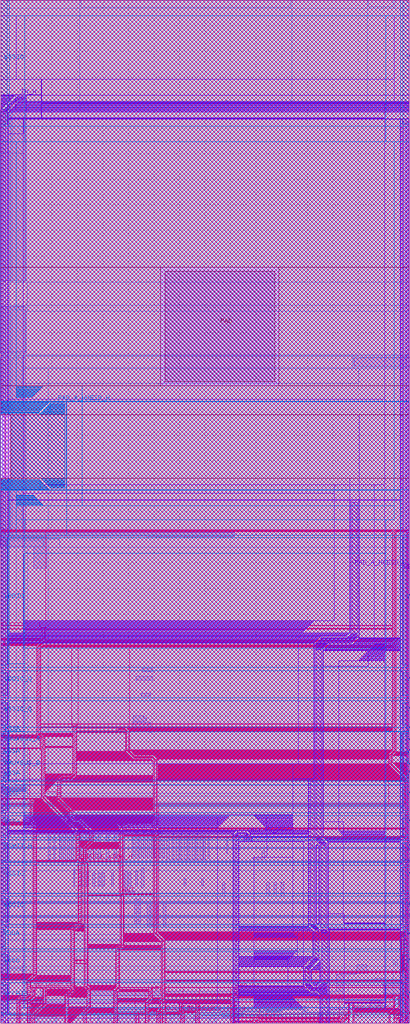
<source format=lef>
# Copyright 2020 The SkyWater PDK Authors
#
# Licensed under the Apache License, Version 2.0 (the "License");
# you may not use this file except in compliance with the License.
# You may obtain a copy of the License at
#
#     https://www.apache.org/licenses/LICENSE-2.0
#
# Unless required by applicable law or agreed to in writing, software
# distributed under the License is distributed on an "AS IS" BASIS,
# WITHOUT WARRANTIES OR CONDITIONS OF ANY KIND, either express or implied.
# See the License for the specific language governing permissions and
# limitations under the License.
#
# SPDX-License-Identifier: Apache-2.0

VERSION 5.7 ;

BUSBITCHARS "[]" ;
DIVIDERCHAR "/" ;

UNITS
  TIME NANOSECONDS 1 ;
  CAPACITANCE PICOFARADS 1 ;
  RESISTANCE OHMS 1 ;
  DATABASE MICRONS 1000 ;
END UNITS

MANUFACTURINGGRID 0.005 ;

PROPERTYDEFINITIONS
  LAYER LEF58_TYPE STRING ;
END PROPERTYDEFINITIONS

# High density, single height
SITE unithd
  SYMMETRY Y ;
  CLASS CORE ;
  SIZE 0.46 BY 2.72 ;
END unithd

# High density, double height
SITE unithddbl
  SYMMETRY Y ;
  CLASS CORE ;
  SIZE 0.46 BY 5.44 ;
END unithddbl

LAYER nwell
  TYPE MASTERSLICE ;
  PROPERTY LEF58_TYPE "TYPE NWELL ;" ;
END nwell

LAYER pwell
  TYPE MASTERSLICE ;
  PROPERTY LEF58_TYPE "TYPE PWELL ;" ;
END pwell

LAYER li1
  TYPE ROUTING ;
  DIRECTION VERTICAL ;

  PITCH 0.46 0.34 ;
  OFFSET 0.23 0.17 ;

  WIDTH 0.17 ;          # LI 1
  # SPACING  0.17 ;     # LI 2
  SPACINGTABLE
     PARALLELRUNLENGTH 0
     WIDTH 0 0.17 ;
  AREA 0.0561 ;         # LI 6
  THICKNESS 0.1 ;
  EDGECAPACITANCE 40.697E-6 ;
  CAPACITANCE CPERSQDIST 36.9866E-6 ;
  RESISTANCE RPERSQ 12.2 ;

  ANTENNAMODEL OXIDE1 ;
  ANTENNADIFFSIDEAREARATIO PWL ( ( 0 75 ) ( 0.0125 75 ) ( 0.0225 85.125 ) ( 22.5 10200 ) ) ;
END li1

LAYER mcon
  TYPE CUT ;

  WIDTH 0.17 ;                # Mcon 1
  SPACING 0.19 ;              # Mcon 2
  ENCLOSURE BELOW 0 0 ;       # Mcon 4
  ENCLOSURE ABOVE 0.03 0.06 ; # Met1 4 / Met1 5

  ANTENNADIFFAREARATIO PWL ( ( 0 3 ) ( 0.0125 3 ) ( 0.0225 3.405 ) ( 22.5 408 ) ) ;
  DCCURRENTDENSITY AVERAGE 0.36 ; # mA per via Iavg_max at Tj = 90oC

END mcon

LAYER met1
  TYPE ROUTING ;
  DIRECTION HORIZONTAL ;

  PITCH 0.34 ;
  OFFSET 0.17 ;

  WIDTH 0.14 ;                     # Met1 1
  # SPACING 0.14 ;                 # Met1 2
  # SPACING 0.28 RANGE 3.001 100 ; # Met1 3b
  SPACINGTABLE
     PARALLELRUNLENGTH 0
     WIDTH 0 0.14
     WIDTH 3 0.28 ;
  AREA 0.083 ;                     # Met1 6
  THICKNESS 0.35 ;

  ANTENNAMODEL OXIDE1 ;
  ANTENNADIFFSIDEAREARATIO PWL ( ( 0 400 ) ( 0.0125 400 ) ( 0.0225 2609 ) ( 22.5 11600 ) ) ;

  EDGECAPACITANCE 40.567E-6 ;
  CAPACITANCE CPERSQDIST 25.7784E-6 ;
  DCCURRENTDENSITY AVERAGE 2.8 ; # mA/um Iavg_max at Tj = 90oC
  ACCURRENTDENSITY RMS 6.1 ; # mA/um Irms_max at Tj = 90oC
  MAXIMUMDENSITY 70 ;
  DENSITYCHECKWINDOW 700 700 ;
  DENSITYCHECKSTEP 70 ;

  RESISTANCE RPERSQ 0.125 ;
END met1

LAYER via
  TYPE CUT ;
  WIDTH 0.15 ;                  # Via 1a
  SPACING 0.17 ;                # Via 2
  ENCLOSURE BELOW 0.055 0.085 ; # Via 4a / Via 5a
  ENCLOSURE ABOVE 0.055 0.085 ; # Met2 4 / Met2 5

  ANTENNADIFFAREARATIO PWL ( ( 0 6 ) ( 0.0125 6 ) ( 0.0225 6.81 ) ( 22.5 816 ) ) ;
  DCCURRENTDENSITY AVERAGE 0.29 ; # mA per via Iavg_max at Tj = 90oC
END via

LAYER met2
  TYPE ROUTING ;
  DIRECTION VERTICAL ;

  PITCH 0.46 ;
  OFFSET 0.23 ;

  WIDTH 0.14 ;                        # Met2 1
  # SPACING  0.14 ;                   # Met2 2
  # SPACING  0.28 RANGE 3.001 100 ;   # Met2 3b
  SPACINGTABLE
     PARALLELRUNLENGTH 0
     WIDTH 0 0.14
     WIDTH 3 0.28 ;
  AREA 0.0676 ;                       # Met2 6
  THICKNESS 0.35 ;

  EDGECAPACITANCE 37.759E-6 ;
  CAPACITANCE CPERSQDIST 16.9423E-6 ;
  RESISTANCE RPERSQ 0.125 ;
  DCCURRENTDENSITY AVERAGE 2.8 ; # mA/um Iavg_max at Tj = 90oC
  ACCURRENTDENSITY RMS 6.1 ; # mA/um Irms_max at Tj = 90oC

  ANTENNAMODEL OXIDE1 ;
  ANTENNADIFFSIDEAREARATIO PWL ( ( 0 400 ) ( 0.0125 400 ) ( 0.0225 2609 ) ( 22.5 11600 ) ) ;

  MAXIMUMDENSITY 70 ;
  DENSITYCHECKWINDOW 700 700 ;
  DENSITYCHECKSTEP 70 ;
END met2

# ******** Layer via2, type routing, number 44 **************
LAYER via2
  TYPE CUT ;
  WIDTH 0.2 ;                   # Via2 1
  SPACING 0.2 ;                 # Via2 2
  ENCLOSURE BELOW 0.04 0.085 ;  # Via2 4
  ENCLOSURE ABOVE 0.065 0.065 ; # Met3 4
  ANTENNADIFFAREARATIO PWL ( ( 0 6 ) ( 0.0125 6 ) ( 0.0225 6.81 ) ( 22.5 816 ) ) ;
  DCCURRENTDENSITY AVERAGE 0.48 ; # mA per via Iavg_max at Tj = 90oC
END via2

LAYER met3
  TYPE ROUTING ;
  DIRECTION HORIZONTAL ;

  PITCH 0.68 ;
  OFFSET 0.34 ;

  WIDTH 0.3 ;              # Met3 1
  # SPACING 0.3 ;          # Met3 2
  SPACINGTABLE
     PARALLELRUNLENGTH 0
     WIDTH 0 0.3
     WIDTH 3 0.4 ;
  AREA 0.24 ;              # Met3 6
  THICKNESS 0.8 ;

  EDGECAPACITANCE 40.989E-6 ;
  CAPACITANCE CPERSQDIST 12.3729E-6 ;
  RESISTANCE RPERSQ 0.047 ;
  DCCURRENTDENSITY AVERAGE 6.8 ; # mA/um Iavg_max at Tj = 90oC
  ACCURRENTDENSITY RMS 14.9 ; # mA/um Irms_max at Tj = 90oC

  ANTENNAMODEL OXIDE1 ;
  ANTENNADIFFSIDEAREARATIO PWL ( ( 0 400 ) ( 0.0125 400 ) ( 0.0225 2609 ) ( 22.5 11600 ) ) ;

  MAXIMUMDENSITY 70 ;
  DENSITYCHECKWINDOW 700 700 ;
  DENSITYCHECKSTEP 70 ;
END met3

LAYER via3
  TYPE CUT ;
  WIDTH 0.2 ;                   # Via3 1
  SPACING 0.2 ;                 # Via3 2
  ENCLOSURE BELOW 0.06 0.09 ;   # Via3 4 / Via3 5
  ENCLOSURE ABOVE 0.065 0.065 ; # Met4 3
  ANTENNADIFFAREARATIO PWL ( ( 0 6 ) ( 0.0125 6 ) ( 0.0225 6.81 ) ( 22.5 816 ) ) ;
  DCCURRENTDENSITY AVERAGE 0.48 ; # mA per via Iavg_max at Tj = 90oC
END via3

LAYER met4
  TYPE ROUTING ;
  DIRECTION VERTICAL ;

  PITCH 0.92 ;
  OFFSET 0.46 ;

  WIDTH 0.3 ;             # Met4 1
  # SPACING  0.3 ;             # Met4 2
  SPACINGTABLE
     PARALLELRUNLENGTH 0
     WIDTH 0 0.3
     WIDTH 3 0.4 ;
  AREA 0.24 ;            # Met4 4a

  THICKNESS 0.8 ;

  EDGECAPACITANCE 36.676E-6 ;
  CAPACITANCE CPERSQDIST 8.41537E-6 ;
  RESISTANCE RPERSQ 0.047 ;
  DCCURRENTDENSITY AVERAGE 6.8 ; # mA/um Iavg_max at Tj = 90oC
  ACCURRENTDENSITY RMS 14.9 ; # mA/um Irms_max at Tj = 90oC

  ANTENNAMODEL OXIDE1 ;
  ANTENNADIFFSIDEAREARATIO PWL ( ( 0 400 ) ( 0.0125 400 ) ( 0.0225 2609 ) ( 22.5 11600 ) ) ;

  MAXIMUMDENSITY 70 ;
  DENSITYCHECKWINDOW 700 700 ;
  DENSITYCHECKSTEP 70 ;
END met4

LAYER via4
  TYPE CUT ;

  WIDTH 0.8 ;                 # Via4 1
  SPACING 0.8 ;               # Via4 2
  ENCLOSURE BELOW 0.19 0.19 ; # Via4 4
  ENCLOSURE ABOVE 0.31 0.31 ; # Met5 3
  ANTENNADIFFAREARATIO PWL ( ( 0 6 ) ( 0.0125 6 ) ( 0.0225 6.81 ) ( 22.5 816 ) ) ;
  DCCURRENTDENSITY AVERAGE 2.49 ; # mA per via Iavg_max at Tj = 90oC
END via4

LAYER met5
  TYPE ROUTING ;
  DIRECTION HORIZONTAL ;

  PITCH 3.4 ;
  OFFSET 1.7 ;

  WIDTH 1.6 ;            # Met5 1
  #SPACING  1.6 ;        # Met5 2
  SPACINGTABLE
     PARALLELRUNLENGTH 0
     WIDTH 0 1.6 ;
  AREA 4 ;               # Met5 4

  THICKNESS 1.2 ;

  EDGECAPACITANCE 38.851E-6 ;
  CAPACITANCE CPERSQDIST 6.32063E-6 ;
  RESISTANCE RPERSQ 0.0285 ;
  DCCURRENTDENSITY AVERAGE 10.17 ; # mA/um Iavg_max at Tj = 90oC
  ACCURRENTDENSITY RMS 22.34 ; # mA/um Irms_max at Tj = 90oC

  ANTENNAMODEL OXIDE1 ;
  ANTENNADIFFSIDEAREARATIO PWL ( ( 0 400 ) ( 0.0125 400 ) ( 0.0225 2609 ) ( 22.5 11600 ) ) ;
END met5


### Routing via cells section   ###
# Plus via rule, metals are along the prefered direction
VIA L1M1_PR DEFAULT
  LAYER mcon ;
  RECT -0.085 -0.085 0.085 0.085 ;
  LAYER li1 ;
  RECT -0.085 -0.085 0.085 0.085 ;
  LAYER met1 ;
  RECT -0.145 -0.115 0.145 0.115 ;
END L1M1_PR

VIARULE L1M1_PR GENERATE
  LAYER li1 ;
  ENCLOSURE 0 0 ;
  LAYER met1 ;
  ENCLOSURE 0.06 0.03 ;
  LAYER mcon ;
  RECT -0.085 -0.085 0.085 0.085 ;
  SPACING 0.36 BY 0.36 ;
END L1M1_PR

# Plus via rule, metals are along the non prefered direction
VIA L1M1_PR_R DEFAULT
  LAYER mcon ;
  RECT -0.085 -0.085 0.085 0.085 ;
  LAYER li1 ;
  RECT -0.085 -0.085 0.085 0.085 ;
  LAYER met1 ;
  RECT -0.115 -0.145 0.115 0.145 ;
END L1M1_PR_R

VIARULE L1M1_PR_R GENERATE
  LAYER li1 ;
  ENCLOSURE 0 0 ;
  LAYER met1 ;
  ENCLOSURE 0.03 0.06 ;
  LAYER mcon ;
  RECT -0.085 -0.085 0.085 0.085 ;
  SPACING 0.36 BY 0.36 ;
END L1M1_PR_R

# Minus via rule, lower layer metal is along prefered direction
VIA L1M1_PR_M DEFAULT
  LAYER mcon ;
  RECT -0.085 -0.085 0.085 0.085 ;
  LAYER li1 ;
  RECT -0.085 -0.085 0.085 0.085 ;
  LAYER met1 ;
  RECT -0.115 -0.145 0.115 0.145 ;
END L1M1_PR_M

VIARULE L1M1_PR_M GENERATE
  LAYER li1 ;
  ENCLOSURE 0 0 ;
  LAYER met1 ;
  ENCLOSURE 0.03 0.06 ;
  LAYER mcon ;
  RECT -0.085 -0.085 0.085 0.085 ;
  SPACING 0.36 BY 0.36 ;
END L1M1_PR_M

# Minus via rule, upper layer metal is along prefered direction
VIA L1M1_PR_MR DEFAULT
  LAYER mcon ;
  RECT -0.085 -0.085 0.085 0.085 ;
  LAYER li1 ;
  RECT -0.085 -0.085 0.085 0.085 ;
  LAYER met1 ;
  RECT -0.145 -0.115 0.145 0.115 ;
END L1M1_PR_MR

VIARULE L1M1_PR_MR GENERATE
  LAYER li1 ;
  ENCLOSURE 0 0 ;
  LAYER met1 ;
  ENCLOSURE 0.06 0.03 ;
  LAYER mcon ;
  RECT -0.085 -0.085 0.085 0.085 ;
  SPACING 0.36 BY 0.36 ;
END L1M1_PR_MR

# Centered via rule, we really do not want to use it
VIA L1M1_PR_C DEFAULT
  LAYER mcon ;
  RECT -0.085 -0.085 0.085 0.085 ;
  LAYER li1 ;
  RECT -0.085 -0.085 0.085 0.085 ;
  LAYER met1 ;
  RECT -0.145 -0.145 0.145 0.145 ;
END L1M1_PR_C

VIARULE L1M1_PR_C GENERATE
  LAYER li1 ;
  ENCLOSURE 0 0 ;
  LAYER met1 ;
  ENCLOSURE 0.06 0.06 ;
  LAYER mcon ;
  RECT -0.085 -0.085 0.085 0.085 ;
  SPACING 0.36 BY 0.36 ;
END L1M1_PR_C

# Plus via rule, metals are along the prefered direction
VIA M1M2_PR DEFAULT
  LAYER via ;
  RECT -0.075 -0.075 0.075 0.075 ;
  LAYER met1 ;
  RECT -0.16 -0.13 0.16 0.13 ;
  LAYER met2 ;
  RECT -0.13 -0.16 0.13 0.16 ;
END M1M2_PR

VIARULE M1M2_PR GENERATE
  LAYER met1 ;
  ENCLOSURE 0.085 0.055 ;
  LAYER met2 ;
  ENCLOSURE 0.055 0.085 ;
  LAYER via ;
  RECT -0.075 -0.075 0.075 0.075 ;
  SPACING 0.32 BY 0.32 ;
END M1M2_PR

# Plus via rule, metals are along the non prefered direction
VIA M1M2_PR_R DEFAULT
  LAYER via ;
  RECT -0.075 -0.075 0.075 0.075 ;
  LAYER met1 ;
  RECT -0.13 -0.16 0.13 0.16 ;
  LAYER met2 ;
  RECT -0.16 -0.13 0.16 0.13 ;
END M1M2_PR_R

VIARULE M1M2_PR_R GENERATE
  LAYER met1 ;
  ENCLOSURE 0.055 0.085 ;
  LAYER met2 ;
  ENCLOSURE 0.085 0.055 ;
  LAYER via ;
  RECT -0.075 -0.075 0.075 0.075 ;
  SPACING 0.32 BY 0.32 ;
END M1M2_PR_R

# Minus via rule, lower layer metal is along prefered direction
VIA M1M2_PR_M DEFAULT
  LAYER via ;
  RECT -0.075 -0.075 0.075 0.075 ;
  LAYER met1 ;
  RECT -0.16 -0.13 0.16 0.13 ;
  LAYER met2 ;
  RECT -0.16 -0.13 0.16 0.13 ;
END M1M2_PR_M

VIARULE M1M2_PR_M GENERATE
  LAYER met1 ;
  ENCLOSURE 0.085 0.055 ;
  LAYER met2 ;
  ENCLOSURE 0.085 0.055 ;
  LAYER via ;
  RECT -0.075 -0.075 0.075 0.075 ;
  SPACING 0.32 BY 0.32 ;
END M1M2_PR_M

# Minus via rule, upper layer metal is along prefered direction
VIA M1M2_PR_MR DEFAULT
  LAYER via ;
  RECT -0.075 -0.075 0.075 0.075 ;
  LAYER met1 ;
  RECT -0.13 -0.16 0.13 0.16 ;
  LAYER met2 ;
  RECT -0.13 -0.16 0.13 0.16 ;
END M1M2_PR_MR

VIARULE M1M2_PR_MR GENERATE
  LAYER met1 ;
  ENCLOSURE 0.055 0.085 ;
  LAYER met2 ;
  ENCLOSURE 0.055 0.085 ;
  LAYER via ;
  RECT -0.075 -0.075 0.075 0.075 ;
  SPACING 0.32 BY 0.32 ;
END M1M2_PR_MR

# Centered via rule, we really do not want to use it
VIA M1M2_PR_C DEFAULT
  LAYER via ;
  RECT -0.075 -0.075 0.075 0.075 ;
  LAYER met1 ;
  RECT -0.16 -0.16 0.16 0.16 ;
  LAYER met2 ;
  RECT -0.16 -0.16 0.16 0.16 ;
END M1M2_PR_C

VIARULE M1M2_PR_C GENERATE
  LAYER met1 ;
  ENCLOSURE 0.085 0.085 ;
  LAYER met2 ;
  ENCLOSURE 0.085 0.085 ;
  LAYER via ;
  RECT -0.075 -0.075 0.075 0.075 ;
  SPACING 0.32 BY 0.32 ;
END M1M2_PR_C

# Plus via rule, metals are along the prefered direction
VIA M2M3_PR DEFAULT
  LAYER via2 ;
  RECT -0.1 -0.1 0.1 0.1 ;
  LAYER met2 ;
  RECT -0.14 -0.185 0.14 0.185 ;
  LAYER met3 ;
  RECT -0.165 -0.165 0.165 0.165 ;
END M2M3_PR

VIARULE M2M3_PR GENERATE
  LAYER met2 ;
  ENCLOSURE 0.04 0.085 ;
  LAYER met3 ;
  ENCLOSURE 0.065 0.065 ;
  LAYER via2 ;
  RECT -0.1 -0.1 0.1 0.1 ;
  SPACING 0.4 BY 0.4 ;
END M2M3_PR

# Plus via rule, metals are along the non prefered direction
VIA M2M3_PR_R DEFAULT
  LAYER via2 ;
  RECT -0.1 -0.1 0.1 0.1 ;
  LAYER met2 ;
  RECT -0.185 -0.14 0.185 0.14 ;
  LAYER met3 ;
  RECT -0.165 -0.165 0.165 0.165 ;
END M2M3_PR_R

VIARULE M2M3_PR_R GENERATE
  LAYER met2 ;
  ENCLOSURE 0.085 0.04 ;
  LAYER met3 ;
  ENCLOSURE 0.065 0.065 ;
  LAYER via2 ;
  RECT -0.1 -0.1 0.1 0.1 ;
  SPACING 0.4 BY 0.4 ;
END M2M3_PR_R

# Minus via rule, lower layer metal is along prefered direction
VIA M2M3_PR_M DEFAULT
  LAYER via2 ;
  RECT -0.1 -0.1 0.1 0.1 ;
  LAYER met2 ;
  RECT -0.14 -0.185 0.14 0.185 ;
  LAYER met3 ;
  RECT -0.165 -0.165 0.165 0.165 ;
END M2M3_PR_M

VIARULE M2M3_PR_M GENERATE
  LAYER met2 ;
  ENCLOSURE 0.04 0.085 ;
  LAYER met3 ;
  ENCLOSURE 0.065 0.065 ;
  LAYER via2 ;
  RECT -0.1 -0.1 0.1 0.1 ;
  SPACING 0.4 BY 0.4 ;
END M2M3_PR_M

# Minus via rule, upper layer metal is along prefered direction
VIA M2M3_PR_MR DEFAULT
  LAYER via2 ;
  RECT -0.1 -0.1 0.1 0.1 ;
  LAYER met2 ;
  RECT -0.185 -0.14 0.185 0.14 ;
  LAYER met3 ;
  RECT -0.165 -0.165 0.165 0.165 ;
END M2M3_PR_MR

VIARULE M2M3_PR_MR GENERATE
  LAYER met2 ;
  ENCLOSURE 0.085 0.04 ;
  LAYER met3 ;
  ENCLOSURE 0.065 0.065 ;
  LAYER via2 ;
  RECT -0.1 -0.1 0.1 0.1 ;
  SPACING 0.4 BY 0.4 ;
END M2M3_PR_MR

# Centered via rule, we really do not want to use it
VIA M2M3_PR_C DEFAULT
  LAYER via2 ;
  RECT -0.1 -0.1 0.1 0.1 ;
  LAYER met2 ;
  RECT -0.185 -0.185 0.185 0.185 ;
  LAYER met3 ;
  RECT -0.165 -0.165 0.165 0.165 ;
END M2M3_PR_C

VIARULE M2M3_PR_C GENERATE
  LAYER met2 ;
  ENCLOSURE 0.085 0.085 ;
  LAYER met3 ;
  ENCLOSURE 0.065 0.065 ;
  LAYER via2 ;
  RECT -0.1 -0.1 0.1 0.1 ;
  SPACING 0.4 BY 0.4 ;
END M2M3_PR_C

# Plus via rule, metals are along the prefered direction
VIA M3M4_PR DEFAULT
  LAYER via3 ;
  RECT -0.1 -0.1 0.1 0.1 ;
  LAYER met3 ;
  RECT -0.19 -0.16 0.19 0.16 ;
  LAYER met4 ;
  RECT -0.165 -0.165 0.165 0.165 ;
END M3M4_PR

VIARULE M3M4_PR GENERATE
  LAYER met3 ;
  ENCLOSURE 0.09 0.06 ;
  LAYER met4 ;
  ENCLOSURE 0.065 0.065 ;
  LAYER via3 ;
  RECT -0.1 -0.1 0.1 0.1 ;
  SPACING 0.4 BY 0.4 ;
END M3M4_PR

# Plus via rule, metals are along the non prefered direction
VIA M3M4_PR_R DEFAULT
  LAYER via3 ;
  RECT -0.1 -0.1 0.1 0.1 ;
  LAYER met3 ;
  RECT -0.16 -0.19 0.16 0.19 ;
  LAYER met4 ;
  RECT -0.165 -0.165 0.165 0.165 ;
END M3M4_PR_R

VIARULE M3M4_PR_R GENERATE
  LAYER met3 ;
  ENCLOSURE 0.06 0.09 ;
  LAYER met4 ;
  ENCLOSURE 0.065 0.065 ;
  LAYER via3 ;
  RECT -0.1 -0.1 0.1 0.1 ;
  SPACING 0.4 BY 0.4 ;
END M3M4_PR_R

# Minus via rule, lower layer metal is along prefered direction
VIA M3M4_PR_M DEFAULT
  LAYER via3 ;
  RECT -0.1 -0.1 0.1 0.1 ;
  LAYER met3 ;
  RECT -0.19 -0.16 0.19 0.16 ;
  LAYER met4 ;
  RECT -0.165 -0.165 0.165 0.165 ;
END M3M4_PR_M

VIARULE M3M4_PR_M GENERATE
  LAYER met3 ;
  ENCLOSURE 0.09 0.06 ;
  LAYER met4 ;
  ENCLOSURE 0.065 0.065 ;
  LAYER via3 ;
  RECT -0.1 -0.1 0.1 0.1 ;
  SPACING 0.4 BY 0.4 ;
END M3M4_PR_M

# Minus via rule, upper layer metal is along prefered direction
VIA M3M4_PR_MR DEFAULT
  LAYER via3 ;
  RECT -0.1 -0.1 0.1 0.1 ;
  LAYER met3 ;
  RECT -0.16 -0.19 0.16 0.19 ;
  LAYER met4 ;
  RECT -0.165 -0.165 0.165 0.165 ;
END M3M4_PR_MR

VIARULE M3M4_PR_MR GENERATE
  LAYER met3 ;
  ENCLOSURE 0.06 0.09 ;
  LAYER met4 ;
  ENCLOSURE 0.065 0.065 ;
  LAYER via3 ;
  RECT -0.1 -0.1 0.1 0.1 ;
  SPACING 0.4 BY 0.4 ;
END M3M4_PR_MR

# Centered via rule, we really do not want to use it
VIA M3M4_PR_C DEFAULT
  LAYER via3 ;
  RECT -0.1 -0.1 0.1 0.1 ;
  LAYER met3 ;
  RECT -0.19 -0.19 0.19 0.19 ;
  LAYER met4 ;
  RECT -0.165 -0.165 0.165 0.165 ;
END M3M4_PR_C

VIARULE M3M4_PR_C GENERATE
  LAYER met3 ;
  ENCLOSURE 0.09 0.09 ;
  LAYER met4 ;
  ENCLOSURE 0.065 0.065 ;
  LAYER via3 ;
  RECT -0.1 -0.1 0.1 0.1 ;
  SPACING 0.4 BY 0.4 ;
END M3M4_PR_C

# Plus via rule, metals are along the prefered direction
VIA M4M5_PR DEFAULT
  LAYER via4 ;
  RECT -0.4 -0.4 0.4 0.4 ;
  LAYER met4 ;
  RECT -0.59 -0.59 0.59 0.59 ;
  LAYER met5 ;
  RECT -0.71 -0.71 0.71 0.71 ;
END M4M5_PR

VIARULE M4M5_PR GENERATE
  LAYER met4 ;
  ENCLOSURE 0.19 0.19 ;
  LAYER met5 ;
  ENCLOSURE 0.31 0.31 ;
  LAYER via4 ;
  RECT -0.4 -0.4 0.4 0.4 ;
  SPACING 1.6 BY 1.6 ;
END M4M5_PR

# Plus via rule, metals are along the non prefered direction
VIA M4M5_PR_R DEFAULT
  LAYER via4 ;
  RECT -0.4 -0.4 0.4 0.4 ;
  LAYER met4 ;
  RECT -0.59 -0.59 0.59 0.59 ;
  LAYER met5 ;
  RECT -0.71 -0.71 0.71 0.71 ;
END M4M5_PR_R

VIARULE M4M5_PR_R GENERATE
  LAYER met4 ;
  ENCLOSURE 0.19 0.19 ;
  LAYER met5 ;
  ENCLOSURE 0.31 0.31 ;
  LAYER via4 ;
  RECT -0.4 -0.4 0.4 0.4 ;
  SPACING 1.6 BY 1.6 ;
END M4M5_PR_R

# Minus via rule, lower layer metal is along prefered direction
VIA M4M5_PR_M DEFAULT
  LAYER via4 ;
  RECT -0.4 -0.4 0.4 0.4 ;
  LAYER met4 ;
  RECT -0.59 -0.59 0.59 0.59 ;
  LAYER met5 ;
  RECT -0.71 -0.71 0.71 0.71 ;
END M4M5_PR_M

VIARULE M4M5_PR_M GENERATE
  LAYER met4 ;
  ENCLOSURE 0.19 0.19 ;
  LAYER met5 ;
  ENCLOSURE 0.31 0.31 ;
  LAYER via4 ;
  RECT -0.4 -0.4 0.4 0.4 ;
  SPACING 1.6 BY 1.6 ;
END M4M5_PR_M

# Minus via rule, upper layer metal is along prefered direction
VIA M4M5_PR_MR DEFAULT
  LAYER via4 ;
  RECT -0.4 -0.4 0.4 0.4 ;
  LAYER met4 ;
  RECT -0.59 -0.59 0.59 0.59 ;
  LAYER met5 ;
  RECT -0.71 -0.71 0.71 0.71 ;
END M4M5_PR_MR

VIARULE M4M5_PR_MR GENERATE
  LAYER met4 ;
  ENCLOSURE 0.19 0.19 ;
  LAYER met5 ;
  ENCLOSURE 0.31 0.31 ;
  LAYER via4 ;
  RECT -0.4 -0.4 0.4 0.4 ;
  SPACING 1.6 BY 1.6 ;
END M4M5_PR_MR

# Centered via rule, we really do not want to use it
VIA M4M5_PR_C DEFAULT
  LAYER via4 ;
  RECT -0.4 -0.4 0.4 0.4 ;
  LAYER met4 ;
  RECT -0.59 -0.59 0.59 0.59 ;
  LAYER met5 ;
  RECT -0.71 -0.71 0.71 0.71 ;
END M4M5_PR_C

VIARULE M4M5_PR_C GENERATE
  LAYER met4 ;
  ENCLOSURE 0.19 0.19 ;
  LAYER met5 ;
  ENCLOSURE 0.31 0.31 ;
  LAYER via4 ;
  RECT -0.4 -0.4 0.4 0.4 ;
  SPACING 1.6 BY 1.6 ;
END M4M5_PR_C
###  end of single via cells   ###



MACRO sky130_fd_sc_hd__xor2_1
  CLASS CORE ;
  FOREIGN sky130_fd_sc_hd__xor2_1 ;
  ORIGIN  0.000000  0.000000 ;
  SIZE 6.9 BY 2.72 ;
  SYMMETRY X Y R90 ;
  SITE unithd ;
  PIN A
    ANTENNAGATEAREA  0.495000 ;
    DIRECTION INPUT ;
    USE SIGNAL ;
    PORT
      LAYER li1 ;
        RECT 0.84 1.075 1.39 1.275 ;
    END
  END A
  PIN B
    ANTENNAGATEAREA  0.495000 ;
    DIRECTION INPUT ;
    USE SIGNAL ;
    PORT
      LAYER li1 ;
        RECT 0.425 0.995 0.67 1.445 ;
        RECT 0.425 1.445 1.73 1.615 ;
        RECT 1.56 1.075 1.935 1.245 ;
        RECT 1.56 1.245 1.73 1.445 ;
    END
  END B
  PIN X
    ANTENNADIFFAREA  0.800500 ;
    DIRECTION OUTPUT ;
    USE SIGNAL ;
    PORT
      LAYER li1 ;
        RECT 1.72 0.315 2.675 0.485 ;
        RECT 2.505 0.485 2.675 1.365 ;
        RECT 2.505 1.365 3.135 1.535 ;
        RECT 2.815 1.535 3.135 2.465 ;
    END
  END X
  PIN VGND
    DIRECTION INOUT ;
    SHAPE ABUTMENT ;
    USE GROUND ;
    PORT
      LAYER met1 ;
        RECT 0 -0.24 3.22 0.24 ;
    END
  END VGND
  PIN VNB
    DIRECTION INOUT ;
    USE GROUND ;
    PORT
      LAYER pwell ;
        RECT 0.145 -0.085 0.315 0.085 ;
    END
  END VNB
  PIN VPB
    DIRECTION INOUT ;
    USE POWER ;
    PORT
      LAYER nwell ;
        RECT -0.19 1.305 3.41 2.91 ;
    END
  END VPB
  PIN VPWR
    DIRECTION INOUT ;
    SHAPE ABUTMENT ;
    USE POWER ;
    PORT
      LAYER met1 ;
        RECT 0 2.48 3.22 2.96 ;
    END
  END VPWR
  OBS
    LAYER li1 ;
      RECT 0 -0.085 3.22 0.085 ;
      RECT 0 2.635 3.22 2.805 ;
      RECT 0.085 0.655 2.335 0.825 ;
      RECT 0.085 0.825 0.255 1.785 ;
      RECT 0.085 1.785 0.465 2.465 ;
      RECT 0.135 0.085 0.465 0.475 ;
      RECT 0.635 0.335 0.805 0.655 ;
      RECT 0.975 0.085 1.305 0.475 ;
      RECT 1.055 1.785 1.225 2.635 ;
      RECT 1.395 1.785 2.635 1.955 ;
      RECT 1.395 1.955 1.725 2.465 ;
      RECT 1.895 2.125 2.065 2.635 ;
      RECT 2.105 0.825 2.335 1.325 ;
      RECT 2.235 1.955 2.635 2.465 ;
      RECT 2.845 0.085 3.135 0.92 ;
    LAYER mcon ;
      RECT 0.145 -0.085 0.315 0.085 ;
      RECT 0.145 2.635 0.315 2.805 ;
      RECT 0.605 -0.085 0.775 0.085 ;
      RECT 0.605 2.635 0.775 2.805 ;
      RECT 1.065 -0.085 1.235 0.085 ;
      RECT 1.065 2.635 1.235 2.805 ;
      RECT 1.525 -0.085 1.695 0.085 ;
      RECT 1.525 2.635 1.695 2.805 ;
      RECT 1.985 -0.085 2.155 0.085 ;
      RECT 1.985 2.635 2.155 2.805 ;
      RECT 2.445 -0.085 2.615 0.085 ;
      RECT 2.445 2.635 2.615 2.805 ;
      RECT 2.905 -0.085 3.075 0.085 ;
      RECT 2.905 2.635 3.075 2.805 ;
  END
END sky130_fd_sc_hd__xor2_1
MACRO sky130_fd_sc_hd__xor2_2
  CLASS CORE ;
  FOREIGN sky130_fd_sc_hd__xor2_2 ;
  ORIGIN  0.000000  0.000000 ;
  SIZE 9.66 BY 2.72 ;
  SYMMETRY X Y R90 ;
  SITE unithd ;
  PIN A
    ANTENNAGATEAREA  0.990000 ;
    DIRECTION INPUT ;
    USE SIGNAL ;
    PORT
      LAYER li1 ;
        RECT 0.545 1.075 0.875 1.275 ;
        RECT 0.705 1.275 0.875 1.445 ;
        RECT 0.705 1.445 1.88 1.615 ;
        RECT 1.71 1.075 3.23 1.275 ;
        RECT 1.71 1.275 1.88 1.445 ;
    END
  END A
  PIN B
    ANTENNAGATEAREA  0.990000 ;
    DIRECTION INPUT ;
    USE SIGNAL ;
    PORT
      LAYER li1 ;
        RECT 1.045 1.075 1.54 1.275 ;
      LAYER mcon ;
        RECT 1.065 1.105 1.235 1.275 ;
    END
    PORT
      LAYER li1 ;
        RECT 3.42 1.075 4.09 1.275 ;
      LAYER mcon ;
        RECT 3.825 1.105 3.995 1.275 ;
    END
    PORT
      LAYER met1 ;
        RECT 1.005 1.075 1.295 1.12 ;
        RECT 1.005 1.12 4.055 1.26 ;
        RECT 1.005 1.26 1.295 1.305 ;
        RECT 3.765 1.075 4.055 1.12 ;
        RECT 3.765 1.26 4.055 1.305 ;
    END
  END B
  PIN X
    ANTENNADIFFAREA  0.656750 ;
    DIRECTION OUTPUT ;
    USE SIGNAL ;
    PORT
      LAYER li1 ;
        RECT 3.625 0.645 3.955 0.725 ;
        RECT 3.625 0.725 5.895 0.905 ;
        RECT 4.985 0.645 5.315 0.725 ;
        RECT 5.025 1.415 5.895 1.625 ;
        RECT 5.025 1.625 5.275 2.125 ;
        RECT 5.485 0.905 5.895 1.415 ;
    END
  END X
  PIN VGND
    DIRECTION INOUT ;
    SHAPE ABUTMENT ;
    USE GROUND ;
    PORT
      LAYER met1 ;
        RECT 0 -0.24 5.98 0.24 ;
    END
  END VGND
  PIN VNB
    DIRECTION INOUT ;
    USE GROUND ;
    PORT
      LAYER pwell ;
        RECT 0.145 -0.085 0.315 0.085 ;
    END
  END VNB
  PIN VPB
    DIRECTION INOUT ;
    USE POWER ;
    PORT
      LAYER nwell ;
        RECT -0.19 1.305 6.17 2.91 ;
    END
  END VPB
  PIN VPWR
    DIRECTION INOUT ;
    SHAPE ABUTMENT ;
    USE POWER ;
    PORT
      LAYER met1 ;
        RECT 0 2.48 5.98 2.96 ;
    END
  END VPWR
  OBS
    LAYER li1 ;
      RECT 0 -0.085 5.98 0.085 ;
      RECT 0 2.635 5.98 2.805 ;
      RECT 0.12 0.725 1.7 0.905 ;
      RECT 0.12 0.905 0.29 1.785 ;
      RECT 0.12 1.785 2.22 1.955 ;
      RECT 0.12 2.135 0.4 2.465 ;
      RECT 0.145 2.125 0.315 2.135 ;
      RECT 0.19 0.085 0.36 0.555 ;
      RECT 0.53 0.255 0.86 0.725 ;
      RECT 0.57 2.135 0.82 2.635 ;
      RECT 0.99 2.135 1.24 2.295 ;
      RECT 0.99 2.295 2.08 2.465 ;
      RECT 1.03 0.085 1.2 0.555 ;
      RECT 1.065 2.125 1.235 2.135 ;
      RECT 1.37 0.255 1.7 0.725 ;
      RECT 1.41 1.955 1.66 2.125 ;
      RECT 1.83 2.135 2.08 2.295 ;
      RECT 1.87 0.085 2.04 0.555 ;
      RECT 2.05 1.445 4.785 1.615 ;
      RECT 2.05 1.615 2.22 1.785 ;
      RECT 2.285 2.125 2.6 2.465 ;
      RECT 2.31 0.255 2.64 0.725 ;
      RECT 2.31 0.725 3.4 0.905 ;
      RECT 2.39 1.785 4.855 1.955 ;
      RECT 2.39 1.955 2.6 2.125 ;
      RECT 2.77 2.135 3.02 2.635 ;
      RECT 2.81 0.085 2.98 0.555 ;
      RECT 3.15 0.255 4.38 0.475 ;
      RECT 3.15 0.475 3.4 0.725 ;
      RECT 3.19 1.955 3.44 2.465 ;
      RECT 3.61 2.135 3.915 2.635 ;
      RECT 4.085 1.955 4.855 2.295 ;
      RECT 4.085 2.295 5.695 2.465 ;
      RECT 4.615 1.075 5.275 1.245 ;
      RECT 4.615 1.245 4.785 1.445 ;
      RECT 4.645 0.085 4.815 0.555 ;
      RECT 5.445 1.795 5.695 2.295 ;
      RECT 5.485 0.085 5.655 0.555 ;
    LAYER mcon ;
      RECT 0.145 -0.085 0.315 0.085 ;
      RECT 0.145 2.635 0.315 2.805 ;
      RECT 0.605 -0.085 0.775 0.085 ;
      RECT 0.605 2.635 0.775 2.805 ;
      RECT 1.065 -0.085 1.235 0.085 ;
      RECT 1.065 2.635 1.235 2.805 ;
      RECT 1.525 -0.085 1.695 0.085 ;
      RECT 1.525 2.635 1.695 2.805 ;
      RECT 1.985 -0.085 2.155 0.085 ;
      RECT 1.985 2.635 2.155 2.805 ;
      RECT 2.445 -0.085 2.615 0.085 ;
      RECT 2.445 2.635 2.615 2.805 ;
      RECT 2.905 -0.085 3.075 0.085 ;
      RECT 2.905 2.635 3.075 2.805 ;
      RECT 3.365 -0.085 3.535 0.085 ;
      RECT 3.365 2.635 3.535 2.805 ;
      RECT 3.825 -0.085 3.995 0.085 ;
      RECT 3.825 2.635 3.995 2.805 ;
      RECT 4.285 -0.085 4.455 0.085 ;
      RECT 4.285 2.635 4.455 2.805 ;
      RECT 4.745 -0.085 4.915 0.085 ;
      RECT 4.745 2.635 4.915 2.805 ;
      RECT 5.205 -0.085 5.375 0.085 ;
      RECT 5.205 2.635 5.375 2.805 ;
      RECT 5.665 -0.085 5.835 0.085 ;
      RECT 5.665 2.635 5.835 2.805 ;
    LAYER met1 ;
      RECT 0.085 2.095 0.375 2.14 ;
      RECT 0.085 2.14 1.295 2.28 ;
      RECT 0.085 2.28 0.375 2.325 ;
      RECT 1.005 2.095 1.295 2.14 ;
      RECT 1.005 2.28 1.295 2.325 ;
  END
END sky130_fd_sc_hd__xor2_2
MACRO sky130_fd_sc_hd__xor2_4
  CLASS CORE ;
  FOREIGN sky130_fd_sc_hd__xor2_4 ;
  ORIGIN  0.000000  0.000000 ;
  SIZE 13.8 BY 2.72 ;
  SYMMETRY X Y R90 ;
  SITE unithd ;
  PIN A
    ANTENNAGATEAREA  1.980000 ;
    DIRECTION INPUT ;
    USE SIGNAL ;
    PORT
      LAYER li1 ;
        RECT 0.425 1.075 2.8 1.275 ;
        RECT 2.63 1.275 2.8 1.445 ;
        RECT 2.63 1.445 6.165 1.615 ;
        RECT 5.995 1.075 7.37 1.275 ;
        RECT 5.995 1.275 6.165 1.445 ;
    END
  END A
  PIN B
    ANTENNAGATEAREA  1.980000 ;
    DIRECTION INPUT ;
    USE SIGNAL ;
    PORT
      LAYER li1 ;
        RECT 2.97 1.075 5 1.105 ;
        RECT 2.97 1.105 5.74 1.275 ;
    END
  END B
  PIN X
    ANTENNADIFFAREA  1.524450 ;
    DIRECTION OUTPUT ;
    USE SIGNAL ;
    PORT
      LAYER li1 ;
        RECT 4.165 0.645 5.58 0.905 ;
        RECT 5.15 0.905 5.58 0.935 ;
      LAYER mcon ;
        RECT 5.205 0.765 5.375 0.935 ;
    END
    PORT
      LAYER li1 ;
        RECT 7.85 0.725 8.63 0.735 ;
        RECT 7.85 0.735 10.035 0.905 ;
        RECT 7.85 0.905 8.305 0.935 ;
        RECT 7.88 1.445 10.035 1.625 ;
        RECT 7.88 1.625 9.01 1.665 ;
        RECT 7.88 1.665 8.17 2.125 ;
        RECT 8.3 0.255 8.63 0.725 ;
        RECT 8.76 1.665 9.01 2.125 ;
        RECT 9.14 0.255 9.47 0.735 ;
        RECT 9.6 1.625 10.035 2.465 ;
        RECT 9.735 0.905 10.035 1.445 ;
      LAYER mcon ;
        RECT 7.965 0.765 8.135 0.935 ;
    END
    PORT
      LAYER met1 ;
        RECT 5.145 0.735 5.435 0.78 ;
        RECT 5.145 0.78 8.195 0.92 ;
        RECT 5.145 0.92 5.435 0.965 ;
        RECT 7.905 0.735 8.195 0.78 ;
        RECT 7.905 0.92 8.195 0.965 ;
    END
  END X
  PIN VGND
    DIRECTION INOUT ;
    SHAPE ABUTMENT ;
    USE GROUND ;
    PORT
      LAYER met1 ;
        RECT 0 -0.24 10.12 0.24 ;
    END
  END VGND
  PIN VNB
    DIRECTION INOUT ;
    USE GROUND ;
    PORT
      LAYER pwell ;
        RECT 0.145 -0.085 0.315 0.085 ;
    END
  END VNB
  PIN VPB
    DIRECTION INOUT ;
    USE POWER ;
    PORT
      LAYER nwell ;
        RECT -0.19 1.305 10.31 2.91 ;
    END
  END VPB
  PIN VPWR
    DIRECTION INOUT ;
    SHAPE ABUTMENT ;
    USE POWER ;
    PORT
      LAYER met1 ;
        RECT 0 2.48 10.12 2.96 ;
    END
  END VPWR
  OBS
    LAYER li1 ;
      RECT 0 -0.085 10.12 0.085 ;
      RECT 0 2.635 10.12 2.805 ;
      RECT 0.085 0.085 0.36 0.565 ;
      RECT 0.085 0.735 3.38 0.905 ;
      RECT 0.085 0.905 0.255 1.445 ;
      RECT 0.085 1.445 2.42 1.615 ;
      RECT 0.085 1.785 2.08 2.005 ;
      RECT 0.085 2.005 0.4 2.465 ;
      RECT 0.53 0.255 0.86 0.725 ;
      RECT 0.53 0.725 3.38 0.735 ;
      RECT 0.57 2.175 0.82 2.635 ;
      RECT 0.99 2.005 1.24 2.465 ;
      RECT 1.03 0.085 1.2 0.555 ;
      RECT 1.37 0.255 1.7 0.725 ;
      RECT 1.41 2.175 1.66 2.635 ;
      RECT 1.83 2.005 2.08 2.295 ;
      RECT 1.83 2.295 3.76 2.465 ;
      RECT 1.87 0.085 2.04 0.555 ;
      RECT 2.21 0.255 2.54 0.725 ;
      RECT 2.25 1.615 2.42 1.785 ;
      RECT 2.25 1.785 3.34 1.955 ;
      RECT 2.25 1.955 2.5 2.125 ;
      RECT 2.67 2.125 2.92 2.295 ;
      RECT 2.71 0.085 2.88 0.555 ;
      RECT 3.05 0.255 3.38 0.725 ;
      RECT 3.09 1.955 3.34 2.125 ;
      RECT 3.51 1.795 3.76 2.295 ;
      RECT 3.55 0.085 3.82 0.895 ;
      RECT 3.99 0.255 6 0.475 ;
      RECT 4.03 1.785 7.64 2.005 ;
      RECT 4.03 2.005 4.28 2.465 ;
      RECT 4.45 2.175 4.7 2.635 ;
      RECT 4.87 2.005 5.12 2.465 ;
      RECT 5.29 2.175 5.54 2.635 ;
      RECT 5.71 2.005 5.96 2.465 ;
      RECT 5.75 0.475 6 0.725 ;
      RECT 5.75 0.725 7.68 0.905 ;
      RECT 6.13 2.175 6.38 2.635 ;
      RECT 6.17 0.085 6.34 0.555 ;
      RECT 6.51 0.255 6.84 0.725 ;
      RECT 6.55 1.455 6.8 1.785 ;
      RECT 6.55 2.005 6.8 2.465 ;
      RECT 6.97 2.175 7.22 2.635 ;
      RECT 7.01 0.085 7.18 0.555 ;
      RECT 7.26 1.445 7.71 1.615 ;
      RECT 7.35 0.255 7.68 0.725 ;
      RECT 7.39 2.005 7.64 2.295 ;
      RECT 7.39 2.295 9.43 2.465 ;
      RECT 7.54 1.105 9.565 1.275 ;
      RECT 7.54 1.275 7.71 1.445 ;
      RECT 7.96 0.085 8.13 0.555 ;
      RECT 8.34 1.835 8.59 2.295 ;
      RECT 8.54 1.075 9.565 1.105 ;
      RECT 8.8 0.085 8.97 0.555 ;
      RECT 9.18 1.795 9.43 2.295 ;
      RECT 9.64 0.085 9.81 0.555 ;
    LAYER mcon ;
      RECT 0.145 -0.085 0.315 0.085 ;
      RECT 0.145 2.635 0.315 2.805 ;
      RECT 0.605 -0.085 0.775 0.085 ;
      RECT 0.605 2.635 0.775 2.805 ;
      RECT 1.065 -0.085 1.235 0.085 ;
      RECT 1.065 2.635 1.235 2.805 ;
      RECT 1.525 -0.085 1.695 0.085 ;
      RECT 1.525 2.635 1.695 2.805 ;
      RECT 1.985 -0.085 2.155 0.085 ;
      RECT 1.985 1.445 2.155 1.615 ;
      RECT 1.985 2.635 2.155 2.805 ;
      RECT 2.445 -0.085 2.615 0.085 ;
      RECT 2.445 2.635 2.615 2.805 ;
      RECT 2.905 -0.085 3.075 0.085 ;
      RECT 2.905 2.635 3.075 2.805 ;
      RECT 3.365 -0.085 3.535 0.085 ;
      RECT 3.365 2.635 3.535 2.805 ;
      RECT 3.825 -0.085 3.995 0.085 ;
      RECT 3.825 2.635 3.995 2.805 ;
      RECT 4.285 -0.085 4.455 0.085 ;
      RECT 4.285 2.635 4.455 2.805 ;
      RECT 4.745 -0.085 4.915 0.085 ;
      RECT 4.745 2.635 4.915 2.805 ;
      RECT 5.205 -0.085 5.375 0.085 ;
      RECT 5.205 2.635 5.375 2.805 ;
      RECT 5.665 -0.085 5.835 0.085 ;
      RECT 5.665 2.635 5.835 2.805 ;
      RECT 6.125 -0.085 6.295 0.085 ;
      RECT 6.125 2.635 6.295 2.805 ;
      RECT 6.585 -0.085 6.755 0.085 ;
      RECT 6.585 2.635 6.755 2.805 ;
      RECT 7.045 -0.085 7.215 0.085 ;
      RECT 7.045 2.635 7.215 2.805 ;
      RECT 7.505 -0.085 7.675 0.085 ;
      RECT 7.505 1.445 7.675 1.615 ;
      RECT 7.505 2.635 7.675 2.805 ;
      RECT 7.965 -0.085 8.135 0.085 ;
      RECT 7.965 2.635 8.135 2.805 ;
      RECT 8.425 -0.085 8.595 0.085 ;
      RECT 8.425 2.635 8.595 2.805 ;
      RECT 8.885 -0.085 9.055 0.085 ;
      RECT 8.885 2.635 9.055 2.805 ;
      RECT 9.345 -0.085 9.515 0.085 ;
      RECT 9.345 2.635 9.515 2.805 ;
      RECT 9.805 -0.085 9.975 0.085 ;
      RECT 9.805 2.635 9.975 2.805 ;
    LAYER met1 ;
      RECT 1.925 1.415 2.215 1.46 ;
      RECT 1.925 1.46 7.735 1.6 ;
      RECT 1.925 1.6 2.215 1.645 ;
      RECT 7.445 1.415 7.735 1.46 ;
      RECT 7.445 1.6 7.735 1.645 ;
  END
END sky130_fd_sc_hd__xor2_4
MACRO sky130_fd_sc_hd__clkbuf_8
  CLASS CORE ;
  FOREIGN sky130_fd_sc_hd__clkbuf_8 ;
  ORIGIN  0.000000  0.000000 ;
  SIZE 8.74 BY 2.72 ;
  SYMMETRY X Y R90 ;
  SITE unithd ;
  PIN A
    ANTENNAGATEAREA  0.426000 ;
    DIRECTION INPUT ;
    USE SIGNAL ;
    PORT
      LAYER li1 ;
        RECT 0.085 0.715 0.4 1.325 ;
    END
  END A
  PIN X
    ANTENNADIFFAREA  1.590400 ;
    DIRECTION OUTPUT ;
    USE SIGNAL ;
    PORT
      LAYER li1 ;
        RECT 1.42 0.28 1.68 0.735 ;
        RECT 1.42 0.735 4.73 0.905 ;
        RECT 1.42 1.495 4.73 1.735 ;
        RECT 1.42 1.735 1.68 2.46 ;
        RECT 2.28 0.28 2.54 0.735 ;
        RECT 2.28 1.735 2.54 2.46 ;
        RECT 3.14 0.28 3.4 0.735 ;
        RECT 3.14 1.735 3.4 2.46 ;
        RECT 3.76 0.905 4.73 1.495 ;
        RECT 4 0.28 4.26 0.735 ;
        RECT 4 1.735 4.26 2.46 ;
    END
  END X
  PIN VGND
    DIRECTION INOUT ;
    SHAPE ABUTMENT ;
    USE GROUND ;
    PORT
      LAYER met1 ;
        RECT 0 -0.24 5.06 0.24 ;
    END
  END VGND
  PIN VNB
    DIRECTION INOUT ;
    USE GROUND ;
    PORT
      LAYER pwell ;
        RECT 0.145 -0.085 0.315 0.085 ;
    END
  END VNB
  PIN VPB
    DIRECTION INOUT ;
    USE POWER ;
    PORT
      LAYER nwell ;
        RECT -0.19 1.305 5.25 2.91 ;
    END
  END VPB
  PIN VPWR
    DIRECTION INOUT ;
    SHAPE ABUTMENT ;
    USE POWER ;
    PORT
      LAYER met1 ;
        RECT 0 2.48 5.06 2.96 ;
    END
  END VPWR
  OBS
    LAYER li1 ;
      RECT 0 -0.085 5.06 0.085 ;
      RECT 0 2.635 5.06 2.805 ;
      RECT 0.095 1.525 0.39 2.635 ;
      RECT 0.145 0.085 0.39 0.545 ;
      RECT 0.57 0.265 0.82 1.075 ;
      RECT 0.57 1.075 3.59 1.325 ;
      RECT 0.57 1.325 0.82 2.46 ;
      RECT 0.99 0.085 1.25 0.61 ;
      RECT 0.99 1.525 1.25 2.635 ;
      RECT 1.85 0.085 2.11 0.565 ;
      RECT 1.85 1.905 2.11 2.635 ;
      RECT 2.71 0.085 2.97 0.565 ;
      RECT 2.71 1.905 2.97 2.635 ;
      RECT 3.57 0.085 3.83 0.565 ;
      RECT 3.57 1.905 3.83 2.635 ;
      RECT 4.43 0.085 4.73 0.565 ;
      RECT 4.43 1.905 4.725 2.635 ;
    LAYER mcon ;
      RECT 0.145 -0.085 0.315 0.085 ;
      RECT 0.145 2.635 0.315 2.805 ;
      RECT 0.605 -0.085 0.775 0.085 ;
      RECT 0.605 2.635 0.775 2.805 ;
      RECT 1.065 -0.085 1.235 0.085 ;
      RECT 1.065 2.635 1.235 2.805 ;
      RECT 1.525 -0.085 1.695 0.085 ;
      RECT 1.525 2.635 1.695 2.805 ;
      RECT 1.985 -0.085 2.155 0.085 ;
      RECT 1.985 2.635 2.155 2.805 ;
      RECT 2.445 -0.085 2.615 0.085 ;
      RECT 2.445 2.635 2.615 2.805 ;
      RECT 2.905 -0.085 3.075 0.085 ;
      RECT 2.905 2.635 3.075 2.805 ;
      RECT 3.365 -0.085 3.535 0.085 ;
      RECT 3.365 2.635 3.535 2.805 ;
      RECT 3.825 -0.085 3.995 0.085 ;
      RECT 3.825 2.635 3.995 2.805 ;
      RECT 4.285 -0.085 4.455 0.085 ;
      RECT 4.285 2.635 4.455 2.805 ;
      RECT 4.745 -0.085 4.915 0.085 ;
      RECT 4.745 2.635 4.915 2.805 ;
  END
END sky130_fd_sc_hd__clkbuf_8
MACRO sky130_fd_sc_hd__clkbuf_16
  CLASS CORE ;
  FOREIGN sky130_fd_sc_hd__clkbuf_16 ;
  ORIGIN  0.000000  0.000000 ;
  SIZE 12.88 BY 2.72 ;
  SYMMETRY X Y R90 ;
  SITE unithd ;
  PIN A
    ANTENNAGATEAREA  0.852000 ;
    DIRECTION INPUT ;
    USE SIGNAL ;
    PORT
      LAYER li1 ;
        RECT 0.085 0.765 0.4 1.325 ;
    END
  END A
  PIN X
    ANTENNADIFFAREA  3.180800 ;
    DIRECTION OUTPUT ;
    USE SIGNAL ;
    PORT
      LAYER li1 ;
        RECT 2.28 0.28 2.54 0.735 ;
        RECT 2.28 0.735 9.025 0.905 ;
        RECT 2.28 1.495 9.025 1.72 ;
        RECT 2.28 1.72 7.685 1.735 ;
        RECT 2.28 1.735 2.54 2.46 ;
        RECT 3.14 0.28 3.4 0.735 ;
        RECT 3.14 1.735 3.4 2.46 ;
        RECT 4 0.28 4.26 0.735 ;
        RECT 4 1.735 4.26 2.46 ;
        RECT 4.845 0.28 5.12 0.735 ;
        RECT 4.86 1.735 5.12 2.46 ;
        RECT 5.705 0.28 5.965 0.735 ;
        RECT 5.705 1.735 5.965 2.46 ;
        RECT 6.565 0.28 6.825 0.735 ;
        RECT 6.565 1.735 6.825 2.46 ;
        RECT 7.425 0.28 7.685 0.735 ;
        RECT 7.425 1.735 7.685 2.46 ;
        RECT 7.86 0.905 9.025 1.495 ;
        RECT 8.295 0.28 8.555 0.735 ;
        RECT 8.295 1.72 8.585 2.46 ;
    END
  END X
  PIN VGND
    DIRECTION INOUT ;
    SHAPE ABUTMENT ;
    USE GROUND ;
    PORT
      LAYER met1 ;
        RECT 0 -0.24 9.2 0.24 ;
    END
  END VGND
  PIN VNB
    DIRECTION INOUT ;
    USE GROUND ;
    PORT
      LAYER pwell ;
        RECT 0.145 -0.085 0.315 0.085 ;
    END
  END VNB
  PIN VPB
    DIRECTION INOUT ;
    USE POWER ;
    PORT
      LAYER nwell ;
        RECT -0.19 1.305 9.39 2.91 ;
    END
  END VPB
  PIN VPWR
    DIRECTION INOUT ;
    SHAPE ABUTMENT ;
    USE POWER ;
    PORT
      LAYER met1 ;
        RECT 0 2.48 9.2 2.96 ;
    END
  END VPWR
  OBS
    LAYER li1 ;
      RECT 0 -0.085 9.2 0.085 ;
      RECT 0 2.635 9.2 2.805 ;
      RECT 0.085 0.085 0.39 0.595 ;
      RECT 0.095 1.825 0.39 2.635 ;
      RECT 0.57 0.265 0.82 1.075 ;
      RECT 0.57 1.075 7.69 1.325 ;
      RECT 0.57 1.325 0.815 2.465 ;
      RECT 0.99 0.085 1.25 0.61 ;
      RECT 0.99 1.825 1.25 2.635 ;
      RECT 1.43 0.265 1.68 1.075 ;
      RECT 1.43 1.325 1.68 2.46 ;
      RECT 1.85 0.085 2.11 0.645 ;
      RECT 1.85 1.835 2.11 2.63 ;
      RECT 1.85 2.63 8.125 2.635 ;
      RECT 2.71 0.085 2.97 0.565 ;
      RECT 2.71 1.905 2.97 2.63 ;
      RECT 3.57 0.085 3.83 0.565 ;
      RECT 3.57 1.905 3.83 2.63 ;
      RECT 4.43 0.085 4.675 0.565 ;
      RECT 4.43 1.905 4.69 2.63 ;
      RECT 5.29 0.085 5.535 0.565 ;
      RECT 5.29 1.905 5.535 2.63 ;
      RECT 6.145 0.085 6.395 0.565 ;
      RECT 6.15 1.905 6.395 2.63 ;
      RECT 7.005 0.085 7.255 0.565 ;
      RECT 7.01 1.905 7.255 2.63 ;
      RECT 7.865 0.085 8.125 0.565 ;
      RECT 7.87 1.905 8.125 2.63 ;
      RECT 8.725 0.085 9.025 0.565 ;
      RECT 8.755 1.89 9.025 2.635 ;
    LAYER mcon ;
      RECT 0.145 -0.085 0.315 0.085 ;
      RECT 0.145 2.635 0.315 2.805 ;
      RECT 0.605 -0.085 0.775 0.085 ;
      RECT 0.605 2.635 0.775 2.805 ;
      RECT 1.065 -0.085 1.235 0.085 ;
      RECT 1.065 2.635 1.235 2.805 ;
      RECT 1.525 -0.085 1.695 0.085 ;
      RECT 1.525 2.635 1.695 2.805 ;
      RECT 1.985 -0.085 2.155 0.085 ;
      RECT 1.985 2.635 2.155 2.805 ;
      RECT 2.445 -0.085 2.615 0.085 ;
      RECT 2.445 2.635 2.615 2.805 ;
      RECT 2.905 -0.085 3.075 0.085 ;
      RECT 2.905 2.635 3.075 2.805 ;
      RECT 3.365 -0.085 3.535 0.085 ;
      RECT 3.365 2.635 3.535 2.805 ;
      RECT 3.825 -0.085 3.995 0.085 ;
      RECT 3.825 2.635 3.995 2.805 ;
      RECT 4.285 -0.085 4.455 0.085 ;
      RECT 4.285 2.635 4.455 2.805 ;
      RECT 4.745 -0.085 4.915 0.085 ;
      RECT 4.745 2.635 4.915 2.805 ;
      RECT 5.205 -0.085 5.375 0.085 ;
      RECT 5.205 2.635 5.375 2.805 ;
      RECT 5.665 -0.085 5.835 0.085 ;
      RECT 5.665 2.635 5.835 2.805 ;
      RECT 6.125 -0.085 6.295 0.085 ;
      RECT 6.125 2.635 6.295 2.805 ;
      RECT 6.585 -0.085 6.755 0.085 ;
      RECT 6.585 2.635 6.755 2.805 ;
      RECT 7.045 -0.085 7.215 0.085 ;
      RECT 7.045 2.635 7.215 2.805 ;
      RECT 7.505 -0.085 7.675 0.085 ;
      RECT 7.505 2.635 7.675 2.805 ;
      RECT 7.965 -0.085 8.135 0.085 ;
      RECT 7.965 2.635 8.135 2.805 ;
      RECT 8.425 -0.085 8.595 0.085 ;
      RECT 8.425 2.635 8.595 2.805 ;
      RECT 8.885 -0.085 9.055 0.085 ;
      RECT 8.885 2.635 9.055 2.805 ;
  END
END sky130_fd_sc_hd__clkbuf_16
MACRO sky130_fd_sc_hd__clkbuf_4
  CLASS CORE ;
  FOREIGN sky130_fd_sc_hd__clkbuf_4 ;
  ORIGIN  0.000000  0.000000 ;
  SIZE 6.44 BY 2.72 ;
  SYMMETRY X Y R90 ;
  SITE unithd ;
  PIN A
    ANTENNAGATEAREA  0.213000 ;
    DIRECTION INPUT ;
    USE SIGNAL ;
    PORT
      LAYER li1 ;
        RECT 0.425 0.755 0.775 1.325 ;
    END
  END A
  PIN X
    ANTENNADIFFAREA  0.795200 ;
    DIRECTION OUTPUT ;
    USE SIGNAL ;
    PORT
      LAYER li1 ;
        RECT 1.01 0.345 1.305 0.735 ;
        RECT 1.01 0.735 2.66 0.905 ;
        RECT 1.045 1.835 2.165 2.005 ;
        RECT 1.045 2.005 1.305 2.465 ;
        RECT 1.905 0.345 2.165 0.735 ;
        RECT 1.905 1.415 2.66 1.585 ;
        RECT 1.905 1.585 2.165 1.835 ;
        RECT 1.905 2.005 2.165 2.465 ;
        RECT 2.255 0.905 2.66 1.415 ;
    END
  END X
  PIN VGND
    DIRECTION INOUT ;
    SHAPE ABUTMENT ;
    USE GROUND ;
    PORT
      LAYER met1 ;
        RECT 0 -0.24 2.76 0.24 ;
    END
  END VGND
  PIN VNB
    DIRECTION INOUT ;
    USE GROUND ;
    PORT
      LAYER pwell ;
        RECT 0.145 -0.085 0.315 0.085 ;
    END
  END VNB
  PIN VPB
    DIRECTION INOUT ;
    USE POWER ;
    PORT
      LAYER nwell ;
        RECT -0.19 1.305 2.95 2.91 ;
    END
  END VPB
  PIN VPWR
    DIRECTION INOUT ;
    SHAPE ABUTMENT ;
    USE POWER ;
    PORT
      LAYER met1 ;
        RECT 0 2.48 2.76 2.96 ;
    END
  END VPWR
  OBS
    LAYER li1 ;
      RECT 0 -0.085 2.76 0.085 ;
      RECT 0 2.635 2.76 2.805 ;
      RECT 0.085 0.255 0.385 0.585 ;
      RECT 0.085 0.585 0.255 1.495 ;
      RECT 0.085 1.495 1.115 1.665 ;
      RECT 0.085 1.665 0.395 2.465 ;
      RECT 0.555 0.085 0.83 0.565 ;
      RECT 0.565 1.835 0.875 2.635 ;
      RECT 0.945 1.075 2.085 1.245 ;
      RECT 0.945 1.245 1.115 1.495 ;
      RECT 1.475 0.085 1.73 0.565 ;
      RECT 1.475 2.175 1.73 2.635 ;
      RECT 2.335 0.085 2.615 0.565 ;
      RECT 2.335 1.765 2.62 2.635 ;
    LAYER mcon ;
      RECT 0.145 -0.085 0.315 0.085 ;
      RECT 0.145 2.635 0.315 2.805 ;
      RECT 0.605 -0.085 0.775 0.085 ;
      RECT 0.605 2.635 0.775 2.805 ;
      RECT 1.065 -0.085 1.235 0.085 ;
      RECT 1.065 2.635 1.235 2.805 ;
      RECT 1.525 -0.085 1.695 0.085 ;
      RECT 1.525 2.635 1.695 2.805 ;
      RECT 1.985 -0.085 2.155 0.085 ;
      RECT 1.985 2.635 2.155 2.805 ;
      RECT 2.445 -0.085 2.615 0.085 ;
      RECT 2.445 2.635 2.615 2.805 ;
  END
END sky130_fd_sc_hd__clkbuf_4
MACRO sky130_fd_sc_hd__clkbuf_2
  CLASS CORE ;
  FOREIGN sky130_fd_sc_hd__clkbuf_2 ;
  ORIGIN  0.000000  0.000000 ;
  SIZE 5.52 BY 2.72 ;
  SYMMETRY X Y R90 ;
  SITE unithd ;
  PIN A
    ANTENNAGATEAREA  0.213000 ;
    DIRECTION INPUT ;
    USE SIGNAL ;
    PORT
      LAYER li1 ;
        RECT 0.425 0.745 0.785 1.325 ;
    END
  END A
  PIN X
    ANTENNADIFFAREA  0.383400 ;
    DIRECTION OUTPUT ;
    USE SIGNAL ;
    PORT
      LAYER li1 ;
        RECT 1.04 0.255 1.245 0.655 ;
        RECT 1.04 0.655 1.725 0.825 ;
        RECT 1.06 1.855 1.725 2.03 ;
        RECT 1.06 2.03 1.245 2.435 ;
        RECT 1.385 0.825 1.725 1.855 ;
    END
  END X
  PIN VGND
    DIRECTION INOUT ;
    SHAPE ABUTMENT ;
    USE GROUND ;
    PORT
      LAYER met1 ;
        RECT 0 -0.24 1.84 0.24 ;
    END
  END VGND
  PIN VNB
    DIRECTION INOUT ;
    USE GROUND ;
    PORT
      LAYER pwell ;
        RECT 0.145 -0.085 0.315 0.085 ;
    END
  END VNB
  PIN VPB
    DIRECTION INOUT ;
    USE POWER ;
    PORT
      LAYER nwell ;
        RECT -0.19 1.305 2.03 2.91 ;
    END
  END VPB
  PIN VPWR
    DIRECTION INOUT ;
    SHAPE ABUTMENT ;
    USE POWER ;
    PORT
      LAYER met1 ;
        RECT 0 2.48 1.84 2.96 ;
    END
  END VPWR
  OBS
    LAYER li1 ;
      RECT 0 -0.085 1.84 0.085 ;
      RECT 0 2.635 1.84 2.805 ;
      RECT 0.085 0.255 0.345 0.585 ;
      RECT 0.085 0.585 0.255 1.495 ;
      RECT 0.085 1.495 1.215 1.665 ;
      RECT 0.085 1.665 0.355 2.435 ;
      RECT 0.525 1.855 0.855 2.635 ;
      RECT 0.555 0.085 0.83 0.565 ;
      RECT 0.965 0.995 1.215 1.495 ;
      RECT 1.415 0.085 1.75 0.485 ;
      RECT 1.415 2.21 1.75 2.635 ;
    LAYER mcon ;
      RECT 0.145 -0.085 0.315 0.085 ;
      RECT 0.145 2.635 0.315 2.805 ;
      RECT 0.605 -0.085 0.775 0.085 ;
      RECT 0.605 2.635 0.775 2.805 ;
      RECT 1.065 -0.085 1.235 0.085 ;
      RECT 1.065 2.635 1.235 2.805 ;
      RECT 1.525 -0.085 1.695 0.085 ;
      RECT 1.525 2.635 1.695 2.805 ;
  END
END sky130_fd_sc_hd__clkbuf_2
MACRO sky130_fd_sc_hd__clkbuf_1
  CLASS CORE ;
  FOREIGN sky130_fd_sc_hd__clkbuf_1 ;
  ORIGIN  0.000000  0.000000 ;
  SIZE 5.06 BY 2.72 ;
  SYMMETRY X Y R90 ;
  SITE unithd ;
  PIN A
    ANTENNAGATEAREA  0.196500 ;
    DIRECTION INPUT ;
    USE SIGNAL ;
    PORT
      LAYER li1 ;
        RECT 0.945 0.985 1.275 1.355 ;
    END
  END A
  PIN X
    ANTENNADIFFAREA  0.340600 ;
    DIRECTION OUTPUT ;
    USE SIGNAL ;
    PORT
      LAYER li1 ;
        RECT 0.085 0.255 0.345 0.76 ;
        RECT 0.085 0.76 0.255 1.56 ;
        RECT 0.085 1.56 0.355 2.465 ;
    END
  END X
  PIN VGND
    DIRECTION INOUT ;
    SHAPE ABUTMENT ;
    USE GROUND ;
    PORT
      LAYER met1 ;
        RECT 0 -0.24 1.38 0.24 ;
    END
  END VGND
  PIN VNB
    DIRECTION INOUT ;
    USE GROUND ;
    PORT
      LAYER pwell ;
        RECT 1.065 -0.085 1.235 0.085 ;
    END
  END VNB
  PIN VPB
    DIRECTION INOUT ;
    USE POWER ;
    PORT
      LAYER nwell ;
        RECT -0.19 1.305 1.57 2.91 ;
    END
  END VPB
  PIN VPWR
    DIRECTION INOUT ;
    SHAPE ABUTMENT ;
    USE POWER ;
    PORT
      LAYER met1 ;
        RECT 0 2.48 1.38 2.96 ;
    END
  END VPWR
  OBS
    LAYER li1 ;
      RECT 0 -0.085 1.38 0.085 ;
      RECT 0 2.635 1.38 2.805 ;
      RECT 0.425 1.06 0.71 1.39 ;
      RECT 0.525 0.085 0.855 0.465 ;
      RECT 0.525 1.875 0.855 2.635 ;
      RECT 0.54 0.635 1.205 0.805 ;
      RECT 0.54 0.805 0.71 1.06 ;
      RECT 0.54 1.39 0.71 1.535 ;
      RECT 0.54 1.535 1.205 1.705 ;
      RECT 1.035 0.255 1.205 0.635 ;
      RECT 1.035 1.705 1.205 2.465 ;
    LAYER mcon ;
      RECT 0.145 -0.085 0.315 0.085 ;
      RECT 0.145 2.635 0.315 2.805 ;
      RECT 0.605 -0.085 0.775 0.085 ;
      RECT 0.605 2.635 0.775 2.805 ;
      RECT 1.065 -0.085 1.235 0.085 ;
      RECT 1.065 2.635 1.235 2.805 ;
  END
END sky130_fd_sc_hd__clkbuf_1
MACRO sky130_fd_sc_hd__dfbbn_2
  CLASS CORE ;
  FOREIGN sky130_fd_sc_hd__dfbbn_2 ;
  ORIGIN  0.000000  0.000000 ;
  SIZE 16.56 BY 2.72 ;
  SYMMETRY X Y R90 ;
  SITE unithd ;
  PIN D
    ANTENNAGATEAREA  0.126000 ;
    DIRECTION INPUT ;
    USE SIGNAL ;
    PORT
      LAYER li1 ;
        RECT 1.76 1.005 2.17 1.625 ;
    END
  END D
  PIN Q
    ANTENNADIFFAREA  0.445500 ;
    DIRECTION OUTPUT ;
    USE SIGNAL ;
    PORT
      LAYER li1 ;
        RECT 12.115 0.255 12.345 0.825 ;
        RECT 12.115 1.445 12.345 2.465 ;
        RECT 12.16 0.825 12.345 1.445 ;
    END
  END Q
  PIN Q_N
    ANTENNADIFFAREA  0.445500 ;
    DIRECTION OUTPUT ;
    USE SIGNAL ;
    PORT
      LAYER li1 ;
        RECT 10.24 0.255 10.5 0.715 ;
        RECT 10.24 1.63 10.5 2.465 ;
        RECT 10.32 0.715 10.5 1.63 ;
    END
  END Q_N
  PIN RESET_B
    ANTENNAGATEAREA  0.159000 ;
    DIRECTION INPUT ;
    USE SIGNAL ;
    PORT
      LAYER li1 ;
        RECT 9.25 1.095 9.73 1.325 ;
    END
  END RESET_B
  PIN SET_B
    ANTENNAGATEAREA  0.252000 ;
    DIRECTION INPUT ;
    USE SIGNAL ;
    PORT
      LAYER li1 ;
        RECT 3.6 0.735 4.01 0.965 ;
        RECT 3.6 0.965 3.93 1.065 ;
      LAYER mcon ;
        RECT 3.84 0.765 4.01 0.935 ;
    END
    PORT
      LAYER li1 ;
        RECT 7.47 0.735 7.845 1.065 ;
      LAYER mcon ;
        RECT 7.52 0.765 7.69 0.935 ;
    END
    PORT
      LAYER met1 ;
        RECT 3.78 0.735 4.07 0.78 ;
        RECT 3.78 0.78 7.75 0.92 ;
        RECT 3.78 0.92 4.07 0.965 ;
        RECT 7.46 0.735 7.75 0.78 ;
        RECT 7.46 0.92 7.75 0.965 ;
    END
  END SET_B
  PIN CLK_N
    ANTENNAGATEAREA  0.159000 ;
    DIRECTION INPUT ;
    USE CLOCK ;
    PORT
      LAYER li1 ;
        RECT 0.085 0.975 0.44 1.625 ;
    END
  END CLK_N
  PIN VGND
    DIRECTION INOUT ;
    SHAPE ABUTMENT ;
    USE GROUND ;
    PORT
      LAYER met1 ;
        RECT 0 -0.24 12.88 0.24 ;
    END
  END VGND
  PIN VNB
    DIRECTION INOUT ;
    USE GROUND ;
    PORT
      LAYER pwell ;
        RECT 0.15 -0.085 0.32 0.085 ;
    END
  END VNB
  PIN VPB
    DIRECTION INOUT ;
    USE POWER ;
    PORT
      LAYER nwell ;
        RECT -0.19 1.305 13.07 2.91 ;
    END
  END VPB
  PIN VPWR
    DIRECTION INOUT ;
    SHAPE ABUTMENT ;
    USE POWER ;
    PORT
      LAYER met1 ;
        RECT 0 2.48 12.88 2.96 ;
    END
  END VPWR
  OBS
    LAYER li1 ;
      RECT 0 -0.085 12.88 0.085 ;
      RECT 0 2.635 12.88 2.805 ;
      RECT 0.085 0.345 0.345 0.635 ;
      RECT 0.085 0.635 0.84 0.805 ;
      RECT 0.085 1.795 0.84 1.965 ;
      RECT 0.085 1.965 0.345 2.465 ;
      RECT 0.515 0.085 0.845 0.465 ;
      RECT 0.515 2.135 0.845 2.635 ;
      RECT 0.61 0.805 0.84 1.795 ;
      RECT 1.015 0.345 1.24 2.465 ;
      RECT 1.42 0.635 2.125 0.825 ;
      RECT 1.42 0.825 1.59 1.795 ;
      RECT 1.42 1.795 2.125 1.965 ;
      RECT 1.445 0.085 1.785 0.465 ;
      RECT 1.445 2.135 1.785 2.635 ;
      RECT 1.955 0.305 2.125 0.635 ;
      RECT 1.955 1.965 2.125 2.465 ;
      RECT 2.34 0.705 2.56 1.575 ;
      RECT 2.34 1.575 2.84 1.955 ;
      RECT 2.35 2.25 3.18 2.42 ;
      RECT 2.415 0.265 3.41 0.465 ;
      RECT 2.74 0.645 3.07 1.015 ;
      RECT 3.01 1.195 3.41 1.235 ;
      RECT 3.01 1.235 4.36 1.405 ;
      RECT 3.01 1.405 3.18 2.25 ;
      RECT 3.24 0.465 3.41 1.195 ;
      RECT 3.35 1.575 3.6 1.785 ;
      RECT 3.35 1.785 4.7 2.035 ;
      RECT 3.42 2.205 3.8 2.635 ;
      RECT 3.58 0.085 3.75 0.525 ;
      RECT 3.92 0.255 5.17 0.425 ;
      RECT 3.92 0.425 4.25 0.545 ;
      RECT 4.1 2.035 4.27 2.375 ;
      RECT 4.11 1.405 4.36 1.485 ;
      RECT 4.14 1.155 4.36 1.235 ;
      RECT 4.42 0.595 4.75 0.765 ;
      RECT 4.53 0.765 4.75 0.895 ;
      RECT 4.53 0.895 5.84 1.065 ;
      RECT 4.53 1.065 4.7 1.785 ;
      RECT 4.87 1.235 5.2 1.415 ;
      RECT 4.87 1.415 5.875 1.655 ;
      RECT 4.89 1.915 5.22 2.635 ;
      RECT 4.92 0.425 5.17 0.715 ;
      RECT 5.36 0.085 5.69 0.465 ;
      RECT 5.51 1.065 5.84 1.235 ;
      RECT 6.075 1.575 6.31 1.985 ;
      RECT 6.135 0.705 6.42 1.125 ;
      RECT 6.135 1.125 6.755 1.305 ;
      RECT 6.265 2.25 7.095 2.42 ;
      RECT 6.33 0.265 7.095 0.465 ;
      RECT 6.55 1.305 6.755 1.905 ;
      RECT 6.925 0.465 7.095 1.235 ;
      RECT 6.925 1.235 8.275 1.405 ;
      RECT 6.925 1.405 7.095 2.25 ;
      RECT 7.265 1.575 7.515 1.915 ;
      RECT 7.265 1.915 10.07 2.085 ;
      RECT 7.275 0.085 7.535 0.525 ;
      RECT 7.335 2.255 7.715 2.635 ;
      RECT 7.795 0.255 8.965 0.425 ;
      RECT 7.795 0.425 8.125 0.545 ;
      RECT 7.955 2.085 8.125 2.375 ;
      RECT 8.055 1.075 8.275 1.235 ;
      RECT 8.295 0.595 8.625 0.78 ;
      RECT 8.445 0.78 8.625 1.915 ;
      RECT 8.655 2.255 10.07 2.635 ;
      RECT 8.795 0.425 8.965 0.585 ;
      RECT 8.795 0.755 9.5 0.925 ;
      RECT 8.795 0.925 9.07 1.575 ;
      RECT 8.795 1.575 9.57 1.745 ;
      RECT 9.28 0.265 9.5 0.755 ;
      RECT 9.74 0.085 10.07 0.805 ;
      RECT 9.9 0.995 10.14 1.325 ;
      RECT 9.9 1.325 10.07 1.915 ;
      RECT 10.68 0.085 10.91 0.885 ;
      RECT 10.68 1.465 10.91 2.635 ;
      RECT 11.215 0.255 11.47 0.995 ;
      RECT 11.215 0.995 11.99 1.325 ;
      RECT 11.215 1.325 11.47 2.415 ;
      RECT 11.65 0.085 11.945 0.545 ;
      RECT 11.65 1.765 11.945 2.635 ;
      RECT 12.515 0.085 12.795 0.885 ;
      RECT 12.515 1.465 12.795 2.635 ;
    LAYER mcon ;
      RECT 0.145 -0.085 0.315 0.085 ;
      RECT 0.145 2.635 0.315 2.805 ;
      RECT 0.605 -0.085 0.775 0.085 ;
      RECT 0.605 2.635 0.775 2.805 ;
      RECT 0.61 0.765 0.78 0.935 ;
      RECT 1.065 -0.085 1.235 0.085 ;
      RECT 1.065 2.635 1.235 2.805 ;
      RECT 1.07 1.785 1.24 1.955 ;
      RECT 1.525 -0.085 1.695 0.085 ;
      RECT 1.525 2.635 1.695 2.805 ;
      RECT 1.985 -0.085 2.155 0.085 ;
      RECT 1.985 2.635 2.155 2.805 ;
      RECT 2.445 -0.085 2.615 0.085 ;
      RECT 2.445 2.635 2.615 2.805 ;
      RECT 2.46 1.785 2.63 1.955 ;
      RECT 2.9 0.765 3.07 0.935 ;
      RECT 2.905 -0.085 3.075 0.085 ;
      RECT 2.905 2.635 3.075 2.805 ;
      RECT 3.365 -0.085 3.535 0.085 ;
      RECT 3.365 2.635 3.535 2.805 ;
      RECT 3.825 -0.085 3.995 0.085 ;
      RECT 3.825 2.635 3.995 2.805 ;
      RECT 4.285 -0.085 4.455 0.085 ;
      RECT 4.285 2.635 4.455 2.805 ;
      RECT 4.745 -0.085 4.915 0.085 ;
      RECT 4.745 2.635 4.915 2.805 ;
      RECT 5.205 -0.085 5.375 0.085 ;
      RECT 5.205 2.635 5.375 2.805 ;
      RECT 5.665 -0.085 5.835 0.085 ;
      RECT 5.665 2.635 5.835 2.805 ;
      RECT 5.68 1.445 5.85 1.615 ;
      RECT 6.125 -0.085 6.295 0.085 ;
      RECT 6.125 2.635 6.295 2.805 ;
      RECT 6.14 1.105 6.31 1.275 ;
      RECT 6.14 1.785 6.31 1.955 ;
      RECT 6.585 -0.085 6.755 0.085 ;
      RECT 6.585 2.635 6.755 2.805 ;
      RECT 7.045 -0.085 7.215 0.085 ;
      RECT 7.045 2.635 7.215 2.805 ;
      RECT 7.505 -0.085 7.675 0.085 ;
      RECT 7.505 2.635 7.675 2.805 ;
      RECT 7.965 -0.085 8.135 0.085 ;
      RECT 7.965 2.635 8.135 2.805 ;
      RECT 8.425 -0.085 8.595 0.085 ;
      RECT 8.425 2.635 8.595 2.805 ;
      RECT 8.885 -0.085 9.055 0.085 ;
      RECT 8.885 2.635 9.055 2.805 ;
      RECT 8.9 1.445 9.07 1.615 ;
      RECT 9.345 -0.085 9.515 0.085 ;
      RECT 9.345 2.635 9.515 2.805 ;
      RECT 9.805 -0.085 9.975 0.085 ;
      RECT 9.805 2.635 9.975 2.805 ;
      RECT 10.265 -0.085 10.435 0.085 ;
      RECT 10.265 2.635 10.435 2.805 ;
      RECT 10.725 -0.085 10.895 0.085 ;
      RECT 10.725 2.635 10.895 2.805 ;
      RECT 11.185 -0.085 11.355 0.085 ;
      RECT 11.185 2.635 11.355 2.805 ;
      RECT 11.645 -0.085 11.815 0.085 ;
      RECT 11.645 2.635 11.815 2.805 ;
      RECT 12.105 -0.085 12.275 0.085 ;
      RECT 12.105 2.635 12.275 2.805 ;
      RECT 12.565 -0.085 12.735 0.085 ;
      RECT 12.565 2.635 12.735 2.805 ;
    LAYER met1 ;
      RECT 0.55 0.735 0.84 0.78 ;
      RECT 0.55 0.78 3.13 0.92 ;
      RECT 0.55 0.92 0.84 0.965 ;
      RECT 1.01 1.755 1.3 1.8 ;
      RECT 1.01 1.8 6.37 1.94 ;
      RECT 1.01 1.94 1.3 1.985 ;
      RECT 2.4 1.755 2.69 1.8 ;
      RECT 2.4 1.94 2.69 1.985 ;
      RECT 2.84 0.735 3.13 0.78 ;
      RECT 2.84 0.92 3.13 0.965 ;
      RECT 2.935 0.965 3.13 1.12 ;
      RECT 2.935 1.12 6.37 1.26 ;
      RECT 5.62 1.415 5.91 1.46 ;
      RECT 5.62 1.46 9.13 1.6 ;
      RECT 5.62 1.6 5.91 1.645 ;
      RECT 6.08 1.075 6.37 1.12 ;
      RECT 6.08 1.26 6.37 1.305 ;
      RECT 6.08 1.755 6.37 1.8 ;
      RECT 6.08 1.94 6.37 1.985 ;
      RECT 8.84 1.415 9.13 1.46 ;
      RECT 8.84 1.6 9.13 1.645 ;
  END
END sky130_fd_sc_hd__dfbbn_2
MACRO sky130_fd_sc_hd__dfbbn_1
  CLASS CORE ;
  FOREIGN sky130_fd_sc_hd__dfbbn_1 ;
  ORIGIN  0.000000  0.000000 ;
  SIZE 15.64 BY 2.72 ;
  SYMMETRY X Y R90 ;
  SITE unithd ;
  PIN D
    ANTENNAGATEAREA  0.126000 ;
    DIRECTION INPUT ;
    USE SIGNAL ;
    PORT
      LAYER li1 ;
        RECT 1.745 1.005 2.155 1.625 ;
    END
  END D
  PIN Q
    ANTENNADIFFAREA  0.429000 ;
    DIRECTION OUTPUT ;
    USE SIGNAL ;
    PORT
      LAYER li1 ;
        RECT 11.615 0.255 11.875 0.825 ;
        RECT 11.615 1.455 11.875 2.465 ;
        RECT 11.665 0.825 11.875 1.455 ;
    END
  END Q
  PIN Q_N
    ANTENNADIFFAREA  0.429000 ;
    DIRECTION OUTPUT ;
    USE SIGNAL ;
    PORT
      LAYER li1 ;
        RECT 10.2 0.255 10.485 0.715 ;
        RECT 10.2 1.63 10.485 2.465 ;
        RECT 10.305 0.715 10.485 1.63 ;
    END
  END Q_N
  PIN RESET_B
    ANTENNAGATEAREA  0.159000 ;
    DIRECTION INPUT ;
    USE SIGNAL ;
    PORT
      LAYER li1 ;
        RECT 9.235 1.095 9.69 1.325 ;
    END
  END RESET_B
  PIN SET_B
    ANTENNAGATEAREA  0.252000 ;
    DIRECTION INPUT ;
    USE SIGNAL ;
    PORT
      LAYER li1 ;
        RECT 3.585 0.735 3.995 0.965 ;
        RECT 3.585 0.965 3.915 1.065 ;
      LAYER mcon ;
        RECT 3.825 0.765 3.995 0.935 ;
    END
    PORT
      LAYER li1 ;
        RECT 7.28 0.735 7.825 1.065 ;
      LAYER mcon ;
        RECT 7.575 0.765 7.745 0.935 ;
    END
    PORT
      LAYER met1 ;
        RECT 3.765 0.735 4.055 0.78 ;
        RECT 3.765 0.78 7.805 0.92 ;
        RECT 3.765 0.92 4.055 0.965 ;
        RECT 7.515 0.735 7.805 0.78 ;
        RECT 7.515 0.92 7.805 0.965 ;
    END
  END SET_B
  PIN CLK_N
    ANTENNAGATEAREA  0.159000 ;
    DIRECTION INPUT ;
    USE CLOCK ;
    PORT
      LAYER li1 ;
        RECT 0.085 0.975 0.435 1.625 ;
    END
  END CLK_N
  PIN VGND
    DIRECTION INOUT ;
    SHAPE ABUTMENT ;
    USE GROUND ;
    PORT
      LAYER met1 ;
        RECT 0 -0.24 11.96 0.24 ;
    END
  END VGND
  PIN VNB
    DIRECTION INOUT ;
    USE GROUND ;
    PORT
      LAYER pwell ;
        RECT 0.145 -0.085 0.315 0.085 ;
    END
  END VNB
  PIN VPB
    DIRECTION INOUT ;
    USE POWER ;
    PORT
      LAYER nwell ;
        RECT -0.19 1.305 12.15 2.91 ;
    END
  END VPB
  PIN VPWR
    DIRECTION INOUT ;
    SHAPE ABUTMENT ;
    USE POWER ;
    PORT
      LAYER met1 ;
        RECT 0 2.48 11.96 2.96 ;
    END
  END VPWR
  OBS
    LAYER li1 ;
      RECT 0 -0.085 11.96 0.085 ;
      RECT 0 2.635 11.96 2.805 ;
      RECT 0.175 0.345 0.345 0.635 ;
      RECT 0.175 0.635 0.84 0.805 ;
      RECT 0.175 1.795 0.84 1.965 ;
      RECT 0.175 1.965 0.345 2.465 ;
      RECT 0.515 0.085 0.845 0.465 ;
      RECT 0.515 2.135 0.845 2.635 ;
      RECT 0.61 0.805 0.84 1.795 ;
      RECT 1.015 0.345 1.235 2.465 ;
      RECT 1.405 0.635 2.125 0.825 ;
      RECT 1.405 0.825 1.575 1.795 ;
      RECT 1.405 1.795 2.125 1.965 ;
      RECT 1.43 0.085 1.785 0.465 ;
      RECT 1.43 2.135 1.785 2.635 ;
      RECT 1.955 0.305 2.125 0.635 ;
      RECT 1.955 1.965 2.125 2.465 ;
      RECT 2.325 0.705 2.545 1.575 ;
      RECT 2.325 1.575 2.825 1.955 ;
      RECT 2.335 2.25 3.165 2.42 ;
      RECT 2.4 0.265 3.415 0.465 ;
      RECT 2.725 0.645 3.075 1.015 ;
      RECT 2.995 1.195 3.415 1.235 ;
      RECT 2.995 1.235 4.345 1.405 ;
      RECT 2.995 1.405 3.165 2.25 ;
      RECT 3.245 0.465 3.415 1.195 ;
      RECT 3.335 1.575 3.585 1.785 ;
      RECT 3.335 1.785 4.685 2.035 ;
      RECT 3.405 2.205 3.785 2.635 ;
      RECT 3.585 0.085 3.755 0.525 ;
      RECT 3.925 0.255 5.075 0.425 ;
      RECT 3.925 0.425 4.255 0.505 ;
      RECT 4.085 2.035 4.255 2.375 ;
      RECT 4.095 1.405 4.345 1.485 ;
      RECT 4.125 1.155 4.345 1.235 ;
      RECT 4.405 0.595 4.735 0.765 ;
      RECT 4.515 0.765 4.735 0.895 ;
      RECT 4.515 0.895 5.825 1.065 ;
      RECT 4.515 1.065 4.685 1.785 ;
      RECT 4.855 1.235 5.185 1.415 ;
      RECT 4.855 1.415 5.86 1.655 ;
      RECT 4.875 1.915 5.205 2.635 ;
      RECT 4.905 0.425 5.075 0.715 ;
      RECT 5.325 0.085 5.675 0.465 ;
      RECT 5.495 1.065 5.825 1.235 ;
      RECT 6.06 1.575 6.295 1.985 ;
      RECT 6.065 1.06 6.405 1.125 ;
      RECT 6.065 1.125 6.74 1.305 ;
      RECT 6.185 0.705 6.405 1.06 ;
      RECT 6.25 2.25 7.08 2.42 ;
      RECT 6.3 0.265 7.08 0.465 ;
      RECT 6.535 1.305 6.74 1.905 ;
      RECT 6.91 0.465 7.08 1.235 ;
      RECT 6.91 1.235 8.26 1.405 ;
      RECT 6.91 1.405 7.08 2.25 ;
      RECT 7.25 0.085 7.575 0.525 ;
      RECT 7.25 1.575 7.5 1.915 ;
      RECT 7.25 1.915 10.03 2.085 ;
      RECT 7.32 2.255 7.7 2.635 ;
      RECT 7.745 0.255 8.955 0.425 ;
      RECT 7.745 0.425 8.075 0.545 ;
      RECT 7.94 2.085 8.11 2.375 ;
      RECT 8.04 1.075 8.26 1.235 ;
      RECT 8.215 0.665 8.615 0.835 ;
      RECT 8.43 0.835 8.615 0.84 ;
      RECT 8.43 0.84 8.6 1.915 ;
      RECT 8.64 2.255 10.03 2.635 ;
      RECT 8.77 1.11 9.055 1.575 ;
      RECT 8.77 1.575 9.555 1.745 ;
      RECT 8.785 0.425 8.955 0.585 ;
      RECT 8.835 0.755 9.475 0.925 ;
      RECT 8.835 0.925 9.055 1.11 ;
      RECT 9.265 0.265 9.475 0.755 ;
      RECT 9.725 0.085 10.03 0.805 ;
      RECT 9.86 0.995 10.125 1.325 ;
      RECT 9.86 1.325 10.03 1.915 ;
      RECT 10.66 0.255 10.975 0.995 ;
      RECT 10.66 0.995 11.495 1.325 ;
      RECT 10.66 1.325 10.975 2.415 ;
      RECT 11.15 0.085 11.445 0.545 ;
      RECT 11.155 1.765 11.445 2.635 ;
    LAYER mcon ;
      RECT 0.145 -0.085 0.315 0.085 ;
      RECT 0.145 2.635 0.315 2.805 ;
      RECT 0.605 -0.085 0.775 0.085 ;
      RECT 0.605 2.635 0.775 2.805 ;
      RECT 0.61 0.765 0.78 0.935 ;
      RECT 1.065 -0.085 1.235 0.085 ;
      RECT 1.065 1.785 1.235 1.955 ;
      RECT 1.065 2.635 1.235 2.805 ;
      RECT 1.525 -0.085 1.695 0.085 ;
      RECT 1.525 2.635 1.695 2.805 ;
      RECT 1.985 -0.085 2.155 0.085 ;
      RECT 1.985 2.635 2.155 2.805 ;
      RECT 2.445 -0.085 2.615 0.085 ;
      RECT 2.445 1.785 2.615 1.955 ;
      RECT 2.445 2.635 2.615 2.805 ;
      RECT 2.905 -0.085 3.075 0.085 ;
      RECT 2.905 0.765 3.075 0.935 ;
      RECT 2.905 2.635 3.075 2.805 ;
      RECT 3.365 -0.085 3.535 0.085 ;
      RECT 3.365 2.635 3.535 2.805 ;
      RECT 3.825 -0.085 3.995 0.085 ;
      RECT 3.825 2.635 3.995 2.805 ;
      RECT 4.285 -0.085 4.455 0.085 ;
      RECT 4.285 2.635 4.455 2.805 ;
      RECT 4.745 -0.085 4.915 0.085 ;
      RECT 4.745 2.635 4.915 2.805 ;
      RECT 5.205 -0.085 5.375 0.085 ;
      RECT 5.205 2.635 5.375 2.805 ;
      RECT 5.665 -0.085 5.835 0.085 ;
      RECT 5.665 1.445 5.835 1.615 ;
      RECT 5.665 2.635 5.835 2.805 ;
      RECT 6.125 -0.085 6.295 0.085 ;
      RECT 6.125 1.105 6.295 1.275 ;
      RECT 6.125 1.785 6.295 1.955 ;
      RECT 6.125 2.635 6.295 2.805 ;
      RECT 6.585 -0.085 6.755 0.085 ;
      RECT 6.585 2.635 6.755 2.805 ;
      RECT 7.045 -0.085 7.215 0.085 ;
      RECT 7.045 2.635 7.215 2.805 ;
      RECT 7.505 -0.085 7.675 0.085 ;
      RECT 7.505 2.635 7.675 2.805 ;
      RECT 7.965 -0.085 8.135 0.085 ;
      RECT 7.965 2.635 8.135 2.805 ;
      RECT 8.425 -0.085 8.595 0.085 ;
      RECT 8.425 2.635 8.595 2.805 ;
      RECT 8.855 1.445 9.025 1.615 ;
      RECT 8.885 -0.085 9.055 0.085 ;
      RECT 8.885 2.635 9.055 2.805 ;
      RECT 9.345 -0.085 9.515 0.085 ;
      RECT 9.345 2.635 9.515 2.805 ;
      RECT 9.805 -0.085 9.975 0.085 ;
      RECT 9.805 2.635 9.975 2.805 ;
      RECT 10.265 -0.085 10.435 0.085 ;
      RECT 10.265 2.635 10.435 2.805 ;
      RECT 10.725 -0.085 10.895 0.085 ;
      RECT 10.725 2.635 10.895 2.805 ;
      RECT 11.185 -0.085 11.355 0.085 ;
      RECT 11.185 2.635 11.355 2.805 ;
      RECT 11.645 -0.085 11.815 0.085 ;
      RECT 11.645 2.635 11.815 2.805 ;
    LAYER met1 ;
      RECT 0.55 0.735 0.84 0.78 ;
      RECT 0.55 0.78 3.135 0.92 ;
      RECT 0.55 0.92 0.84 0.965 ;
      RECT 1.005 1.755 1.295 1.8 ;
      RECT 1.005 1.8 6.355 1.94 ;
      RECT 1.005 1.94 1.295 1.985 ;
      RECT 2.385 1.755 2.675 1.8 ;
      RECT 2.385 1.94 2.675 1.985 ;
      RECT 2.845 0.735 3.135 0.78 ;
      RECT 2.845 0.92 3.135 0.965 ;
      RECT 2.92 0.965 3.135 1.12 ;
      RECT 2.92 1.12 6.355 1.26 ;
      RECT 5.605 1.415 5.895 1.46 ;
      RECT 5.605 1.46 9.085 1.6 ;
      RECT 5.605 1.6 5.895 1.645 ;
      RECT 6.065 1.075 6.355 1.12 ;
      RECT 6.065 1.26 6.355 1.305 ;
      RECT 6.065 1.755 6.355 1.8 ;
      RECT 6.065 1.94 6.355 1.985 ;
      RECT 8.795 1.415 9.085 1.46 ;
      RECT 8.795 1.6 9.085 1.645 ;
  END
END sky130_fd_sc_hd__dfbbn_1
MACRO sky130_fd_sc_hd__lpflow_isobufsrckapwr_16
  CLASS CORE ;
  FOREIGN sky130_fd_sc_hd__lpflow_isobufsrckapwr_16 ;
  ORIGIN  0.000000  0.000000 ;
  SIZE 17.94 BY 2.72 ;
  SYMMETRY X Y R90 ;
  SITE unithd ;
  PIN A
    ANTENNAGATEAREA  0.247500 ;
    DIRECTION INPUT ;
    USE SIGNAL ;
    PORT
      LAYER li1 ;
        RECT 0.085 1.075 0.615 1.32 ;
    END
  END A
  PIN SLEEP
    ANTENNAGATEAREA  0.990000 ;
    DIRECTION INPUT ;
    USE SIGNAL ;
    PORT
      LAYER li1 ;
        RECT 3.26 1.075 4.7 1.275 ;
    END
  END SLEEP
  PIN X
    ANTENNADIFFAREA  3.180800 ;
    DIRECTION OUTPUT ;
    USE SIGNAL ;
    PORT
      LAYER li1 ;
        RECT 7.34 0.28 7.6 0.735 ;
        RECT 7.34 0.735 14.085 0.905 ;
        RECT 7.375 1.495 14.085 1.72 ;
        RECT 7.375 1.72 12.745 1.735 ;
        RECT 7.375 1.735 7.6 2.46 ;
        RECT 8.2 0.28 8.46 0.735 ;
        RECT 8.2 1.735 8.46 2.46 ;
        RECT 9.06 0.28 9.32 0.735 ;
        RECT 9.06 1.735 9.32 2.46 ;
        RECT 9.905 0.28 10.18 0.735 ;
        RECT 9.92 1.735 10.18 2.46 ;
        RECT 10.765 0.28 11.025 0.735 ;
        RECT 10.765 1.735 11.025 2.46 ;
        RECT 11.625 0.28 11.885 0.735 ;
        RECT 11.625 1.735 11.885 2.46 ;
        RECT 12.485 0.28 12.745 0.735 ;
        RECT 12.485 1.735 12.745 2.46 ;
        RECT 12.92 0.905 14.085 1.495 ;
        RECT 13.355 0.28 13.615 0.735 ;
        RECT 13.355 1.72 13.645 2.46 ;
    END
  END X
  PIN KAPWR
    DIRECTION INOUT ;
    SHAPE ABUTMENT ;
    USE POWER ;
    PORT
      LAYER li1 ;
        RECT 10.35 1.905 10.595 2.465 ;
      LAYER mcon ;
        RECT 10.395 2.125 10.565 2.295 ;
    END
    PORT
      LAYER li1 ;
        RECT 11.21 1.905 11.455 2.465 ;
      LAYER mcon ;
        RECT 11.255 2.125 11.425 2.295 ;
    END
    PORT
      LAYER li1 ;
        RECT 12.07 1.905 12.315 2.465 ;
      LAYER mcon ;
        RECT 12.11 2.125 12.28 2.295 ;
    END
    PORT
      LAYER li1 ;
        RECT 12.93 1.905 13.185 2.465 ;
      LAYER mcon ;
        RECT 12.96 2.125 13.13 2.295 ;
    END
    PORT
      LAYER li1 ;
        RECT 13.815 1.89 14.085 2.465 ;
      LAYER mcon ;
        RECT 13.84 2.125 14.01 2.295 ;
    END
    PORT
      LAYER li1 ;
        RECT 5.155 1.495 5.485 2.465 ;
      LAYER mcon ;
        RECT 5.235 2.125 5.405 2.295 ;
    END
    PORT
      LAYER li1 ;
        RECT 6.015 1.495 6.345 2.465 ;
      LAYER mcon ;
        RECT 6.095 2.125 6.265 2.295 ;
    END
    PORT
      LAYER li1 ;
        RECT 6.875 1.495 7.205 2.465 ;
      LAYER mcon ;
        RECT 6.95 2.125 7.12 2.295 ;
    END
    PORT
      LAYER li1 ;
        RECT 7.77 1.905 8.03 2.465 ;
      LAYER mcon ;
        RECT 7.8 2.125 7.97 2.295 ;
    END
    PORT
      LAYER li1 ;
        RECT 8.63 1.905 8.89 2.465 ;
      LAYER mcon ;
        RECT 8.68 2.125 8.85 2.295 ;
    END
    PORT
      LAYER li1 ;
        RECT 9.49 1.905 9.75 2.465 ;
      LAYER mcon ;
        RECT 9.54 2.125 9.71 2.295 ;
    END
    PORT
      LAYER met1 ;
        RECT 0.07 2.14 14.19 2.34 ;
        RECT 5.175 2.08 5.465 2.14 ;
        RECT 6.035 2.08 6.325 2.14 ;
        RECT 6.89 2.08 7.18 2.14 ;
        RECT 7.74 2.08 8.03 2.14 ;
        RECT 8.62 2.08 8.91 2.14 ;
        RECT 9.48 2.08 9.77 2.14 ;
        RECT 10.335 2.08 10.625 2.14 ;
        RECT 11.195 2.08 11.485 2.14 ;
        RECT 12.05 2.08 12.34 2.14 ;
        RECT 12.9 2.08 13.19 2.14 ;
        RECT 13.78 2.08 14.07 2.14 ;
    END
  END KAPWR
  PIN VGND
    DIRECTION INOUT ;
    SHAPE ABUTMENT ;
    USE GROUND ;
    PORT
      LAYER met1 ;
        RECT 0 -0.24 14.26 0.24 ;
    END
  END VGND
  PIN VNB
    DIRECTION INOUT ;
    USE GROUND ;
    PORT
      LAYER pwell ;
        RECT 0.15 -0.085 0.32 0.085 ;
    END
    PORT
      LAYER pwell ;
        RECT 5.205 -0.085 5.375 0.085 ;
    END
  END VNB
  PIN VPB
    DIRECTION INOUT ;
    USE POWER ;
    PORT
      LAYER nwell ;
        RECT -0.19 1.305 14.45 2.91 ;
    END
  END VPB
  PIN VPWR
    DIRECTION INOUT ;
    SHAPE ABUTMENT ;
    USE POWER ;
    PORT
      LAYER met1 ;
        RECT 0 2.48 14.26 2.96 ;
    END
  END VPWR
  OBS
    LAYER li1 ;
      RECT 0 -0.085 14.26 0.085 ;
      RECT 0 2.635 14.26 2.805 ;
      RECT 0.13 1.495 0.535 2.635 ;
      RECT 0.245 0.085 0.535 0.905 ;
      RECT 0.705 0.255 1.035 0.815 ;
      RECT 0.705 1.575 1.035 2.465 ;
      RECT 0.785 0.815 1.035 1.075 ;
      RECT 0.785 1.075 2.265 1.275 ;
      RECT 0.785 1.275 1.035 1.575 ;
      RECT 1.205 1.575 1.585 2.295 ;
      RECT 1.205 2.295 3.265 2.465 ;
      RECT 1.215 0.085 1.505 0.905 ;
      RECT 1.675 0.255 2.005 0.725 ;
      RECT 1.675 0.725 4.525 0.905 ;
      RECT 1.755 1.445 2.765 1.745 ;
      RECT 1.755 1.745 1.925 2.125 ;
      RECT 2.095 1.935 2.425 2.295 ;
      RECT 2.175 0.085 2.345 0.555 ;
      RECT 2.435 0.905 3.095 0.965 ;
      RECT 2.435 0.965 2.765 1.445 ;
      RECT 2.515 0.255 2.845 0.725 ;
      RECT 2.595 1.745 2.765 2.125 ;
      RECT 2.935 1.455 4.975 1.665 ;
      RECT 2.935 1.665 3.265 2.295 ;
      RECT 3.015 0.085 3.185 0.555 ;
      RECT 3.355 0.255 3.685 0.725 ;
      RECT 3.435 1.835 3.685 2.635 ;
      RECT 3.855 0.085 4.025 0.555 ;
      RECT 3.855 1.665 4.025 2.465 ;
      RECT 4.195 0.255 4.525 0.725 ;
      RECT 4.195 1.835 4.525 2.635 ;
      RECT 4.695 0.085 5.45 0.565 ;
      RECT 4.695 0.565 4.975 0.905 ;
      RECT 4.695 1.665 4.975 2.465 ;
      RECT 5.145 0.735 5.46 1.325 ;
      RECT 5.655 0.265 5.88 1.075 ;
      RECT 5.655 1.075 12.75 1.325 ;
      RECT 5.655 1.325 5.845 2.465 ;
      RECT 6.05 0.085 6.31 0.61 ;
      RECT 6.49 0.265 6.74 1.075 ;
      RECT 6.515 1.325 6.705 2.46 ;
      RECT 6.91 0.085 7.17 0.645 ;
      RECT 7.77 0.085 8.03 0.565 ;
      RECT 8.63 0.085 8.89 0.565 ;
      RECT 9.49 0.085 9.735 0.565 ;
      RECT 10.35 0.085 10.595 0.565 ;
      RECT 11.205 0.085 11.455 0.565 ;
      RECT 12.065 0.085 12.315 0.565 ;
      RECT 12.925 0.085 13.185 0.565 ;
      RECT 13.785 0.085 14.085 0.565 ;
    LAYER mcon ;
      RECT 0.145 -0.085 0.315 0.085 ;
      RECT 0.145 2.635 0.315 2.805 ;
      RECT 0.605 -0.085 0.775 0.085 ;
      RECT 0.605 2.635 0.775 2.805 ;
      RECT 1.065 -0.085 1.235 0.085 ;
      RECT 1.065 2.635 1.235 2.805 ;
      RECT 1.525 -0.085 1.695 0.085 ;
      RECT 1.525 2.635 1.695 2.805 ;
      RECT 1.985 -0.085 2.155 0.085 ;
      RECT 1.985 2.635 2.155 2.805 ;
      RECT 2.445 -0.085 2.615 0.085 ;
      RECT 2.445 2.635 2.615 2.805 ;
      RECT 2.525 0.765 2.695 0.935 ;
      RECT 2.885 0.765 3.055 0.935 ;
      RECT 2.905 -0.085 3.075 0.085 ;
      RECT 2.905 2.635 3.075 2.805 ;
      RECT 3.365 -0.085 3.535 0.085 ;
      RECT 3.365 2.635 3.535 2.805 ;
      RECT 3.825 -0.085 3.995 0.085 ;
      RECT 3.825 2.635 3.995 2.805 ;
      RECT 4.285 -0.085 4.455 0.085 ;
      RECT 4.285 2.635 4.455 2.805 ;
      RECT 4.745 -0.085 4.915 0.085 ;
      RECT 4.745 2.635 4.915 2.805 ;
      RECT 5.205 -0.085 5.375 0.085 ;
      RECT 5.205 2.635 5.375 2.805 ;
      RECT 5.21 0.765 5.38 0.935 ;
      RECT 5.665 -0.085 5.835 0.085 ;
      RECT 5.665 2.635 5.835 2.805 ;
      RECT 6.125 -0.085 6.295 0.085 ;
      RECT 6.125 2.635 6.295 2.805 ;
      RECT 6.585 -0.085 6.755 0.085 ;
      RECT 6.585 2.635 6.755 2.805 ;
      RECT 7.045 -0.085 7.215 0.085 ;
      RECT 7.045 2.635 7.215 2.805 ;
      RECT 7.505 -0.085 7.675 0.085 ;
      RECT 7.505 2.635 7.675 2.805 ;
      RECT 7.965 -0.085 8.135 0.085 ;
      RECT 7.965 2.635 8.135 2.805 ;
      RECT 8.425 -0.085 8.595 0.085 ;
      RECT 8.425 2.635 8.595 2.805 ;
      RECT 8.885 -0.085 9.055 0.085 ;
      RECT 8.885 2.635 9.055 2.805 ;
      RECT 9.345 -0.085 9.515 0.085 ;
      RECT 9.345 2.635 9.515 2.805 ;
      RECT 9.805 -0.085 9.975 0.085 ;
      RECT 9.805 2.635 9.975 2.805 ;
      RECT 10.265 -0.085 10.435 0.085 ;
      RECT 10.265 2.635 10.435 2.805 ;
      RECT 10.725 -0.085 10.895 0.085 ;
      RECT 10.725 2.635 10.895 2.805 ;
      RECT 11.185 -0.085 11.355 0.085 ;
      RECT 11.185 2.635 11.355 2.805 ;
      RECT 11.645 -0.085 11.815 0.085 ;
      RECT 11.645 2.635 11.815 2.805 ;
      RECT 12.105 -0.085 12.275 0.085 ;
      RECT 12.105 2.635 12.275 2.805 ;
      RECT 12.565 -0.085 12.735 0.085 ;
      RECT 12.565 2.635 12.735 2.805 ;
      RECT 13.025 -0.085 13.195 0.085 ;
      RECT 13.025 2.635 13.195 2.805 ;
      RECT 13.485 -0.085 13.655 0.085 ;
      RECT 13.485 2.635 13.655 2.805 ;
      RECT 13.945 -0.085 14.115 0.085 ;
      RECT 13.945 2.635 14.115 2.805 ;
    LAYER met1 ;
      RECT 2.465 0.735 3.115 0.78 ;
      RECT 2.465 0.78 5.44 0.92 ;
      RECT 2.465 0.92 3.115 0.965 ;
      RECT 5.15 0.735 5.44 0.78 ;
      RECT 5.15 0.92 5.44 0.965 ;
  END
END sky130_fd_sc_hd__lpflow_isobufsrckapwr_16
MACRO sky130_fd_sc_hd__sdfbbp_1
  CLASS CORE ;
  FOREIGN sky130_fd_sc_hd__sdfbbp_1 ;
  ORIGIN  0.000000  0.000000 ;
  SIZE 17.94 BY 2.72 ;
  SYMMETRY X Y R90 ;
  SITE unithd ;
  PIN D
    ANTENNAGATEAREA  0.126000 ;
    DIRECTION INPUT ;
    USE SIGNAL ;
    PORT
      LAYER li1 ;
        RECT 3.825 1.325 4.025 2.375 ;
    END
  END D
  PIN Q
    ANTENNADIFFAREA  0.429000 ;
    DIRECTION OUTPUT ;
    USE SIGNAL ;
    PORT
      LAYER li1 ;
        RECT 13.915 0.255 14.175 0.825 ;
        RECT 13.915 1.605 14.175 2.465 ;
        RECT 13.965 0.825 14.175 1.605 ;
    END
  END Q
  PIN Q_N
    ANTENNADIFFAREA  0.429000 ;
    DIRECTION OUTPUT ;
    USE SIGNAL ;
    PORT
      LAYER li1 ;
        RECT 12.5 0.255 12.785 0.715 ;
        RECT 12.5 1.63 12.785 2.465 ;
        RECT 12.605 0.715 12.785 1.63 ;
    END
  END Q_N
  PIN RESET_B
    ANTENNAGATEAREA  0.159000 ;
    DIRECTION INPUT ;
    USE SIGNAL ;
    PORT
      LAYER li1 ;
        RECT 11.535 1.095 11.99 1.325 ;
    END
  END RESET_B
  PIN SCD
    ANTENNAGATEAREA  0.159000 ;
    DIRECTION INPUT ;
    USE SIGNAL ;
    PORT
      LAYER li1 ;
        RECT 1.44 1.025 1.72 1.685 ;
    END
  END SCD
  PIN SCE
    ANTENNAGATEAREA  0.252000 ;
    DIRECTION INPUT ;
    USE SIGNAL ;
    PORT
      LAYER li1 ;
        RECT 1.96 0.345 2.18 0.845 ;
        RECT 1.96 0.845 2.415 1.015 ;
        RECT 1.96 1.015 2.18 1.695 ;
    END
  END SCE
  PIN SET_B
    ANTENNAGATEAREA  0.252000 ;
    DIRECTION INPUT ;
    USE SIGNAL ;
    PORT
      LAYER li1 ;
        RECT 5.885 0.735 6.295 0.965 ;
        RECT 5.885 0.965 6.215 1.065 ;
      LAYER mcon ;
        RECT 6.125 0.765 6.295 0.935 ;
    END
    PORT
      LAYER li1 ;
        RECT 9.755 0.735 10.13 1.065 ;
      LAYER mcon ;
        RECT 9.805 0.765 9.975 0.935 ;
    END
    PORT
      LAYER met1 ;
        RECT 6.065 0.735 6.355 0.78 ;
        RECT 6.065 0.78 10.035 0.92 ;
        RECT 6.065 0.92 6.355 0.965 ;
        RECT 9.745 0.735 10.035 0.78 ;
        RECT 9.745 0.92 10.035 0.965 ;
    END
  END SET_B
  PIN CLK
    ANTENNAGATEAREA  0.159000 ;
    DIRECTION INPUT ;
    USE CLOCK ;
    PORT
      LAYER li1 ;
        RECT 0.085 0.975 0.435 1.625 ;
    END
  END CLK
  PIN VGND
    DIRECTION INOUT ;
    SHAPE ABUTMENT ;
    USE GROUND ;
    PORT
      LAYER met1 ;
        RECT 0 -0.24 14.26 0.24 ;
    END
  END VGND
  PIN VNB
    DIRECTION INOUT ;
    USE GROUND ;
    PORT
      LAYER pwell ;
        RECT 0.145 -0.085 0.315 0.085 ;
    END
  END VNB
  PIN VPB
    DIRECTION INOUT ;
    USE POWER ;
    PORT
      LAYER nwell ;
        RECT -0.19 1.305 14.45 2.91 ;
    END
  END VPB
  PIN VPWR
    DIRECTION INOUT ;
    SHAPE ABUTMENT ;
    USE POWER ;
    PORT
      LAYER met1 ;
        RECT 0 2.48 14.26 2.96 ;
    END
  END VPWR
  OBS
    LAYER li1 ;
      RECT 0 -0.085 14.26 0.085 ;
      RECT 0 2.635 14.26 2.805 ;
      RECT 0.17 0.345 0.345 0.635 ;
      RECT 0.17 0.635 0.835 0.805 ;
      RECT 0.17 1.795 0.835 1.965 ;
      RECT 0.17 1.965 0.345 2.465 ;
      RECT 0.515 0.085 0.845 0.465 ;
      RECT 0.515 2.135 0.845 2.635 ;
      RECT 0.605 0.805 0.835 1.795 ;
      RECT 1.015 0.345 1.24 2.465 ;
      RECT 1.455 0.085 1.705 0.635 ;
      RECT 1.455 1.885 1.785 2.635 ;
      RECT 2.235 1.875 2.565 2.385 ;
      RECT 2.35 0.265 2.755 0.595 ;
      RECT 2.35 1.185 3.075 1.365 ;
      RECT 2.35 1.365 2.565 1.875 ;
      RECT 2.585 0.595 2.755 1.075 ;
      RECT 2.585 1.075 3.075 1.185 ;
      RECT 2.745 1.575 3.645 1.745 ;
      RECT 2.745 1.745 3.065 1.905 ;
      RECT 2.895 1.905 3.065 2.465 ;
      RECT 2.925 0.305 3.125 0.625 ;
      RECT 2.925 0.625 3.645 0.765 ;
      RECT 2.925 0.765 3.77 0.795 ;
      RECT 3.31 2.215 3.64 2.635 ;
      RECT 3.37 0.085 3.7 0.445 ;
      RECT 3.475 0.795 3.77 1.095 ;
      RECT 3.475 1.095 3.645 1.575 ;
      RECT 4.23 0.305 4.455 2.465 ;
      RECT 4.625 0.705 4.845 1.575 ;
      RECT 4.625 1.575 5.125 1.955 ;
      RECT 4.635 2.25 5.465 2.42 ;
      RECT 4.7 0.265 5.715 0.465 ;
      RECT 5.025 0.645 5.375 1.015 ;
      RECT 5.295 1.195 5.715 1.235 ;
      RECT 5.295 1.235 6.645 1.405 ;
      RECT 5.295 1.405 5.465 2.25 ;
      RECT 5.545 0.465 5.715 1.195 ;
      RECT 5.635 1.575 5.885 1.785 ;
      RECT 5.635 1.785 6.985 2.035 ;
      RECT 5.705 2.205 6.085 2.635 ;
      RECT 5.885 0.085 6.055 0.525 ;
      RECT 6.225 0.255 7.395 0.425 ;
      RECT 6.225 0.425 6.555 0.465 ;
      RECT 6.385 2.035 6.555 2.375 ;
      RECT 6.395 1.405 6.645 1.485 ;
      RECT 6.425 1.155 6.645 1.235 ;
      RECT 6.7 0.595 7.03 0.765 ;
      RECT 6.815 0.765 7.03 0.895 ;
      RECT 6.815 0.895 8.125 1.065 ;
      RECT 6.815 1.065 6.985 1.785 ;
      RECT 7.155 1.235 7.485 1.415 ;
      RECT 7.155 1.415 8.16 1.655 ;
      RECT 7.175 1.915 7.505 2.635 ;
      RECT 7.2 0.425 7.395 0.715 ;
      RECT 7.64 0.085 7.975 0.465 ;
      RECT 7.795 1.065 8.125 1.235 ;
      RECT 8.36 1.575 8.595 1.985 ;
      RECT 8.42 0.705 8.705 1.125 ;
      RECT 8.42 1.125 9.04 1.305 ;
      RECT 8.55 2.25 9.38 2.42 ;
      RECT 8.615 0.265 9.38 0.465 ;
      RECT 8.835 1.305 9.04 1.905 ;
      RECT 9.21 0.465 9.38 1.235 ;
      RECT 9.21 1.235 10.56 1.405 ;
      RECT 9.21 1.405 9.38 2.25 ;
      RECT 9.55 1.575 9.8 1.915 ;
      RECT 9.55 1.915 12.33 2.085 ;
      RECT 9.56 0.085 9.82 0.525 ;
      RECT 9.62 2.255 10 2.635 ;
      RECT 10.08 0.255 11.25 0.425 ;
      RECT 10.08 0.425 10.43 0.465 ;
      RECT 10.24 2.085 10.41 2.375 ;
      RECT 10.34 1.075 10.56 1.235 ;
      RECT 10.575 0.645 10.905 0.815 ;
      RECT 10.73 0.815 10.905 1.915 ;
      RECT 10.94 2.255 12.33 2.635 ;
      RECT 11.075 0.425 11.25 0.585 ;
      RECT 11.08 0.755 11.765 0.925 ;
      RECT 11.08 0.925 11.355 1.575 ;
      RECT 11.08 1.575 11.855 1.745 ;
      RECT 11.565 0.265 11.765 0.755 ;
      RECT 12 0.085 12.33 0.805 ;
      RECT 12.16 0.995 12.425 1.325 ;
      RECT 12.16 1.325 12.33 1.915 ;
      RECT 12.96 0.255 13.275 0.995 ;
      RECT 12.96 0.995 13.795 1.325 ;
      RECT 12.96 1.325 13.275 2.415 ;
      RECT 13.45 1.765 13.745 2.635 ;
      RECT 13.455 0.085 13.745 0.545 ;
    LAYER mcon ;
      RECT 0.145 -0.085 0.315 0.085 ;
      RECT 0.145 2.635 0.315 2.805 ;
      RECT 0.605 -0.085 0.775 0.085 ;
      RECT 0.605 1.785 0.775 1.955 ;
      RECT 0.605 2.635 0.775 2.805 ;
      RECT 1.065 -0.085 1.235 0.085 ;
      RECT 1.065 0.765 1.235 0.935 ;
      RECT 1.065 2.635 1.235 2.805 ;
      RECT 1.525 -0.085 1.695 0.085 ;
      RECT 1.525 2.635 1.695 2.805 ;
      RECT 1.985 -0.085 2.155 0.085 ;
      RECT 1.985 2.635 2.155 2.805 ;
      RECT 2.445 -0.085 2.615 0.085 ;
      RECT 2.445 2.635 2.615 2.805 ;
      RECT 2.905 -0.085 3.075 0.085 ;
      RECT 2.905 1.105 3.075 1.275 ;
      RECT 2.905 2.635 3.075 2.805 ;
      RECT 3.365 -0.085 3.535 0.085 ;
      RECT 3.365 2.635 3.535 2.805 ;
      RECT 3.825 -0.085 3.995 0.085 ;
      RECT 3.825 2.635 3.995 2.805 ;
      RECT 4.285 -0.085 4.455 0.085 ;
      RECT 4.285 1.105 4.455 1.275 ;
      RECT 4.285 2.635 4.455 2.805 ;
      RECT 4.745 -0.085 4.915 0.085 ;
      RECT 4.745 1.785 4.915 1.955 ;
      RECT 4.745 2.635 4.915 2.805 ;
      RECT 5.205 -0.085 5.375 0.085 ;
      RECT 5.205 0.765 5.375 0.935 ;
      RECT 5.205 2.635 5.375 2.805 ;
      RECT 5.665 -0.085 5.835 0.085 ;
      RECT 5.665 2.635 5.835 2.805 ;
      RECT 6.125 -0.085 6.295 0.085 ;
      RECT 6.125 2.635 6.295 2.805 ;
      RECT 6.585 -0.085 6.755 0.085 ;
      RECT 6.585 2.635 6.755 2.805 ;
      RECT 7.045 -0.085 7.215 0.085 ;
      RECT 7.045 2.635 7.215 2.805 ;
      RECT 7.505 -0.085 7.675 0.085 ;
      RECT 7.505 2.635 7.675 2.805 ;
      RECT 7.965 -0.085 8.135 0.085 ;
      RECT 7.965 1.445 8.135 1.615 ;
      RECT 7.965 2.635 8.135 2.805 ;
      RECT 8.425 -0.085 8.595 0.085 ;
      RECT 8.425 1.105 8.595 1.275 ;
      RECT 8.425 1.785 8.595 1.955 ;
      RECT 8.425 2.635 8.595 2.805 ;
      RECT 8.885 -0.085 9.055 0.085 ;
      RECT 8.885 2.635 9.055 2.805 ;
      RECT 9.345 -0.085 9.515 0.085 ;
      RECT 9.345 2.635 9.515 2.805 ;
      RECT 9.805 -0.085 9.975 0.085 ;
      RECT 9.805 2.635 9.975 2.805 ;
      RECT 10.265 -0.085 10.435 0.085 ;
      RECT 10.265 2.635 10.435 2.805 ;
      RECT 10.725 -0.085 10.895 0.085 ;
      RECT 10.725 2.635 10.895 2.805 ;
      RECT 11.185 -0.085 11.355 0.085 ;
      RECT 11.185 1.445 11.355 1.615 ;
      RECT 11.185 2.635 11.355 2.805 ;
      RECT 11.645 -0.085 11.815 0.085 ;
      RECT 11.645 2.635 11.815 2.805 ;
      RECT 12.105 -0.085 12.275 0.085 ;
      RECT 12.105 2.635 12.275 2.805 ;
      RECT 12.565 -0.085 12.735 0.085 ;
      RECT 12.565 2.635 12.735 2.805 ;
      RECT 13.025 -0.085 13.195 0.085 ;
      RECT 13.025 2.635 13.195 2.805 ;
      RECT 13.485 -0.085 13.655 0.085 ;
      RECT 13.485 2.635 13.655 2.805 ;
      RECT 13.945 -0.085 14.115 0.085 ;
      RECT 13.945 2.635 14.115 2.805 ;
    LAYER met1 ;
      RECT 0.545 1.755 0.835 1.8 ;
      RECT 0.545 1.8 8.655 1.94 ;
      RECT 0.545 1.94 0.835 1.985 ;
      RECT 1.005 0.735 1.295 0.78 ;
      RECT 1.005 0.78 5.435 0.92 ;
      RECT 1.005 0.92 1.295 0.965 ;
      RECT 2.845 1.075 3.135 1.12 ;
      RECT 2.845 1.12 4.515 1.26 ;
      RECT 2.845 1.26 3.135 1.305 ;
      RECT 4.225 1.075 4.515 1.12 ;
      RECT 4.225 1.26 4.515 1.305 ;
      RECT 4.685 1.755 4.975 1.8 ;
      RECT 4.685 1.94 4.975 1.985 ;
      RECT 5.145 0.735 5.435 0.78 ;
      RECT 5.145 0.92 5.435 0.965 ;
      RECT 5.22 0.965 5.435 1.12 ;
      RECT 5.22 1.12 8.655 1.26 ;
      RECT 7.905 1.415 8.195 1.46 ;
      RECT 7.905 1.46 11.415 1.6 ;
      RECT 7.905 1.6 8.195 1.645 ;
      RECT 8.365 1.075 8.655 1.12 ;
      RECT 8.365 1.26 8.655 1.305 ;
      RECT 8.365 1.755 8.655 1.8 ;
      RECT 8.365 1.94 8.655 1.985 ;
      RECT 11.125 1.415 11.415 1.46 ;
      RECT 11.125 1.6 11.415 1.645 ;
  END
END sky130_fd_sc_hd__sdfbbp_1
MACRO sky130_fd_sc_hd__o2bb2a_1
  CLASS CORE ;
  FOREIGN sky130_fd_sc_hd__o2bb2a_1 ;
  ORIGIN  0.000000  0.000000 ;
  SIZE 7.36 BY 2.72 ;
  SYMMETRY X Y R90 ;
  SITE unithd ;
  PIN A1_N
    ANTENNAGATEAREA  0.126000 ;
    DIRECTION INPUT ;
    USE SIGNAL ;
    PORT
      LAYER li1 ;
        RECT 0.77 1.075 1.22 1.275 ;
    END
  END A1_N
  PIN A2_N
    ANTENNAGATEAREA  0.126000 ;
    DIRECTION INPUT ;
    USE SIGNAL ;
    PORT
      LAYER li1 ;
        RECT 1.07 0.38 1.29 0.735 ;
        RECT 1.07 0.735 1.565 0.905 ;
        RECT 1.39 0.905 1.565 1.1 ;
    END
  END A2_N
  PIN B1
    ANTENNAGATEAREA  0.126000 ;
    DIRECTION INPUT ;
    USE SIGNAL ;
    PORT
      LAYER li1 ;
        RECT 3.25 1.075 3.595 1.645 ;
    END
  END B1
  PIN B2
    ANTENNAGATEAREA  0.126000 ;
    DIRECTION INPUT ;
    USE SIGNAL ;
    PORT
      LAYER li1 ;
        RECT 2.52 1.075 3.08 1.325 ;
        RECT 2.905 1.325 3.08 2.425 ;
    END
  END B2
  PIN X
    ANTENNADIFFAREA  0.429000 ;
    DIRECTION OUTPUT ;
    USE SIGNAL ;
    PORT
      LAYER li1 ;
        RECT 0.085 0.255 0.425 0.825 ;
        RECT 0.085 0.825 0.26 1.795 ;
        RECT 0.085 1.795 0.345 2.465 ;
    END
  END X
  PIN VGND
    DIRECTION INOUT ;
    SHAPE ABUTMENT ;
    USE GROUND ;
    PORT
      LAYER met1 ;
        RECT 0 -0.24 3.68 0.24 ;
    END
  END VGND
  PIN VNB
    DIRECTION INOUT ;
    USE GROUND ;
    PORT
      LAYER pwell ;
        RECT 0.15 -0.085 0.32 0.085 ;
    END
  END VNB
  PIN VPB
    DIRECTION INOUT ;
    USE POWER ;
    PORT
      LAYER nwell ;
        RECT -0.19 1.305 3.87 2.91 ;
    END
  END VPB
  PIN VPWR
    DIRECTION INOUT ;
    SHAPE ABUTMENT ;
    USE POWER ;
    PORT
      LAYER met1 ;
        RECT 0 2.48 3.68 2.96 ;
    END
  END VPWR
  OBS
    LAYER li1 ;
      RECT 0 -0.085 3.68 0.085 ;
      RECT 0 2.635 3.68 2.805 ;
      RECT 0.43 0.995 0.6 1.445 ;
      RECT 0.43 1.445 0.825 1.615 ;
      RECT 0.515 2.235 0.845 2.635 ;
      RECT 0.62 0.085 0.79 0.75 ;
      RECT 0.655 1.615 0.825 1.885 ;
      RECT 0.655 1.885 2.735 2.055 ;
      RECT 0.995 1.495 2.01 1.715 ;
      RECT 1.46 0.395 1.905 0.565 ;
      RECT 1.715 2.235 2.115 2.635 ;
      RECT 1.735 0.565 1.905 1.355 ;
      RECT 1.735 1.355 2.01 1.495 ;
      RECT 2.075 0.32 2.325 0.69 ;
      RECT 2.155 0.69 2.325 1.075 ;
      RECT 2.155 1.075 2.35 1.245 ;
      RECT 2.18 1.245 2.35 1.495 ;
      RECT 2.18 1.495 2.735 1.885 ;
      RECT 2.405 2.055 2.735 2.29 ;
      RECT 2.495 0.32 2.745 0.725 ;
      RECT 2.495 0.725 3.595 0.905 ;
      RECT 2.915 0.085 3.085 0.555 ;
      RECT 3.25 1.815 3.595 2.635 ;
      RECT 3.255 0.32 3.595 0.725 ;
    LAYER mcon ;
      RECT 0.145 -0.085 0.315 0.085 ;
      RECT 0.145 2.635 0.315 2.805 ;
      RECT 0.605 -0.085 0.775 0.085 ;
      RECT 0.605 2.635 0.775 2.805 ;
      RECT 1.065 -0.085 1.235 0.085 ;
      RECT 1.065 2.635 1.235 2.805 ;
      RECT 1.525 -0.085 1.695 0.085 ;
      RECT 1.525 2.635 1.695 2.805 ;
      RECT 1.985 -0.085 2.155 0.085 ;
      RECT 1.985 2.635 2.155 2.805 ;
      RECT 2.445 -0.085 2.615 0.085 ;
      RECT 2.445 2.635 2.615 2.805 ;
      RECT 2.905 -0.085 3.075 0.085 ;
      RECT 2.905 2.635 3.075 2.805 ;
      RECT 3.365 -0.085 3.535 0.085 ;
      RECT 3.365 2.635 3.535 2.805 ;
  END
END sky130_fd_sc_hd__o2bb2a_1
MACRO sky130_fd_sc_hd__o2bb2a_2
  CLASS CORE ;
  FOREIGN sky130_fd_sc_hd__o2bb2a_2 ;
  ORIGIN  0.000000  0.000000 ;
  SIZE 7.82 BY 2.72 ;
  SYMMETRY X Y R90 ;
  SITE unithd ;
  PIN A1_N
    ANTENNAGATEAREA  0.159000 ;
    DIRECTION INPUT ;
    USE SIGNAL ;
    PORT
      LAYER li1 ;
        RECT 1.215 1.075 1.685 1.275 ;
    END
  END A1_N
  PIN A2_N
    ANTENNAGATEAREA  0.159000 ;
    DIRECTION INPUT ;
    USE SIGNAL ;
    PORT
      LAYER li1 ;
        RECT 1.515 0.38 1.735 0.735 ;
        RECT 1.515 0.735 2.02 0.77 ;
        RECT 1.515 0.77 2.025 0.905 ;
        RECT 1.855 0.905 2.025 1.1 ;
    END
  END A2_N
  PIN B1
    ANTENNAGATEAREA  0.159000 ;
    DIRECTION INPUT ;
    USE SIGNAL ;
    PORT
      LAYER li1 ;
        RECT 3.7 1.075 4.045 1.645 ;
    END
  END B1
  PIN B2
    ANTENNAGATEAREA  0.159000 ;
    DIRECTION INPUT ;
    USE SIGNAL ;
    PORT
      LAYER li1 ;
        RECT 2.97 1.075 3.525 1.325 ;
        RECT 3.355 1.325 3.525 2.425 ;
    END
  END B2
  PIN X
    ANTENNADIFFAREA  0.445500 ;
    DIRECTION OUTPUT ;
    USE SIGNAL ;
    PORT
      LAYER li1 ;
        RECT 0.535 0.255 0.87 0.825 ;
        RECT 0.535 0.825 0.705 1.795 ;
        RECT 0.535 1.795 0.79 2.465 ;
    END
  END X
  PIN VGND
    DIRECTION INOUT ;
    SHAPE ABUTMENT ;
    USE GROUND ;
    PORT
      LAYER met1 ;
        RECT 0 -0.24 4.14 0.24 ;
    END
  END VGND
  PIN VNB
    DIRECTION INOUT ;
    USE GROUND ;
    PORT
      LAYER pwell ;
        RECT 0.135 -0.085 0.305 0.085 ;
    END
  END VNB
  PIN VPB
    DIRECTION INOUT ;
    USE POWER ;
    PORT
      LAYER nwell ;
        RECT -0.19 1.305 4.33 2.91 ;
    END
  END VPB
  PIN VPWR
    DIRECTION INOUT ;
    SHAPE ABUTMENT ;
    USE POWER ;
    PORT
      LAYER met1 ;
        RECT 0 2.48 4.14 2.96 ;
    END
  END VPWR
  OBS
    LAYER li1 ;
      RECT 0 -0.085 4.14 0.085 ;
      RECT 0 2.635 4.14 2.805 ;
      RECT 0.11 0.085 0.365 0.91 ;
      RECT 0.11 1.41 0.365 2.635 ;
      RECT 0.875 0.995 1.045 1.445 ;
      RECT 0.875 1.445 1.27 1.615 ;
      RECT 0.96 2.235 1.29 2.635 ;
      RECT 1.065 0.085 1.235 0.75 ;
      RECT 1.1 1.615 1.27 1.885 ;
      RECT 1.1 1.885 3.185 2.055 ;
      RECT 1.44 1.495 2.46 1.715 ;
      RECT 1.905 0.395 2.365 0.565 ;
      RECT 2.16 2.235 2.565 2.635 ;
      RECT 2.195 0.565 2.365 1.355 ;
      RECT 2.195 1.355 2.46 1.495 ;
      RECT 2.535 0.32 2.78 0.69 ;
      RECT 2.61 0.69 2.78 1.075 ;
      RECT 2.61 1.075 2.8 1.245 ;
      RECT 2.63 1.245 2.8 1.495 ;
      RECT 2.63 1.495 3.185 1.885 ;
      RECT 2.835 2.055 3.185 2.425 ;
      RECT 2.955 0.32 3.185 0.725 ;
      RECT 2.955 0.725 4.045 0.905 ;
      RECT 3.375 0.085 3.545 0.555 ;
      RECT 3.715 0.32 4.045 0.725 ;
      RECT 3.73 1.815 4.045 2.635 ;
    LAYER mcon ;
      RECT 0.145 -0.085 0.315 0.085 ;
      RECT 0.145 2.635 0.315 2.805 ;
      RECT 0.605 -0.085 0.775 0.085 ;
      RECT 0.605 2.635 0.775 2.805 ;
      RECT 1.065 -0.085 1.235 0.085 ;
      RECT 1.065 2.635 1.235 2.805 ;
      RECT 1.525 -0.085 1.695 0.085 ;
      RECT 1.525 2.635 1.695 2.805 ;
      RECT 1.985 -0.085 2.155 0.085 ;
      RECT 1.985 2.635 2.155 2.805 ;
      RECT 2.445 -0.085 2.615 0.085 ;
      RECT 2.445 2.635 2.615 2.805 ;
      RECT 2.905 -0.085 3.075 0.085 ;
      RECT 2.905 2.635 3.075 2.805 ;
      RECT 3.365 -0.085 3.535 0.085 ;
      RECT 3.365 2.635 3.535 2.805 ;
      RECT 3.825 -0.085 3.995 0.085 ;
      RECT 3.825 2.635 3.995 2.805 ;
  END
END sky130_fd_sc_hd__o2bb2a_2
MACRO sky130_fd_sc_hd__o2bb2a_4
  CLASS CORE ;
  FOREIGN sky130_fd_sc_hd__o2bb2a_4 ;
  ORIGIN  0.000000  0.000000 ;
  SIZE 11.04 BY 2.72 ;
  SYMMETRY X Y R90 ;
  SITE unithd ;
  PIN A1_N
    ANTENNAGATEAREA  0.495000 ;
    DIRECTION INPUT ;
    USE SIGNAL ;
    PORT
      LAYER li1 ;
        RECT 3.315 1.075 3.645 1.445 ;
        RECT 3.315 1.445 4.965 1.615 ;
        RECT 4.605 1.075 4.965 1.445 ;
    END
  END A1_N
  PIN A2_N
    ANTENNAGATEAREA  0.495000 ;
    DIRECTION INPUT ;
    USE SIGNAL ;
    PORT
      LAYER li1 ;
        RECT 3.815 1.075 4.435 1.275 ;
    END
  END A2_N
  PIN B1
    ANTENNAGATEAREA  0.495000 ;
    DIRECTION INPUT ;
    USE SIGNAL ;
    PORT
      LAYER li1 ;
        RECT 0.085 1.075 0.575 1.445 ;
        RECT 0.085 1.445 1.895 1.615 ;
        RECT 1.565 1.075 1.895 1.445 ;
    END
  END B1
  PIN B2
    ANTENNAGATEAREA  0.495000 ;
    DIRECTION INPUT ;
    USE SIGNAL ;
    PORT
      LAYER li1 ;
        RECT 0.805 1.075 1.345 1.275 ;
    END
  END B2
  PIN X
    ANTENNADIFFAREA  0.891000 ;
    DIRECTION OUTPUT ;
    USE SIGNAL ;
    PORT
      LAYER li1 ;
        RECT 5.235 0.275 5.565 0.725 ;
        RECT 5.235 0.725 6.91 0.905 ;
        RECT 5.275 1.785 6.365 1.955 ;
        RECT 5.275 1.955 5.525 2.465 ;
        RECT 6.075 0.275 6.405 0.725 ;
        RECT 6.115 1.415 6.91 1.655 ;
        RECT 6.115 1.655 6.365 1.785 ;
        RECT 6.115 1.955 6.365 2.465 ;
        RECT 6.605 0.905 6.91 1.415 ;
    END
  END X
  PIN VGND
    DIRECTION INOUT ;
    SHAPE ABUTMENT ;
    USE GROUND ;
    PORT
      LAYER met1 ;
        RECT 0 -0.24 7.36 0.24 ;
    END
  END VGND
  PIN VNB
    DIRECTION INOUT ;
    USE GROUND ;
    PORT
      LAYER pwell ;
        RECT 0.145 -0.085 0.315 0.085 ;
    END
  END VNB
  PIN VPB
    DIRECTION INOUT ;
    USE POWER ;
    PORT
      LAYER nwell ;
        RECT -0.19 1.305 7.55 2.91 ;
    END
  END VPB
  PIN VPWR
    DIRECTION INOUT ;
    SHAPE ABUTMENT ;
    USE POWER ;
    PORT
      LAYER met1 ;
        RECT 0 2.48 7.36 2.96 ;
    END
  END VPWR
  OBS
    LAYER li1 ;
      RECT 0 -0.085 7.36 0.085 ;
      RECT 0 2.635 7.36 2.805 ;
      RECT 0.095 0.255 0.425 0.725 ;
      RECT 0.095 0.725 1.265 0.735 ;
      RECT 0.095 0.735 2.025 0.905 ;
      RECT 0.14 1.795 0.345 2.635 ;
      RECT 0.555 1.785 0.805 2.295 ;
      RECT 0.555 2.295 1.645 2.465 ;
      RECT 0.595 0.085 0.765 0.555 ;
      RECT 0.935 0.255 1.265 0.725 ;
      RECT 0.975 1.785 2.615 1.955 ;
      RECT 0.975 1.955 1.225 2.125 ;
      RECT 1.395 2.125 1.645 2.295 ;
      RECT 1.435 0.085 1.605 0.555 ;
      RECT 1.775 0.255 2.945 0.475 ;
      RECT 1.775 0.475 2.025 0.735 ;
      RECT 1.815 2.125 2.065 2.635 ;
      RECT 2.065 1.075 2.445 1.415 ;
      RECT 2.065 1.415 2.615 1.785 ;
      RECT 2.195 0.645 2.525 0.815 ;
      RECT 2.195 0.815 2.445 1.075 ;
      RECT 2.235 1.955 2.615 1.965 ;
      RECT 2.235 1.965 2.525 2.465 ;
      RECT 2.615 1.075 3.145 1.245 ;
      RECT 2.695 2.135 3.425 2.635 ;
      RECT 2.955 0.725 4.305 0.905 ;
      RECT 2.955 0.905 3.145 1.075 ;
      RECT 2.955 1.245 3.145 1.785 ;
      RECT 2.955 1.785 4.685 1.965 ;
      RECT 3.215 0.085 3.385 0.555 ;
      RECT 3.555 0.305 4.725 0.475 ;
      RECT 3.595 1.965 3.845 2.125 ;
      RECT 3.975 0.645 4.305 0.725 ;
      RECT 4.015 2.135 4.265 2.635 ;
      RECT 4.435 1.965 4.685 2.465 ;
      RECT 4.475 0.475 4.725 0.895 ;
      RECT 4.855 1.795 5.105 2.635 ;
      RECT 4.895 0.085 5.065 0.895 ;
      RECT 5.165 1.075 6.435 1.245 ;
      RECT 5.165 1.245 5.455 1.615 ;
      RECT 5.695 2.165 5.945 2.635 ;
      RECT 5.735 0.085 5.905 0.555 ;
      RECT 6.535 1.825 6.785 2.635 ;
      RECT 6.575 0.085 6.745 0.555 ;
    LAYER mcon ;
      RECT 0.145 -0.085 0.315 0.085 ;
      RECT 0.145 2.635 0.315 2.805 ;
      RECT 0.605 -0.085 0.775 0.085 ;
      RECT 0.605 2.635 0.775 2.805 ;
      RECT 1.065 -0.085 1.235 0.085 ;
      RECT 1.065 2.635 1.235 2.805 ;
      RECT 1.525 -0.085 1.695 0.085 ;
      RECT 1.525 2.635 1.695 2.805 ;
      RECT 1.985 -0.085 2.155 0.085 ;
      RECT 1.985 2.635 2.155 2.805 ;
      RECT 2.445 -0.085 2.615 0.085 ;
      RECT 2.445 1.445 2.615 1.615 ;
      RECT 2.445 2.635 2.615 2.805 ;
      RECT 2.905 -0.085 3.075 0.085 ;
      RECT 2.905 2.635 3.075 2.805 ;
      RECT 3.365 -0.085 3.535 0.085 ;
      RECT 3.365 2.635 3.535 2.805 ;
      RECT 3.825 -0.085 3.995 0.085 ;
      RECT 3.825 2.635 3.995 2.805 ;
      RECT 4.285 -0.085 4.455 0.085 ;
      RECT 4.285 2.635 4.455 2.805 ;
      RECT 4.745 -0.085 4.915 0.085 ;
      RECT 4.745 2.635 4.915 2.805 ;
      RECT 5.205 -0.085 5.375 0.085 ;
      RECT 5.205 2.635 5.375 2.805 ;
      RECT 5.225 1.445 5.395 1.615 ;
      RECT 5.665 -0.085 5.835 0.085 ;
      RECT 5.665 2.635 5.835 2.805 ;
      RECT 6.125 -0.085 6.295 0.085 ;
      RECT 6.125 2.635 6.295 2.805 ;
      RECT 6.585 -0.085 6.755 0.085 ;
      RECT 6.585 2.635 6.755 2.805 ;
      RECT 7.045 -0.085 7.215 0.085 ;
      RECT 7.045 2.635 7.215 2.805 ;
    LAYER met1 ;
      RECT 2.385 1.415 2.675 1.46 ;
      RECT 2.385 1.46 5.455 1.6 ;
      RECT 2.385 1.6 2.675 1.645 ;
      RECT 5.165 1.415 5.455 1.46 ;
      RECT 5.165 1.6 5.455 1.645 ;
  END
END sky130_fd_sc_hd__o2bb2a_4
MACRO sky130_fd_sc_hd__dlxtp_1
  CLASS CORE ;
  FOREIGN sky130_fd_sc_hd__dlxtp_1 ;
  ORIGIN  0.000000  0.000000 ;
  SIZE 9.2 BY 2.72 ;
  SYMMETRY X Y R90 ;
  SITE unithd ;
  PIN D
    ANTENNAGATEAREA  0.159000 ;
    DIRECTION INPUT ;
    USE SIGNAL ;
    PORT
      LAYER li1 ;
        RECT 1.46 0.955 1.79 1.325 ;
    END
  END D
  PIN Q
    ANTENNADIFFAREA  0.470250 ;
    DIRECTION OUTPUT ;
    USE SIGNAL ;
    PORT
      LAYER li1 ;
        RECT 5.15 0.415 5.435 0.745 ;
        RECT 5.15 1.67 5.435 2.455 ;
        RECT 5.265 0.745 5.435 1.67 ;
    END
  END Q
  PIN GATE
    ANTENNAGATEAREA  0.159000 ;
    DIRECTION INPUT ;
    USE CLOCK ;
    PORT
      LAYER li1 ;
        RECT 0.09 0.985 0.33 1.625 ;
    END
  END GATE
  PIN VGND
    DIRECTION INOUT ;
    SHAPE ABUTMENT ;
    USE GROUND ;
    PORT
      LAYER met1 ;
        RECT 0 -0.24 5.52 0.24 ;
    END
  END VGND
  PIN VNB
    DIRECTION INOUT ;
    USE GROUND ;
    PORT
      LAYER pwell ;
        RECT 0.145 -0.085 0.315 0.085 ;
    END
  END VNB
  PIN VPB
    DIRECTION INOUT ;
    USE POWER ;
    PORT
      LAYER nwell ;
        RECT -0.19 1.305 5.71 2.91 ;
    END
  END VPB
  PIN VPWR
    DIRECTION INOUT ;
    SHAPE ABUTMENT ;
    USE POWER ;
    PORT
      LAYER met1 ;
        RECT 0 2.48 5.52 2.96 ;
    END
  END VPWR
  OBS
    LAYER li1 ;
      RECT 0 -0.085 5.52 0.085 ;
      RECT 0 2.635 5.52 2.805 ;
      RECT 0.175 0.345 0.345 0.635 ;
      RECT 0.175 0.635 0.78 0.805 ;
      RECT 0.175 1.795 0.78 1.965 ;
      RECT 0.175 1.965 0.345 2.465 ;
      RECT 0.515 0.085 0.845 0.465 ;
      RECT 0.515 2.135 0.845 2.635 ;
      RECT 0.61 0.805 0.78 1.07 ;
      RECT 0.61 1.07 0.84 1.4 ;
      RECT 0.61 1.4 0.78 1.795 ;
      RECT 1.015 0.345 1.185 1.685 ;
      RECT 1.015 1.685 1.24 2.465 ;
      RECT 1.455 1.495 2.14 1.665 ;
      RECT 1.455 1.665 1.785 2.415 ;
      RECT 1.535 0.345 1.705 0.615 ;
      RECT 1.535 0.615 2.14 0.765 ;
      RECT 1.535 0.765 2.34 0.785 ;
      RECT 1.875 0.085 2.205 0.445 ;
      RECT 1.955 1.835 2.27 2.635 ;
      RECT 1.97 0.785 2.34 1.095 ;
      RECT 1.97 1.095 2.14 1.495 ;
      RECT 2.47 1.355 2.755 1.685 ;
      RECT 2.715 0.705 3.095 1.035 ;
      RECT 2.77 2.255 3.605 2.425 ;
      RECT 2.84 0.365 3.5 0.535 ;
      RECT 2.925 1.035 3.095 1.575 ;
      RECT 2.925 1.575 3.265 1.995 ;
      RECT 3.33 0.535 3.5 0.995 ;
      RECT 3.33 0.995 4.175 1.165 ;
      RECT 3.435 1.165 4.175 1.325 ;
      RECT 3.435 1.325 3.605 2.255 ;
      RECT 3.685 0.085 4.015 0.53 ;
      RECT 3.775 2.135 3.945 2.635 ;
      RECT 3.84 1.535 4.515 1.865 ;
      RECT 4.295 0.415 4.515 0.745 ;
      RECT 4.295 1.865 4.515 2.435 ;
      RECT 4.345 0.745 4.515 0.995 ;
      RECT 4.345 0.995 5.095 1.325 ;
      RECT 4.345 1.325 4.515 1.535 ;
      RECT 4.695 0.085 4.9 0.715 ;
      RECT 4.695 1.57 4.9 2.635 ;
    LAYER mcon ;
      RECT 0.145 -0.085 0.315 0.085 ;
      RECT 0.145 2.635 0.315 2.805 ;
      RECT 0.605 -0.085 0.775 0.085 ;
      RECT 0.605 2.635 0.775 2.805 ;
      RECT 0.61 1.445 0.78 1.615 ;
      RECT 1.065 -0.085 1.235 0.085 ;
      RECT 1.065 2.635 1.235 2.805 ;
      RECT 1.07 1.785 1.24 1.955 ;
      RECT 1.525 -0.085 1.695 0.085 ;
      RECT 1.525 2.635 1.695 2.805 ;
      RECT 1.985 -0.085 2.155 0.085 ;
      RECT 1.985 2.635 2.155 2.805 ;
      RECT 2.445 -0.085 2.615 0.085 ;
      RECT 2.445 2.635 2.615 2.805 ;
      RECT 2.47 1.445 2.64 1.615 ;
      RECT 2.905 -0.085 3.075 0.085 ;
      RECT 2.905 2.635 3.075 2.805 ;
      RECT 2.93 1.785 3.1 1.955 ;
      RECT 3.365 -0.085 3.535 0.085 ;
      RECT 3.365 2.635 3.535 2.805 ;
      RECT 3.825 -0.085 3.995 0.085 ;
      RECT 3.825 2.635 3.995 2.805 ;
      RECT 4.285 -0.085 4.455 0.085 ;
      RECT 4.285 2.635 4.455 2.805 ;
      RECT 4.745 -0.085 4.915 0.085 ;
      RECT 4.745 2.635 4.915 2.805 ;
      RECT 5.205 -0.085 5.375 0.085 ;
      RECT 5.205 2.635 5.375 2.805 ;
    LAYER met1 ;
      RECT 0.55 1.415 0.84 1.46 ;
      RECT 0.55 1.46 2.7 1.6 ;
      RECT 0.55 1.6 0.84 1.645 ;
      RECT 1.01 1.755 1.3 1.8 ;
      RECT 1.01 1.8 3.16 1.94 ;
      RECT 1.01 1.94 1.3 1.985 ;
      RECT 2.41 1.415 2.7 1.46 ;
      RECT 2.41 1.6 2.7 1.645 ;
      RECT 2.87 1.755 3.16 1.8 ;
      RECT 2.87 1.94 3.16 1.985 ;
  END
END sky130_fd_sc_hd__dlxtp_1
MACRO sky130_fd_sc_hd__and4_4
  CLASS CORE ;
  FOREIGN sky130_fd_sc_hd__and4_4 ;
  ORIGIN  0.000000  0.000000 ;
  SIZE 7.82 BY 2.72 ;
  SYMMETRY X Y R90 ;
  SITE unithd ;
  PIN A
    ANTENNAGATEAREA  0.247500 ;
    DIRECTION INPUT ;
    USE SIGNAL ;
    PORT
      LAYER li1 ;
        RECT 0.125 0.765 0.33 1.655 ;
    END
  END A
  PIN B
    ANTENNAGATEAREA  0.247500 ;
    DIRECTION INPUT ;
    USE SIGNAL ;
    PORT
      LAYER li1 ;
        RECT 0.84 0.995 1.245 1.325 ;
        RECT 0.89 0.42 1.245 0.995 ;
    END
  END B
  PIN C
    ANTENNAGATEAREA  0.247500 ;
    DIRECTION INPUT ;
    USE SIGNAL ;
    PORT
      LAYER li1 ;
        RECT 1.415 0.425 1.7 1.325 ;
    END
  END C
  PIN D
    ANTENNAGATEAREA  0.247500 ;
    DIRECTION INPUT ;
    USE SIGNAL ;
    PORT
      LAYER li1 ;
        RECT 1.905 0.73 2.155 0.935 ;
        RECT 1.905 0.935 2.075 1.325 ;
    END
  END D
  PIN X
    ANTENNADIFFAREA  0.891000 ;
    DIRECTION OUTPUT ;
    USE SIGNAL ;
    PORT
      LAYER li1 ;
        RECT 2.535 0.255 2.705 0.64 ;
        RECT 2.535 0.64 4.05 0.81 ;
        RECT 2.535 1.795 2.785 2.465 ;
        RECT 2.615 1.485 4.05 1.655 ;
        RECT 2.615 1.655 2.785 1.795 ;
        RECT 3.375 0.255 3.545 0.64 ;
        RECT 3.375 1.655 4.05 1.745 ;
        RECT 3.375 1.745 3.545 2.465 ;
        RECT 3.8 0.81 4.05 1.485 ;
    END
  END X
  PIN VGND
    DIRECTION INOUT ;
    SHAPE ABUTMENT ;
    USE GROUND ;
    PORT
      LAYER met1 ;
        RECT 0 -0.24 4.14 0.24 ;
    END
  END VGND
  PIN VNB
    DIRECTION INOUT ;
    USE GROUND ;
    PORT
      LAYER pwell ;
        RECT 0.15 -0.085 0.32 0.085 ;
    END
  END VNB
  PIN VPB
    DIRECTION INOUT ;
    USE POWER ;
    PORT
      LAYER nwell ;
        RECT -0.19 1.305 4.33 2.91 ;
    END
  END VPB
  PIN VPWR
    DIRECTION INOUT ;
    SHAPE ABUTMENT ;
    USE POWER ;
    PORT
      LAYER met1 ;
        RECT 0 2.48 4.14 2.96 ;
    END
  END VPWR
  OBS
    LAYER li1 ;
      RECT 0 -0.085 4.14 0.085 ;
      RECT 0 2.635 4.14 2.805 ;
      RECT 0.105 1.835 0.385 2.635 ;
      RECT 0.175 0.255 0.67 0.585 ;
      RECT 0.5 0.585 0.67 1.495 ;
      RECT 0.5 1.495 2.415 1.665 ;
      RECT 0.555 1.665 0.765 2.465 ;
      RECT 0.955 1.935 1.285 2.635 ;
      RECT 1.455 1.665 1.645 2.465 ;
      RECT 2.025 0.085 2.335 0.55 ;
      RECT 2.025 1.855 2.355 2.635 ;
      RECT 2.245 1.105 3.585 1.305 ;
      RECT 2.245 1.305 2.415 1.495 ;
      RECT 2.575 1.075 3.585 1.105 ;
      RECT 2.875 0.085 3.205 0.47 ;
      RECT 2.955 1.835 3.205 2.635 ;
      RECT 3.715 0.085 4.045 0.47 ;
      RECT 3.715 1.915 4.045 2.635 ;
    LAYER mcon ;
      RECT 0.145 -0.085 0.315 0.085 ;
      RECT 0.145 2.635 0.315 2.805 ;
      RECT 0.605 -0.085 0.775 0.085 ;
      RECT 0.605 2.635 0.775 2.805 ;
      RECT 1.065 -0.085 1.235 0.085 ;
      RECT 1.065 2.635 1.235 2.805 ;
      RECT 1.525 -0.085 1.695 0.085 ;
      RECT 1.525 2.635 1.695 2.805 ;
      RECT 1.985 -0.085 2.155 0.085 ;
      RECT 1.985 2.635 2.155 2.805 ;
      RECT 2.445 -0.085 2.615 0.085 ;
      RECT 2.445 2.635 2.615 2.805 ;
      RECT 2.905 -0.085 3.075 0.085 ;
      RECT 2.905 2.635 3.075 2.805 ;
      RECT 3.365 -0.085 3.535 0.085 ;
      RECT 3.365 2.635 3.535 2.805 ;
      RECT 3.825 -0.085 3.995 0.085 ;
      RECT 3.825 2.635 3.995 2.805 ;
  END
END sky130_fd_sc_hd__and4_4
MACRO sky130_fd_sc_hd__and4_2
  CLASS CORE ;
  FOREIGN sky130_fd_sc_hd__and4_2 ;
  ORIGIN  0.000000  0.000000 ;
  SIZE 7.36 BY 2.72 ;
  SYMMETRY X Y R90 ;
  SITE unithd ;
  PIN A
    ANTENNAGATEAREA  0.126000 ;
    DIRECTION INPUT ;
    USE SIGNAL ;
    PORT
      LAYER li1 ;
        RECT 0.125 0.755 0.33 2.075 ;
    END
  END A
  PIN B
    ANTENNAGATEAREA  0.126000 ;
    DIRECTION INPUT ;
    USE SIGNAL ;
    PORT
      LAYER li1 ;
        RECT 0.89 0.42 1.245 1.325 ;
    END
  END B
  PIN C
    ANTENNAGATEAREA  0.126000 ;
    DIRECTION INPUT ;
    USE SIGNAL ;
    PORT
      LAYER li1 ;
        RECT 1.42 0.415 1.72 1.305 ;
        RECT 1.42 1.305 1.59 1.325 ;
    END
  END C
  PIN D
    ANTENNAGATEAREA  0.126000 ;
    DIRECTION INPUT ;
    USE SIGNAL ;
    PORT
      LAYER li1 ;
        RECT 1.9 0.415 2.16 1.325 ;
    END
  END D
  PIN X
    ANTENNADIFFAREA  0.544500 ;
    DIRECTION OUTPUT ;
    USE SIGNAL ;
    PORT
      LAYER li1 ;
        RECT 2.735 0.295 3.065 0.34 ;
        RECT 2.735 0.34 3.07 0.805 ;
        RECT 2.735 1.495 3.07 2.465 ;
        RECT 2.895 0.805 3.07 1.495 ;
    END
  END X
  PIN VGND
    DIRECTION INOUT ;
    SHAPE ABUTMENT ;
    USE GROUND ;
    PORT
      LAYER met1 ;
        RECT 0 -0.24 3.68 0.24 ;
    END
  END VGND
  PIN VNB
    DIRECTION INOUT ;
    USE GROUND ;
    PORT
      LAYER pwell ;
        RECT 0.15 -0.085 0.32 0.085 ;
    END
  END VNB
  PIN VPB
    DIRECTION INOUT ;
    USE POWER ;
    PORT
      LAYER nwell ;
        RECT -0.19 1.305 3.87 2.91 ;
    END
  END VPB
  PIN VPWR
    DIRECTION INOUT ;
    SHAPE ABUTMENT ;
    USE POWER ;
    PORT
      LAYER met1 ;
        RECT 0 2.48 3.68 2.96 ;
    END
  END VPWR
  OBS
    LAYER li1 ;
      RECT 0 -0.085 3.68 0.085 ;
      RECT 0 2.635 3.68 2.805 ;
      RECT 0.095 2.255 0.425 2.635 ;
      RECT 0.175 0.255 0.67 0.585 ;
      RECT 0.5 0.585 0.67 1.495 ;
      RECT 0.5 1.495 2.555 1.665 ;
      RECT 0.6 1.665 0.85 2.465 ;
      RECT 1.07 1.915 1.4 2.635 ;
      RECT 1.585 1.665 1.835 2.465 ;
      RECT 2.235 1.835 2.565 2.635 ;
      RECT 2.33 0.085 2.565 0.89 ;
      RECT 2.33 1.075 2.725 1.315 ;
      RECT 2.33 1.315 2.555 1.495 ;
      RECT 3.245 1.835 3.575 2.635 ;
      RECT 3.255 0.085 3.585 0.81 ;
    LAYER mcon ;
      RECT 0.145 -0.085 0.315 0.085 ;
      RECT 0.145 2.635 0.315 2.805 ;
      RECT 0.605 -0.085 0.775 0.085 ;
      RECT 0.605 2.635 0.775 2.805 ;
      RECT 1.065 -0.085 1.235 0.085 ;
      RECT 1.065 2.635 1.235 2.805 ;
      RECT 1.525 -0.085 1.695 0.085 ;
      RECT 1.525 2.635 1.695 2.805 ;
      RECT 1.985 -0.085 2.155 0.085 ;
      RECT 1.985 2.635 2.155 2.805 ;
      RECT 2.445 -0.085 2.615 0.085 ;
      RECT 2.445 2.635 2.615 2.805 ;
      RECT 2.905 -0.085 3.075 0.085 ;
      RECT 2.905 2.635 3.075 2.805 ;
      RECT 3.365 -0.085 3.535 0.085 ;
      RECT 3.365 2.635 3.535 2.805 ;
  END
END sky130_fd_sc_hd__and4_2
MACRO sky130_fd_sc_hd__and4_1
  CLASS CORE ;
  FOREIGN sky130_fd_sc_hd__and4_1 ;
  ORIGIN  0.000000  0.000000 ;
  SIZE 6.9 BY 2.72 ;
  SYMMETRY X Y R90 ;
  SITE unithd ;
  PIN A
    ANTENNAGATEAREA  0.126000 ;
    DIRECTION INPUT ;
    USE SIGNAL ;
    PORT
      LAYER li1 ;
        RECT 0.085 0.765 0.325 2.075 ;
    END
  END A
  PIN B
    ANTENNAGATEAREA  0.126000 ;
    DIRECTION INPUT ;
    USE SIGNAL ;
    PORT
      LAYER li1 ;
        RECT 0.885 0.36 1.235 1.325 ;
    END
  END B
  PIN C
    ANTENNAGATEAREA  0.126000 ;
    DIRECTION INPUT ;
    USE SIGNAL ;
    PORT
      LAYER li1 ;
        RECT 1.415 0.355 1.715 1.325 ;
    END
  END C
  PIN D
    ANTENNAGATEAREA  0.126000 ;
    DIRECTION INPUT ;
    USE SIGNAL ;
    PORT
      LAYER li1 ;
        RECT 1.895 0.355 2.175 1.325 ;
    END
  END D
  PIN X
    ANTENNADIFFAREA  0.429000 ;
    DIRECTION OUTPUT ;
    USE SIGNAL ;
    PORT
      LAYER li1 ;
        RECT 2.795 0.295 3.135 0.805 ;
        RECT 2.795 2.205 3.135 2.465 ;
        RECT 2.875 0.805 3.135 2.205 ;
    END
  END X
  PIN VGND
    DIRECTION INOUT ;
    SHAPE ABUTMENT ;
    USE GROUND ;
    PORT
      LAYER met1 ;
        RECT 0 -0.24 3.22 0.24 ;
    END
  END VGND
  PIN VNB
    DIRECTION INOUT ;
    USE GROUND ;
    PORT
      LAYER pwell ;
        RECT 0.145 -0.085 0.315 0.085 ;
    END
  END VNB
  PIN VPB
    DIRECTION INOUT ;
    USE POWER ;
    PORT
      LAYER nwell ;
        RECT -0.19 1.305 3.41 2.91 ;
    END
  END VPB
  PIN VPWR
    DIRECTION INOUT ;
    SHAPE ABUTMENT ;
    USE POWER ;
    PORT
      LAYER met1 ;
        RECT 0 2.48 3.22 2.96 ;
    END
  END VPWR
  OBS
    LAYER li1 ;
      RECT 0 -0.085 3.22 0.085 ;
      RECT 0 2.635 3.22 2.805 ;
      RECT 0.09 2.255 0.425 2.635 ;
      RECT 0.17 0.255 0.665 0.585 ;
      RECT 0.495 0.585 0.665 1.495 ;
      RECT 0.495 1.495 2.685 1.665 ;
      RECT 0.595 1.665 0.845 2.465 ;
      RECT 1.065 1.915 1.395 2.635 ;
      RECT 1.58 1.665 1.83 2.465 ;
      RECT 2.295 1.835 2.625 2.635 ;
      RECT 2.355 0.085 2.625 0.885 ;
      RECT 2.37 1.075 2.7 1.325 ;
      RECT 2.37 1.325 2.685 1.495 ;
    LAYER mcon ;
      RECT 0.145 -0.085 0.315 0.085 ;
      RECT 0.145 2.635 0.315 2.805 ;
      RECT 0.605 -0.085 0.775 0.085 ;
      RECT 0.605 2.635 0.775 2.805 ;
      RECT 1.065 -0.085 1.235 0.085 ;
      RECT 1.065 2.635 1.235 2.805 ;
      RECT 1.525 -0.085 1.695 0.085 ;
      RECT 1.525 2.635 1.695 2.805 ;
      RECT 1.985 -0.085 2.155 0.085 ;
      RECT 1.985 2.635 2.155 2.805 ;
      RECT 2.445 -0.085 2.615 0.085 ;
      RECT 2.445 2.635 2.615 2.805 ;
      RECT 2.905 -0.085 3.075 0.085 ;
      RECT 2.905 2.635 3.075 2.805 ;
  END
END sky130_fd_sc_hd__and4_1
MACRO sky130_fd_sc_hd__a32o_2
  CLASS CORE ;
  FOREIGN sky130_fd_sc_hd__a32o_2 ;
  ORIGIN  0.000000  0.000000 ;
  SIZE 7.82 BY 2.72 ;
  SYMMETRY X Y R90 ;
  SITE unithd ;
  PIN A1
    ANTENNAGATEAREA  0.247500 ;
    DIRECTION INPUT ;
    USE SIGNAL ;
    PORT
      LAYER li1 ;
        RECT 2.685 0.955 2.985 1.325 ;
        RECT 2.755 0.415 3.105 0.61 ;
        RECT 2.755 0.61 2.985 0.955 ;
    END
  END A1
  PIN A2
    ANTENNAGATEAREA  0.247500 ;
    DIRECTION INPUT ;
    USE SIGNAL ;
    PORT
      LAYER li1 ;
        RECT 3.165 0.995 3.545 1.325 ;
        RECT 3.305 0.425 3.545 0.995 ;
        RECT 3.305 1.325 3.545 1.625 ;
    END
  END A2
  PIN A3
    ANTENNAGATEAREA  0.247500 ;
    DIRECTION INPUT ;
    USE SIGNAL ;
    PORT
      LAYER li1 ;
        RECT 3.815 0.995 4.055 1.63 ;
    END
  END A3
  PIN B1
    ANTENNAGATEAREA  0.247500 ;
    DIRECTION INPUT ;
    USE SIGNAL ;
    PORT
      LAYER li1 ;
        RECT 2.085 1.075 2.515 1.245 ;
        RECT 2.345 1.245 2.515 1.445 ;
        RECT 2.345 1.445 2.55 1.615 ;
    END
  END B1
  PIN B2
    ANTENNAGATEAREA  0.247500 ;
    DIRECTION INPUT ;
    USE SIGNAL ;
    PORT
      LAYER li1 ;
        RECT 1.115 0.745 1.53 1.275 ;
    END
  END B2
  PIN X
    ANTENNADIFFAREA  0.695500 ;
    DIRECTION OUTPUT ;
    USE SIGNAL ;
    PORT
      LAYER li1 ;
        RECT 0.135 0.655 0.845 0.825 ;
        RECT 0.135 0.825 0.345 1.785 ;
        RECT 0.135 1.785 1.185 1.955 ;
        RECT 0.135 1.955 0.345 2.465 ;
        RECT 1.015 1.955 1.185 2.465 ;
    END
  END X
  PIN VGND
    DIRECTION INOUT ;
    SHAPE ABUTMENT ;
    USE GROUND ;
    PORT
      LAYER met1 ;
        RECT 0 -0.24 4.14 0.24 ;
    END
  END VGND
  PIN VNB
    DIRECTION INOUT ;
    USE GROUND ;
    PORT
      LAYER pwell ;
        RECT 0.15 -0.085 0.32 0.085 ;
    END
  END VNB
  PIN VPB
    DIRECTION INOUT ;
    USE POWER ;
    PORT
      LAYER nwell ;
        RECT -0.19 1.305 4.33 2.91 ;
    END
  END VPB
  PIN VPWR
    DIRECTION INOUT ;
    SHAPE ABUTMENT ;
    USE POWER ;
    PORT
      LAYER met1 ;
        RECT 0 2.48 4.14 2.96 ;
    END
  END VPWR
  OBS
    LAYER li1 ;
      RECT 0 -0.085 4.14 0.085 ;
      RECT 0 2.635 4.14 2.805 ;
      RECT 0.09 0.085 0.425 0.465 ;
      RECT 0.515 2.125 0.845 2.635 ;
      RECT 0.535 0.995 0.705 1.445 ;
      RECT 0.535 1.445 2.125 1.615 ;
      RECT 0.935 0.085 1.64 0.445 ;
      RECT 1.535 1.785 1.705 2.295 ;
      RECT 1.535 2.295 2.545 2.465 ;
      RECT 1.7 0.615 2.585 0.785 ;
      RECT 1.7 0.785 1.89 1.445 ;
      RECT 1.875 1.615 2.125 1.945 ;
      RECT 1.875 1.945 2.205 2.115 ;
      RECT 2.255 0.275 2.585 0.615 ;
      RECT 2.375 1.795 3.545 1.965 ;
      RECT 2.375 1.965 2.545 2.295 ;
      RECT 2.715 2.14 3.045 2.635 ;
      RECT 3.375 1.965 3.545 2.465 ;
      RECT 3.715 0.085 4.05 0.805 ;
      RECT 3.715 1.915 4.05 2.635 ;
    LAYER mcon ;
      RECT 0.145 -0.085 0.315 0.085 ;
      RECT 0.145 2.635 0.315 2.805 ;
      RECT 0.605 -0.085 0.775 0.085 ;
      RECT 0.605 2.635 0.775 2.805 ;
      RECT 1.065 -0.085 1.235 0.085 ;
      RECT 1.065 2.635 1.235 2.805 ;
      RECT 1.525 -0.085 1.695 0.085 ;
      RECT 1.525 2.635 1.695 2.805 ;
      RECT 1.985 -0.085 2.155 0.085 ;
      RECT 1.985 2.635 2.155 2.805 ;
      RECT 2.445 -0.085 2.615 0.085 ;
      RECT 2.445 2.635 2.615 2.805 ;
      RECT 2.905 -0.085 3.075 0.085 ;
      RECT 2.905 2.635 3.075 2.805 ;
      RECT 3.365 -0.085 3.535 0.085 ;
      RECT 3.365 2.635 3.535 2.805 ;
      RECT 3.825 -0.085 3.995 0.085 ;
      RECT 3.825 2.635 3.995 2.805 ;
  END
END sky130_fd_sc_hd__a32o_2
MACRO sky130_fd_sc_hd__a32o_4
  CLASS CORE ;
  FOREIGN sky130_fd_sc_hd__a32o_4 ;
  ORIGIN  0.000000  0.000000 ;
  SIZE 11.5 BY 2.72 ;
  SYMMETRY X Y R90 ;
  SITE unithd ;
  PIN A1
    ANTENNAGATEAREA  0.495000 ;
    DIRECTION INPUT ;
    USE SIGNAL ;
    PORT
      LAYER li1 ;
        RECT 4.28 1.075 5.075 1.325 ;
    END
  END A1
  PIN A2
    ANTENNAGATEAREA  0.495000 ;
    DIRECTION INPUT ;
    USE SIGNAL ;
    PORT
      LAYER li1 ;
        RECT 3.335 1.075 4.03 1.325 ;
    END
  END A2
  PIN A3
    ANTENNAGATEAREA  0.495000 ;
    DIRECTION INPUT ;
    USE SIGNAL ;
    PORT
      LAYER li1 ;
        RECT 2.21 1.075 3.105 1.295 ;
    END
  END A3
  PIN B1
    ANTENNAGATEAREA  0.495000 ;
    DIRECTION INPUT ;
    USE SIGNAL ;
    PORT
      LAYER li1 ;
        RECT 5.63 1.075 6.78 1.625 ;
    END
  END B1
  PIN B2
    ANTENNAGATEAREA  0.495000 ;
    DIRECTION INPUT ;
    USE SIGNAL ;
    PORT
      LAYER li1 ;
        RECT 7.03 1.075 7.71 1.295 ;
        RECT 7.03 1.295 7.225 1.635 ;
    END
  END B2
  PIN X
    ANTENNADIFFAREA  0.891000 ;
    DIRECTION OUTPUT ;
    USE SIGNAL ;
    PORT
      LAYER li1 ;
        RECT 0.12 0.635 1.605 0.805 ;
        RECT 0.12 0.805 0.34 1.495 ;
        RECT 0.12 1.495 1.605 1.665 ;
        RECT 0.595 0.255 0.765 0.635 ;
        RECT 0.595 1.665 0.765 2.465 ;
        RECT 1.435 0.255 1.605 0.635 ;
        RECT 1.435 1.665 1.605 2.465 ;
    END
  END X
  PIN VGND
    DIRECTION INOUT ;
    SHAPE ABUTMENT ;
    USE GROUND ;
    PORT
      LAYER met1 ;
        RECT 0 -0.24 7.82 0.24 ;
    END
  END VGND
  PIN VNB
    DIRECTION INOUT ;
    USE GROUND ;
    PORT
      LAYER pwell ;
        RECT 0.15 -0.085 0.32 0.085 ;
    END
  END VNB
  PIN VPB
    DIRECTION INOUT ;
    USE POWER ;
    PORT
      LAYER nwell ;
        RECT -0.19 1.305 8.01 2.91 ;
    END
  END VPB
  PIN VPWR
    DIRECTION INOUT ;
    SHAPE ABUTMENT ;
    USE POWER ;
    PORT
      LAYER met1 ;
        RECT 0 2.48 7.82 2.96 ;
    END
  END VPWR
  OBS
    LAYER li1 ;
      RECT 0 -0.085 7.82 0.085 ;
      RECT 0 2.635 7.82 2.805 ;
      RECT 0.095 0.085 0.425 0.465 ;
      RECT 0.095 1.915 0.425 2.635 ;
      RECT 0.57 0.995 1.97 1.325 ;
      RECT 0.935 0.085 1.265 0.465 ;
      RECT 0.935 1.915 1.265 2.635 ;
      RECT 1.775 0.085 2.105 0.465 ;
      RECT 1.775 1.915 2.105 2.635 ;
      RECT 1.8 1.325 1.97 1.495 ;
      RECT 1.8 1.495 5.45 1.665 ;
      RECT 2.275 0.255 2.445 0.655 ;
      RECT 2.275 0.655 3.885 0.825 ;
      RECT 2.275 1.915 5.065 2.085 ;
      RECT 2.275 2.085 2.445 2.465 ;
      RECT 2.615 0.085 2.945 0.465 ;
      RECT 2.615 2.255 2.945 2.635 ;
      RECT 3.135 0.295 5.145 0.465 ;
      RECT 3.215 2.085 3.385 2.465 ;
      RECT 3.555 2.255 3.885 2.635 ;
      RECT 4.055 2.085 4.225 2.465 ;
      RECT 4.395 0.635 6.425 0.805 ;
      RECT 4.395 2.255 4.725 2.635 ;
      RECT 4.895 2.085 5.065 2.255 ;
      RECT 4.895 2.255 7.725 2.425 ;
      RECT 5.28 0.805 5.45 1.495 ;
      RECT 5.28 1.665 5.45 1.905 ;
      RECT 5.28 1.905 6.2 1.915 ;
      RECT 5.28 1.915 7.305 2.075 ;
      RECT 5.67 0.295 6.805 0.465 ;
      RECT 6.135 2.075 7.305 2.085 ;
      RECT 6.635 0.255 6.805 0.295 ;
      RECT 6.635 0.465 6.805 0.645 ;
      RECT 6.635 0.645 7.645 0.815 ;
      RECT 6.975 0.085 7.305 0.465 ;
      RECT 7.475 0.255 7.645 0.645 ;
      RECT 7.475 1.755 7.725 2.255 ;
    LAYER mcon ;
      RECT 0.145 -0.085 0.315 0.085 ;
      RECT 0.145 2.635 0.315 2.805 ;
      RECT 0.605 -0.085 0.775 0.085 ;
      RECT 0.605 2.635 0.775 2.805 ;
      RECT 1.065 -0.085 1.235 0.085 ;
      RECT 1.065 2.635 1.235 2.805 ;
      RECT 1.525 -0.085 1.695 0.085 ;
      RECT 1.525 2.635 1.695 2.805 ;
      RECT 1.985 -0.085 2.155 0.085 ;
      RECT 1.985 2.635 2.155 2.805 ;
      RECT 2.445 -0.085 2.615 0.085 ;
      RECT 2.445 2.635 2.615 2.805 ;
      RECT 2.905 -0.085 3.075 0.085 ;
      RECT 2.905 2.635 3.075 2.805 ;
      RECT 3.365 -0.085 3.535 0.085 ;
      RECT 3.365 2.635 3.535 2.805 ;
      RECT 3.825 -0.085 3.995 0.085 ;
      RECT 3.825 2.635 3.995 2.805 ;
      RECT 4.285 -0.085 4.455 0.085 ;
      RECT 4.285 2.635 4.455 2.805 ;
      RECT 4.745 -0.085 4.915 0.085 ;
      RECT 4.745 2.635 4.915 2.805 ;
      RECT 5.205 -0.085 5.375 0.085 ;
      RECT 5.205 2.635 5.375 2.805 ;
      RECT 5.665 -0.085 5.835 0.085 ;
      RECT 5.665 2.635 5.835 2.805 ;
      RECT 6.125 -0.085 6.295 0.085 ;
      RECT 6.125 2.635 6.295 2.805 ;
      RECT 6.585 -0.085 6.755 0.085 ;
      RECT 6.585 2.635 6.755 2.805 ;
      RECT 7.045 -0.085 7.215 0.085 ;
      RECT 7.045 2.635 7.215 2.805 ;
      RECT 7.505 -0.085 7.675 0.085 ;
      RECT 7.505 2.635 7.675 2.805 ;
  END
END sky130_fd_sc_hd__a32o_4
MACRO sky130_fd_sc_hd__a32o_1
  CLASS CORE ;
  FOREIGN sky130_fd_sc_hd__a32o_1 ;
  ORIGIN  0.000000  0.000000 ;
  SIZE 7.36 BY 2.72 ;
  SYMMETRY X Y R90 ;
  SITE unithd ;
  PIN A1
    ANTENNAGATEAREA  0.247500 ;
    DIRECTION INPUT ;
    USE SIGNAL ;
    PORT
      LAYER li1 ;
        RECT 1.99 0.665 2.28 1.325 ;
    END
  END A1
  PIN A2
    ANTENNAGATEAREA  0.247500 ;
    DIRECTION INPUT ;
    USE SIGNAL ;
    PORT
      LAYER li1 ;
        RECT 1.53 0.665 1.8 1.325 ;
    END
  END A2
  PIN A3
    ANTENNAGATEAREA  0.247500 ;
    DIRECTION INPUT ;
    USE SIGNAL ;
    PORT
      LAYER li1 ;
        RECT 1.07 0.995 1.32 1.325 ;
    END
  END A3
  PIN B1
    ANTENNAGATEAREA  0.247500 ;
    DIRECTION INPUT ;
    USE SIGNAL ;
    PORT
      LAYER li1 ;
        RECT 2.45 0.66 2.87 1.325 ;
    END
  END B1
  PIN B2
    ANTENNAGATEAREA  0.247500 ;
    DIRECTION INPUT ;
    USE SIGNAL ;
    PORT
      LAYER li1 ;
        RECT 3.18 0.995 3.53 1.325 ;
        RECT 3.325 1.325 3.53 1.615 ;
    END
  END B2
  PIN X
    ANTENNADIFFAREA  0.544500 ;
    DIRECTION OUTPUT ;
    USE SIGNAL ;
    PORT
      LAYER li1 ;
        RECT 0.09 0.3 0.425 0.56 ;
        RECT 0.09 0.56 0.345 1.915 ;
        RECT 0.09 1.915 0.425 2.425 ;
    END
  END X
  PIN VGND
    DIRECTION INOUT ;
    SHAPE ABUTMENT ;
    USE GROUND ;
    PORT
      LAYER met1 ;
        RECT 0 -0.24 3.68 0.24 ;
    END
  END VGND
  PIN VNB
    DIRECTION INOUT ;
    USE GROUND ;
    PORT
      LAYER pwell ;
        RECT 0.15 -0.085 0.32 0.085 ;
    END
  END VNB
  PIN VPB
    DIRECTION INOUT ;
    USE POWER ;
    PORT
      LAYER nwell ;
        RECT -0.19 1.305 3.87 2.91 ;
    END
  END VPB
  PIN VPWR
    DIRECTION INOUT ;
    SHAPE ABUTMENT ;
    USE POWER ;
    PORT
      LAYER met1 ;
        RECT 0 2.48 3.68 2.96 ;
    END
  END VPWR
  OBS
    LAYER li1 ;
      RECT 0 -0.085 3.68 0.085 ;
      RECT 0 2.635 3.68 2.805 ;
      RECT 0.57 0.995 0.875 1.325 ;
      RECT 0.595 0.085 0.925 0.485 ;
      RECT 0.675 1.835 1.005 2.635 ;
      RECT 0.705 0.655 1.265 0.825 ;
      RECT 0.705 0.825 0.875 0.995 ;
      RECT 0.705 1.325 0.875 1.495 ;
      RECT 0.705 1.495 3.075 1.665 ;
      RECT 1.095 0.315 2.71 0.485 ;
      RECT 1.095 0.485 1.265 0.655 ;
      RECT 1.25 1.875 2.675 2.045 ;
      RECT 1.25 2.045 1.535 2.465 ;
      RECT 1.79 2.215 2.12 2.635 ;
      RECT 2.345 2.045 2.675 2.295 ;
      RECT 2.345 2.295 3.505 2.465 ;
      RECT 2.905 1.665 3.075 2.125 ;
      RECT 3.255 0.085 3.585 0.805 ;
      RECT 3.335 1.795 3.505 2.295 ;
    LAYER mcon ;
      RECT 0.145 -0.085 0.315 0.085 ;
      RECT 0.145 2.635 0.315 2.805 ;
      RECT 0.605 -0.085 0.775 0.085 ;
      RECT 0.605 2.635 0.775 2.805 ;
      RECT 1.065 -0.085 1.235 0.085 ;
      RECT 1.065 2.635 1.235 2.805 ;
      RECT 1.525 -0.085 1.695 0.085 ;
      RECT 1.525 2.635 1.695 2.805 ;
      RECT 1.985 -0.085 2.155 0.085 ;
      RECT 1.985 2.635 2.155 2.805 ;
      RECT 2.445 -0.085 2.615 0.085 ;
      RECT 2.445 2.635 2.615 2.805 ;
      RECT 2.905 -0.085 3.075 0.085 ;
      RECT 2.905 2.635 3.075 2.805 ;
      RECT 3.365 -0.085 3.535 0.085 ;
      RECT 3.365 2.635 3.535 2.805 ;
  END
END sky130_fd_sc_hd__a32o_1
MACRO sky130_fd_sc_hd__o41a_1
  CLASS CORE ;
  FOREIGN sky130_fd_sc_hd__o41a_1 ;
  ORIGIN  0.000000  0.000000 ;
  SIZE 7.82 BY 2.72 ;
  SYMMETRY X Y R90 ;
  SITE unithd ;
  PIN A1
    ANTENNAGATEAREA  0.247500 ;
    DIRECTION INPUT ;
    USE SIGNAL ;
    PORT
      LAYER li1 ;
        RECT 3.485 1.075 3.995 1.325 ;
    END
  END A1
  PIN A2
    ANTENNAGATEAREA  0.247500 ;
    DIRECTION INPUT ;
    USE SIGNAL ;
    PORT
      LAYER li1 ;
        RECT 2.905 1.075 3.275 2.39 ;
    END
  END A2
  PIN A3
    ANTENNAGATEAREA  0.247500 ;
    DIRECTION INPUT ;
    USE SIGNAL ;
    PORT
      LAYER li1 ;
        RECT 2.405 1.075 2.735 2.39 ;
    END
  END A3
  PIN A4
    ANTENNAGATEAREA  0.247500 ;
    DIRECTION INPUT ;
    USE SIGNAL ;
    PORT
      LAYER li1 ;
        RECT 1.865 1.075 2.195 2.39 ;
    END
  END A4
  PIN B1
    ANTENNAGATEAREA  0.247500 ;
    DIRECTION INPUT ;
    USE SIGNAL ;
    PORT
      LAYER li1 ;
        RECT 1.275 1.075 1.695 1.285 ;
    END
  END B1
  PIN X
    ANTENNADIFFAREA  0.672000 ;
    DIRECTION OUTPUT ;
    USE SIGNAL ;
    PORT
      LAYER li1 ;
        RECT 0.085 0.255 0.425 0.885 ;
        RECT 0.085 0.885 0.355 1.455 ;
        RECT 0.085 1.455 0.61 2.465 ;
    END
  END X
  PIN VGND
    DIRECTION INOUT ;
    SHAPE ABUTMENT ;
    USE GROUND ;
    PORT
      LAYER met1 ;
        RECT 0 -0.24 4.14 0.24 ;
    END
  END VGND
  PIN VNB
    DIRECTION INOUT ;
    USE GROUND ;
    PORT
      LAYER pwell ;
        RECT 0.145 -0.085 0.315 0.085 ;
    END
  END VNB
  PIN VPB
    DIRECTION INOUT ;
    USE POWER ;
    PORT
      LAYER nwell ;
        RECT -0.19 1.305 4.33 2.91 ;
    END
  END VPB
  PIN VPWR
    DIRECTION INOUT ;
    SHAPE ABUTMENT ;
    USE POWER ;
    PORT
      LAYER met1 ;
        RECT 0 2.48 4.14 2.96 ;
    END
  END VPWR
  OBS
    LAYER li1 ;
      RECT 0 -0.085 4.14 0.085 ;
      RECT 0 2.635 4.14 2.805 ;
      RECT 0.525 1.075 1.105 1.285 ;
      RECT 0.715 0.085 0.885 0.545 ;
      RECT 0.735 0.715 1.485 0.905 ;
      RECT 0.735 0.905 1.105 1.075 ;
      RECT 0.845 1.285 1.105 1.455 ;
      RECT 0.845 1.455 1.595 1.745 ;
      RECT 0.845 1.915 1.175 2.635 ;
      RECT 1.155 0.27 1.485 0.715 ;
      RECT 1.345 1.745 1.595 2.465 ;
      RECT 1.655 0.415 1.825 0.735 ;
      RECT 1.655 0.735 3.955 0.905 ;
      RECT 2.05 0.085 2.38 0.545 ;
      RECT 2.58 0.255 2.91 0.735 ;
      RECT 3.125 0.085 3.455 0.545 ;
      RECT 3.605 1.515 3.935 2.635 ;
      RECT 3.625 0.255 3.955 0.735 ;
    LAYER mcon ;
      RECT 0.145 -0.085 0.315 0.085 ;
      RECT 0.145 2.635 0.315 2.805 ;
      RECT 0.605 -0.085 0.775 0.085 ;
      RECT 0.605 2.635 0.775 2.805 ;
      RECT 1.065 -0.085 1.235 0.085 ;
      RECT 1.065 2.635 1.235 2.805 ;
      RECT 1.525 -0.085 1.695 0.085 ;
      RECT 1.525 2.635 1.695 2.805 ;
      RECT 1.985 -0.085 2.155 0.085 ;
      RECT 1.985 2.635 2.155 2.805 ;
      RECT 2.445 -0.085 2.615 0.085 ;
      RECT 2.445 2.635 2.615 2.805 ;
      RECT 2.905 -0.085 3.075 0.085 ;
      RECT 2.905 2.635 3.075 2.805 ;
      RECT 3.365 -0.085 3.535 0.085 ;
      RECT 3.365 2.635 3.535 2.805 ;
      RECT 3.825 -0.085 3.995 0.085 ;
      RECT 3.825 2.635 3.995 2.805 ;
  END
END sky130_fd_sc_hd__o41a_1
MACRO sky130_fd_sc_hd__o41a_4
  CLASS CORE ;
  FOREIGN sky130_fd_sc_hd__o41a_4 ;
  ORIGIN  0.000000  0.000000 ;
  SIZE 11.5 BY 2.72 ;
  SYMMETRY X Y R90 ;
  SITE unithd ;
  PIN A1
    ANTENNAGATEAREA  0.495000 ;
    DIRECTION INPUT ;
    USE SIGNAL ;
    PORT
      LAYER li1 ;
        RECT 6.65 1.075 7.735 1.275 ;
    END
  END A1
  PIN A2
    ANTENNAGATEAREA  0.495000 ;
    DIRECTION INPUT ;
    USE SIGNAL ;
    PORT
      LAYER li1 ;
        RECT 5.15 1.075 6.36 1.275 ;
    END
  END A2
  PIN A3
    ANTENNAGATEAREA  0.495000 ;
    DIRECTION INPUT ;
    USE SIGNAL ;
    PORT
      LAYER li1 ;
        RECT 4.33 1.075 4.96 1.275 ;
    END
  END A3
  PIN A4
    ANTENNAGATEAREA  0.495000 ;
    DIRECTION INPUT ;
    USE SIGNAL ;
    PORT
      LAYER li1 ;
        RECT 3.41 1.075 4.04 1.275 ;
    END
  END A4
  PIN B1
    ANTENNAGATEAREA  0.495000 ;
    DIRECTION INPUT ;
    USE SIGNAL ;
    PORT
      LAYER li1 ;
        RECT 2.835 1.075 3.165 1.275 ;
    END
  END B1
  PIN X
    ANTENNADIFFAREA  0.891000 ;
    DIRECTION OUTPUT ;
    USE SIGNAL ;
    PORT
      LAYER li1 ;
        RECT 0.085 0.715 1.685 0.905 ;
        RECT 0.085 0.905 0.345 1.465 ;
        RECT 0.085 1.465 1.685 1.665 ;
        RECT 0.515 0.255 0.845 0.715 ;
        RECT 0.515 1.665 0.845 2.465 ;
        RECT 1.355 0.255 1.685 0.715 ;
        RECT 1.355 1.665 1.685 2.465 ;
    END
  END X
  PIN VGND
    DIRECTION INOUT ;
    SHAPE ABUTMENT ;
    USE GROUND ;
    PORT
      LAYER met1 ;
        RECT 0 -0.24 7.82 0.24 ;
    END
  END VGND
  PIN VNB
    DIRECTION INOUT ;
    USE GROUND ;
    PORT
      LAYER pwell ;
        RECT 0.15 -0.085 0.32 0.085 ;
    END
  END VNB
  PIN VPB
    DIRECTION INOUT ;
    USE POWER ;
    PORT
      LAYER nwell ;
        RECT -0.19 1.305 8.01 2.91 ;
    END
  END VPB
  PIN VPWR
    DIRECTION INOUT ;
    SHAPE ABUTMENT ;
    USE POWER ;
    PORT
      LAYER met1 ;
        RECT 0 2.48 7.82 2.96 ;
    END
  END VPWR
  OBS
    LAYER li1 ;
      RECT 0 -0.085 7.82 0.085 ;
      RECT 0 2.635 7.82 2.805 ;
      RECT 0.085 0.085 0.345 0.545 ;
      RECT 0.085 1.835 0.345 2.635 ;
      RECT 0.515 1.075 2.665 1.245 ;
      RECT 0.515 1.245 2.545 1.295 ;
      RECT 1.015 0.085 1.185 0.545 ;
      RECT 1.015 1.835 1.185 2.635 ;
      RECT 1.855 0.085 2.105 0.885 ;
      RECT 1.855 1.465 2.025 2.635 ;
      RECT 2.195 1.295 2.545 1.445 ;
      RECT 2.195 1.445 3.825 1.615 ;
      RECT 2.195 1.615 2.545 2.465 ;
      RECT 2.295 0.255 3.485 0.465 ;
      RECT 2.295 0.635 3.045 0.905 ;
      RECT 2.295 0.905 2.665 1.075 ;
      RECT 2.715 1.835 2.965 2.635 ;
      RECT 3.135 1.835 3.405 2.295 ;
      RECT 3.135 2.295 4.325 2.465 ;
      RECT 3.235 0.465 3.485 0.735 ;
      RECT 3.235 0.735 7.595 0.905 ;
      RECT 3.575 1.615 3.825 2.125 ;
      RECT 3.655 0.085 3.875 0.545 ;
      RECT 3.995 1.445 5.165 1.615 ;
      RECT 3.995 1.615 4.325 2.295 ;
      RECT 4.075 0.255 4.245 0.735 ;
      RECT 4.445 0.085 4.715 0.545 ;
      RECT 4.495 1.785 4.665 2.295 ;
      RECT 4.495 2.295 6.145 2.465 ;
      RECT 4.835 1.615 5.165 2.115 ;
      RECT 4.915 0.255 5.085 0.735 ;
      RECT 5.305 0.085 5.915 0.545 ;
      RECT 5.395 1.445 7.595 1.615 ;
      RECT 5.395 1.615 5.645 2.115 ;
      RECT 5.815 1.785 6.145 2.295 ;
      RECT 6.24 0.255 6.41 0.735 ;
      RECT 6.315 1.615 6.485 2.455 ;
      RECT 6.655 1.785 6.985 2.635 ;
      RECT 6.685 0.085 6.955 0.545 ;
      RECT 7.265 0.255 7.595 0.735 ;
      RECT 7.265 1.615 7.595 2.465 ;
    LAYER mcon ;
      RECT 0.145 -0.085 0.315 0.085 ;
      RECT 0.145 2.635 0.315 2.805 ;
      RECT 0.605 -0.085 0.775 0.085 ;
      RECT 0.605 2.635 0.775 2.805 ;
      RECT 1.065 -0.085 1.235 0.085 ;
      RECT 1.065 2.635 1.235 2.805 ;
      RECT 1.525 -0.085 1.695 0.085 ;
      RECT 1.525 2.635 1.695 2.805 ;
      RECT 1.985 -0.085 2.155 0.085 ;
      RECT 1.985 2.635 2.155 2.805 ;
      RECT 2.445 -0.085 2.615 0.085 ;
      RECT 2.445 2.635 2.615 2.805 ;
      RECT 2.905 -0.085 3.075 0.085 ;
      RECT 2.905 2.635 3.075 2.805 ;
      RECT 3.365 -0.085 3.535 0.085 ;
      RECT 3.365 2.635 3.535 2.805 ;
      RECT 3.825 -0.085 3.995 0.085 ;
      RECT 3.825 2.635 3.995 2.805 ;
      RECT 4.285 -0.085 4.455 0.085 ;
      RECT 4.285 2.635 4.455 2.805 ;
      RECT 4.745 -0.085 4.915 0.085 ;
      RECT 4.745 2.635 4.915 2.805 ;
      RECT 5.205 -0.085 5.375 0.085 ;
      RECT 5.205 2.635 5.375 2.805 ;
      RECT 5.665 -0.085 5.835 0.085 ;
      RECT 5.665 2.635 5.835 2.805 ;
      RECT 6.125 -0.085 6.295 0.085 ;
      RECT 6.125 2.635 6.295 2.805 ;
      RECT 6.585 -0.085 6.755 0.085 ;
      RECT 6.585 2.635 6.755 2.805 ;
      RECT 7.045 -0.085 7.215 0.085 ;
      RECT 7.045 2.635 7.215 2.805 ;
      RECT 7.505 -0.085 7.675 0.085 ;
      RECT 7.505 2.635 7.675 2.805 ;
  END
END sky130_fd_sc_hd__o41a_4
MACRO sky130_fd_sc_hd__o41a_2
  CLASS CORE ;
  FOREIGN sky130_fd_sc_hd__o41a_2 ;
  ORIGIN  0.000000  0.000000 ;
  SIZE 8.28 BY 2.72 ;
  SYMMETRY X Y R90 ;
  SITE unithd ;
  PIN A1
    ANTENNAGATEAREA  0.247500 ;
    DIRECTION INPUT ;
    USE SIGNAL ;
    PORT
      LAYER li1 ;
        RECT 3.825 1.075 4.515 1.325 ;
    END
  END A1
  PIN A2
    ANTENNAGATEAREA  0.247500 ;
    DIRECTION INPUT ;
    USE SIGNAL ;
    PORT
      LAYER li1 ;
        RECT 3.325 1.075 3.655 2.335 ;
    END
  END A2
  PIN A3
    ANTENNAGATEAREA  0.247500 ;
    DIRECTION INPUT ;
    USE SIGNAL ;
    PORT
      LAYER li1 ;
        RECT 2.825 1.075 3.155 2.34 ;
    END
  END A3
  PIN A4
    ANTENNAGATEAREA  0.247500 ;
    DIRECTION INPUT ;
    USE SIGNAL ;
    PORT
      LAYER li1 ;
        RECT 2.325 1.075 2.655 2.34 ;
    END
  END A4
  PIN B1
    ANTENNAGATEAREA  0.247500 ;
    DIRECTION INPUT ;
    USE SIGNAL ;
    PORT
      LAYER li1 ;
        RECT 1.775 1.075 2.155 1.325 ;
    END
  END B1
  PIN X
    ANTENNADIFFAREA  0.445500 ;
    DIRECTION OUTPUT ;
    USE SIGNAL ;
    PORT
      LAYER li1 ;
        RECT 0.515 0.255 0.845 0.88 ;
        RECT 0.515 0.88 0.79 1.495 ;
        RECT 0.515 1.495 0.845 2.465 ;
    END
  END X
  PIN VGND
    DIRECTION INOUT ;
    SHAPE ABUTMENT ;
    USE GROUND ;
    PORT
      LAYER met1 ;
        RECT 0 -0.24 4.6 0.24 ;
    END
  END VGND
  PIN VNB
    DIRECTION INOUT ;
    USE GROUND ;
    PORT
      LAYER pwell ;
        RECT 0.15 -0.085 0.32 0.085 ;
    END
  END VNB
  PIN VPB
    DIRECTION INOUT ;
    USE POWER ;
    PORT
      LAYER nwell ;
        RECT -0.19 1.305 4.79 2.91 ;
    END
  END VPB
  PIN VPWR
    DIRECTION INOUT ;
    SHAPE ABUTMENT ;
    USE POWER ;
    PORT
      LAYER met1 ;
        RECT 0 2.48 4.6 2.96 ;
    END
  END VPWR
  OBS
    LAYER li1 ;
      RECT 0 -0.085 4.6 0.085 ;
      RECT 0 2.635 4.6 2.805 ;
      RECT 0.085 0.085 0.345 0.885 ;
      RECT 0.085 1.495 0.345 2.635 ;
      RECT 0.96 1.075 1.6 1.325 ;
      RECT 1.015 0.085 1.26 0.885 ;
      RECT 1.015 1.495 1.185 1.835 ;
      RECT 1.015 1.835 1.525 2.635 ;
      RECT 1.355 1.325 1.6 1.495 ;
      RECT 1.355 1.495 2.145 1.665 ;
      RECT 1.43 0.255 1.785 0.85 ;
      RECT 1.43 0.85 1.6 1.075 ;
      RECT 1.695 1.665 2.145 2.465 ;
      RECT 1.985 0.255 2.315 0.715 ;
      RECT 1.985 0.715 4.395 0.905 ;
      RECT 2.485 0.085 2.75 0.545 ;
      RECT 2.955 0.255 3.285 0.715 ;
      RECT 3.505 0.085 3.775 0.545 ;
      RECT 4.065 0.255 4.395 0.715 ;
      RECT 4.065 1.495 4.395 2.635 ;
    LAYER mcon ;
      RECT 0.145 -0.085 0.315 0.085 ;
      RECT 0.145 2.635 0.315 2.805 ;
      RECT 0.605 -0.085 0.775 0.085 ;
      RECT 0.605 2.635 0.775 2.805 ;
      RECT 1.065 -0.085 1.235 0.085 ;
      RECT 1.065 2.635 1.235 2.805 ;
      RECT 1.525 -0.085 1.695 0.085 ;
      RECT 1.525 2.635 1.695 2.805 ;
      RECT 1.985 -0.085 2.155 0.085 ;
      RECT 1.985 2.635 2.155 2.805 ;
      RECT 2.445 -0.085 2.615 0.085 ;
      RECT 2.445 2.635 2.615 2.805 ;
      RECT 2.905 -0.085 3.075 0.085 ;
      RECT 2.905 2.635 3.075 2.805 ;
      RECT 3.365 -0.085 3.535 0.085 ;
      RECT 3.365 2.635 3.535 2.805 ;
      RECT 3.825 -0.085 3.995 0.085 ;
      RECT 3.825 2.635 3.995 2.805 ;
      RECT 4.285 -0.085 4.455 0.085 ;
      RECT 4.285 2.635 4.455 2.805 ;
  END
END sky130_fd_sc_hd__o41a_2
MACRO sky130_fd_sc_hd__o32ai_2
  CLASS CORE ;
  FOREIGN sky130_fd_sc_hd__o32ai_2 ;
  ORIGIN  0.000000  0.000000 ;
  SIZE 9.66 BY 2.72 ;
  SYMMETRY X Y R90 ;
  SITE unithd ;
  PIN A1
    ANTENNAGATEAREA  0.495000 ;
    DIRECTION INPUT ;
    USE SIGNAL ;
    PORT
      LAYER li1 ;
        RECT 4.75 1.075 5.865 1.325 ;
    END
  END A1
  PIN A2
    ANTENNAGATEAREA  0.495000 ;
    DIRECTION INPUT ;
    USE SIGNAL ;
    PORT
      LAYER li1 ;
        RECT 3.37 1.075 4.48 1.325 ;
    END
  END A2
  PIN A3
    ANTENNAGATEAREA  0.495000 ;
    DIRECTION INPUT ;
    USE SIGNAL ;
    PORT
      LAYER li1 ;
        RECT 2.405 1.075 3.065 1.325 ;
    END
  END A3
  PIN B1
    ANTENNAGATEAREA  0.495000 ;
    DIRECTION INPUT ;
    USE SIGNAL ;
    PORT
      LAYER li1 ;
        RECT 1.015 1.075 1.705 1.325 ;
    END
  END B1
  PIN B2
    ANTENNAGATEAREA  0.495000 ;
    DIRECTION INPUT ;
    USE SIGNAL ;
    PORT
      LAYER li1 ;
        RECT 0.09 1.075 0.845 1.325 ;
    END
  END B2
  PIN Y
    ANTENNADIFFAREA  0.891000 ;
    DIRECTION OUTPUT ;
    USE SIGNAL ;
    PORT
      LAYER li1 ;
        RECT 0.515 0.655 2.045 0.905 ;
        RECT 0.515 1.495 3.105 1.665 ;
        RECT 0.515 1.665 0.845 2.095 ;
        RECT 1.875 0.905 2.045 1.105 ;
        RECT 1.875 1.105 2.17 1.495 ;
        RECT 2.775 1.665 3.105 2.085 ;
    END
  END Y
  PIN VGND
    DIRECTION INOUT ;
    SHAPE ABUTMENT ;
    USE GROUND ;
    PORT
      LAYER met1 ;
        RECT 0 -0.24 5.98 0.24 ;
    END
  END VGND
  PIN VNB
    DIRECTION INOUT ;
    USE GROUND ;
    PORT
      LAYER pwell ;
        RECT 0.145 -0.085 0.315 0.085 ;
    END
  END VNB
  PIN VPB
    DIRECTION INOUT ;
    USE POWER ;
    PORT
      LAYER nwell ;
        RECT -0.19 1.305 6.17 2.91 ;
    END
  END VPB
  PIN VPWR
    DIRECTION INOUT ;
    SHAPE ABUTMENT ;
    USE POWER ;
    PORT
      LAYER met1 ;
        RECT 0 2.48 5.98 2.96 ;
    END
  END VPWR
  OBS
    LAYER li1 ;
      RECT 0 -0.085 5.98 0.085 ;
      RECT 0 2.635 5.98 2.805 ;
      RECT 0.09 0.255 2.405 0.485 ;
      RECT 0.09 0.485 0.345 0.905 ;
      RECT 0.09 1.495 0.345 2.295 ;
      RECT 0.09 2.295 1.265 2.465 ;
      RECT 1.015 1.835 2.105 2.005 ;
      RECT 1.015 2.005 1.265 2.295 ;
      RECT 1.435 2.175 1.605 2.635 ;
      RECT 1.775 2.005 2.105 2.455 ;
      RECT 2.235 0.485 2.405 0.715 ;
      RECT 2.235 0.715 5.755 0.905 ;
      RECT 2.335 1.835 2.585 2.255 ;
      RECT 2.335 2.255 4.385 2.445 ;
      RECT 2.62 0.085 2.95 0.545 ;
      RECT 3.135 0.255 3.465 0.715 ;
      RECT 3.275 1.495 3.445 2.255 ;
      RECT 3.615 1.495 5.325 1.665 ;
      RECT 3.615 1.665 3.945 2.085 ;
      RECT 3.635 0.085 3.805 0.545 ;
      RECT 4.055 0.255 4.725 0.715 ;
      RECT 4.135 1.835 4.385 2.255 ;
      RECT 4.62 1.835 4.825 2.635 ;
      RECT 4.905 0.085 5.235 0.545 ;
      RECT 4.995 1.665 5.325 2.46 ;
      RECT 5.425 0.255 5.755 0.715 ;
      RECT 5.495 1.495 5.715 2.635 ;
    LAYER mcon ;
      RECT 0.145 -0.085 0.315 0.085 ;
      RECT 0.145 2.635 0.315 2.805 ;
      RECT 0.605 -0.085 0.775 0.085 ;
      RECT 0.605 2.635 0.775 2.805 ;
      RECT 1.065 -0.085 1.235 0.085 ;
      RECT 1.065 2.635 1.235 2.805 ;
      RECT 1.525 -0.085 1.695 0.085 ;
      RECT 1.525 2.635 1.695 2.805 ;
      RECT 1.985 -0.085 2.155 0.085 ;
      RECT 1.985 2.635 2.155 2.805 ;
      RECT 2.445 -0.085 2.615 0.085 ;
      RECT 2.445 2.635 2.615 2.805 ;
      RECT 2.905 -0.085 3.075 0.085 ;
      RECT 2.905 2.635 3.075 2.805 ;
      RECT 3.365 -0.085 3.535 0.085 ;
      RECT 3.365 2.635 3.535 2.805 ;
      RECT 3.825 -0.085 3.995 0.085 ;
      RECT 3.825 2.635 3.995 2.805 ;
      RECT 4.285 -0.085 4.455 0.085 ;
      RECT 4.285 2.635 4.455 2.805 ;
      RECT 4.745 -0.085 4.915 0.085 ;
      RECT 4.745 2.635 4.915 2.805 ;
      RECT 5.205 -0.085 5.375 0.085 ;
      RECT 5.205 2.635 5.375 2.805 ;
      RECT 5.665 -0.085 5.835 0.085 ;
      RECT 5.665 2.635 5.835 2.805 ;
  END
END sky130_fd_sc_hd__o32ai_2
MACRO sky130_fd_sc_hd__o32ai_1
  CLASS CORE ;
  FOREIGN sky130_fd_sc_hd__o32ai_1 ;
  ORIGIN  0.000000  0.000000 ;
  SIZE 6.9 BY 2.72 ;
  SYMMETRY X Y R90 ;
  SITE unithd ;
  PIN A1
    ANTENNAGATEAREA  0.247500 ;
    DIRECTION INPUT ;
    USE SIGNAL ;
    PORT
      LAYER li1 ;
        RECT 2.575 0.995 3.135 1.325 ;
    END
  END A1
  PIN A2
    ANTENNAGATEAREA  0.247500 ;
    DIRECTION INPUT ;
    USE SIGNAL ;
    PORT
      LAYER li1 ;
        RECT 1.93 0.995 2.225 2.465 ;
    END
  END A2
  PIN A3
    ANTENNAGATEAREA  0.247500 ;
    DIRECTION INPUT ;
    USE SIGNAL ;
    PORT
      LAYER li1 ;
        RECT 1.41 0.995 1.7 1.615 ;
    END
  END A3
  PIN B1
    ANTENNAGATEAREA  0.247500 ;
    DIRECTION INPUT ;
    USE SIGNAL ;
    PORT
      LAYER li1 ;
        RECT 0.09 0.685 0.345 0.995 ;
        RECT 0.09 0.995 0.36 1.325 ;
    END
  END B1
  PIN B2
    ANTENNAGATEAREA  0.247500 ;
    DIRECTION INPUT ;
    USE SIGNAL ;
    PORT
      LAYER li1 ;
        RECT 0.87 0.995 1.24 1.615 ;
    END
  END B2
  PIN Y
    ANTENNADIFFAREA  0.821250 ;
    DIRECTION OUTPUT ;
    USE SIGNAL ;
    PORT
      LAYER li1 ;
        RECT 0.515 0.655 0.845 0.825 ;
        RECT 0.53 0.825 0.7 1.785 ;
        RECT 0.53 1.785 1.545 2.465 ;
    END
  END Y
  PIN VGND
    DIRECTION INOUT ;
    SHAPE ABUTMENT ;
    USE GROUND ;
    PORT
      LAYER met1 ;
        RECT 0 -0.24 3.22 0.24 ;
    END
  END VGND
  PIN VNB
    DIRECTION INOUT ;
    USE GROUND ;
    PORT
      LAYER pwell ;
        RECT 0.15 -0.085 0.32 0.085 ;
    END
  END VNB
  PIN VPB
    DIRECTION INOUT ;
    USE POWER ;
    PORT
      LAYER nwell ;
        RECT -0.19 1.305 3.41 2.91 ;
    END
  END VPB
  PIN VPWR
    DIRECTION INOUT ;
    SHAPE ABUTMENT ;
    USE POWER ;
    PORT
      LAYER met1 ;
        RECT 0 2.48 3.22 2.96 ;
    END
  END VPWR
  OBS
    LAYER li1 ;
      RECT 0 -0.085 3.22 0.085 ;
      RECT 0 2.635 3.22 2.805 ;
      RECT 0.09 0.255 1.345 0.485 ;
      RECT 0.09 1.495 0.36 2.635 ;
      RECT 1.015 0.485 1.345 0.655 ;
      RECT 1.015 0.655 2.525 0.825 ;
      RECT 1.515 0.085 2.185 0.485 ;
      RECT 2.355 0.375 2.525 0.655 ;
      RECT 2.695 0.085 3.135 0.825 ;
      RECT 2.695 1.495 3.135 2.635 ;
    LAYER mcon ;
      RECT 0.145 -0.085 0.315 0.085 ;
      RECT 0.145 2.635 0.315 2.805 ;
      RECT 0.605 -0.085 0.775 0.085 ;
      RECT 0.605 2.635 0.775 2.805 ;
      RECT 1.065 -0.085 1.235 0.085 ;
      RECT 1.065 2.635 1.235 2.805 ;
      RECT 1.525 -0.085 1.695 0.085 ;
      RECT 1.525 2.635 1.695 2.805 ;
      RECT 1.985 -0.085 2.155 0.085 ;
      RECT 1.985 2.635 2.155 2.805 ;
      RECT 2.445 -0.085 2.615 0.085 ;
      RECT 2.445 2.635 2.615 2.805 ;
      RECT 2.905 -0.085 3.075 0.085 ;
      RECT 2.905 2.635 3.075 2.805 ;
  END
END sky130_fd_sc_hd__o32ai_1
MACRO sky130_fd_sc_hd__o32ai_4
  CLASS CORE ;
  FOREIGN sky130_fd_sc_hd__o32ai_4 ;
  ORIGIN  0.000000  0.000000 ;
  SIZE 13.8 BY 2.72 ;
  SYMMETRY X Y R90 ;
  SITE unithd ;
  PIN A1
    ANTENNAGATEAREA  0.990000 ;
    DIRECTION INPUT ;
    USE SIGNAL ;
    PORT
      LAYER li1 ;
        RECT 8.29 1.075 10.035 1.275 ;
    END
  END A1
  PIN A2
    ANTENNAGATEAREA  0.990000 ;
    DIRECTION INPUT ;
    USE SIGNAL ;
    PORT
      LAYER li1 ;
        RECT 6.09 1.075 7.26 1.275 ;
    END
  END A2
  PIN A3
    ANTENNAGATEAREA  0.990000 ;
    DIRECTION INPUT ;
    USE SIGNAL ;
    PORT
      LAYER li1 ;
        RECT 3.77 1.075 5.38 1.275 ;
    END
  END A3
  PIN B1
    ANTENNAGATEAREA  0.990000 ;
    DIRECTION INPUT ;
    USE SIGNAL ;
    PORT
      LAYER li1 ;
        RECT 2.205 1.075 3.54 1.275 ;
    END
  END B1
  PIN B2
    ANTENNAGATEAREA  0.990000 ;
    DIRECTION INPUT ;
    USE SIGNAL ;
    PORT
      LAYER li1 ;
        RECT 0.11 1.075 1.685 1.275 ;
    END
  END B2
  PIN Y
    ANTENNADIFFAREA  1.782000 ;
    DIRECTION OUTPUT ;
    USE SIGNAL ;
    PORT
      LAYER li1 ;
        RECT 0.515 0.655 3.38 0.905 ;
        RECT 0.515 1.495 5.58 1.665 ;
        RECT 0.515 1.665 0.845 2.085 ;
        RECT 1.355 1.665 1.7 2.085 ;
        RECT 1.855 0.905 2.035 1.495 ;
        RECT 4.41 1.665 4.74 2.085 ;
        RECT 5.25 1.665 5.58 2.085 ;
    END
  END Y
  PIN VGND
    DIRECTION INOUT ;
    SHAPE ABUTMENT ;
    USE GROUND ;
    PORT
      LAYER met1 ;
        RECT 0 -0.24 10.12 0.24 ;
    END
  END VGND
  PIN VNB
    DIRECTION INOUT ;
    USE GROUND ;
    PORT
      LAYER pwell ;
        RECT 0.15 -0.085 0.32 0.085 ;
    END
  END VNB
  PIN VPB
    DIRECTION INOUT ;
    USE POWER ;
    PORT
      LAYER nwell ;
        RECT -0.19 1.305 10.31 2.91 ;
    END
  END VPB
  PIN VPWR
    DIRECTION INOUT ;
    SHAPE ABUTMENT ;
    USE POWER ;
    PORT
      LAYER met1 ;
        RECT 0 2.48 10.12 2.96 ;
    END
  END VPWR
  OBS
    LAYER li1 ;
      RECT 0 -0.085 10.12 0.085 ;
      RECT 0 2.635 10.12 2.805 ;
      RECT 0.09 0.255 3.8 0.465 ;
      RECT 0.09 0.465 0.345 0.905 ;
      RECT 0.09 1.495 0.345 2.255 ;
      RECT 0.09 2.255 2.04 2.465 ;
      RECT 1.015 1.835 1.185 2.255 ;
      RECT 1.87 1.835 3.8 2.005 ;
      RECT 1.87 2.005 2.04 2.255 ;
      RECT 2.21 2.175 2.54 2.635 ;
      RECT 2.71 2.005 2.88 2.425 ;
      RECT 3.05 2.175 3.38 2.635 ;
      RECT 3.55 0.465 3.8 0.735 ;
      RECT 3.55 0.735 10.035 0.905 ;
      RECT 3.55 2.005 3.8 2.465 ;
      RECT 3.97 0.085 4.14 0.545 ;
      RECT 3.99 1.835 4.24 2.255 ;
      RECT 3.99 2.255 7.68 2.465 ;
      RECT 4.31 0.255 4.64 0.735 ;
      RECT 4.81 0.085 5.14 0.545 ;
      RECT 4.91 1.835 5.08 2.255 ;
      RECT 5.31 0.255 5.98 0.735 ;
      RECT 5.75 1.835 5.92 2.255 ;
      RECT 6.09 1.495 9.46 1.665 ;
      RECT 6.09 1.665 6.42 2.085 ;
      RECT 6.17 0.085 6.34 0.545 ;
      RECT 6.51 0.255 6.84 0.735 ;
      RECT 6.59 1.835 6.76 2.255 ;
      RECT 6.93 1.665 7.26 2.085 ;
      RECT 7.01 0.085 7.18 0.545 ;
      RECT 7.35 0.255 8.04 0.735 ;
      RECT 7.43 1.835 7.68 2.255 ;
      RECT 7.87 1.835 8.12 2.635 ;
      RECT 8.29 1.665 8.62 2.465 ;
      RECT 8.37 0.085 8.54 0.545 ;
      RECT 8.71 0.255 9.04 0.735 ;
      RECT 8.79 1.835 8.96 2.635 ;
      RECT 9.13 1.665 9.46 2.465 ;
      RECT 9.21 0.085 9.47 0.545 ;
      RECT 9.63 1.495 10.035 2.635 ;
      RECT 9.645 0.255 10.035 0.735 ;
    LAYER mcon ;
      RECT 0.145 -0.085 0.315 0.085 ;
      RECT 0.145 2.635 0.315 2.805 ;
      RECT 0.605 -0.085 0.775 0.085 ;
      RECT 0.605 2.635 0.775 2.805 ;
      RECT 1.065 -0.085 1.235 0.085 ;
      RECT 1.065 2.635 1.235 2.805 ;
      RECT 1.525 -0.085 1.695 0.085 ;
      RECT 1.525 2.635 1.695 2.805 ;
      RECT 1.985 -0.085 2.155 0.085 ;
      RECT 1.985 2.635 2.155 2.805 ;
      RECT 2.445 -0.085 2.615 0.085 ;
      RECT 2.445 2.635 2.615 2.805 ;
      RECT 2.905 -0.085 3.075 0.085 ;
      RECT 2.905 2.635 3.075 2.805 ;
      RECT 3.365 -0.085 3.535 0.085 ;
      RECT 3.365 2.635 3.535 2.805 ;
      RECT 3.825 -0.085 3.995 0.085 ;
      RECT 3.825 2.635 3.995 2.805 ;
      RECT 4.285 -0.085 4.455 0.085 ;
      RECT 4.285 2.635 4.455 2.805 ;
      RECT 4.745 -0.085 4.915 0.085 ;
      RECT 4.745 2.635 4.915 2.805 ;
      RECT 5.205 -0.085 5.375 0.085 ;
      RECT 5.205 2.635 5.375 2.805 ;
      RECT 5.665 -0.085 5.835 0.085 ;
      RECT 5.665 2.635 5.835 2.805 ;
      RECT 6.125 -0.085 6.295 0.085 ;
      RECT 6.125 2.635 6.295 2.805 ;
      RECT 6.585 -0.085 6.755 0.085 ;
      RECT 6.585 2.635 6.755 2.805 ;
      RECT 7.045 -0.085 7.215 0.085 ;
      RECT 7.045 2.635 7.215 2.805 ;
      RECT 7.505 -0.085 7.675 0.085 ;
      RECT 7.505 2.635 7.675 2.805 ;
      RECT 7.965 -0.085 8.135 0.085 ;
      RECT 7.965 2.635 8.135 2.805 ;
      RECT 8.425 -0.085 8.595 0.085 ;
      RECT 8.425 2.635 8.595 2.805 ;
      RECT 8.885 -0.085 9.055 0.085 ;
      RECT 8.885 2.635 9.055 2.805 ;
      RECT 9.345 -0.085 9.515 0.085 ;
      RECT 9.345 2.635 9.515 2.805 ;
      RECT 9.805 -0.085 9.975 0.085 ;
      RECT 9.805 2.635 9.975 2.805 ;
  END
END sky130_fd_sc_hd__o32ai_4
MACRO sky130_fd_sc_hd__dlclkp_4
  CLASS CORE ;
  FOREIGN sky130_fd_sc_hd__dlclkp_4 ;
  ORIGIN  0.000000  0.000000 ;
  SIZE 11.5 BY 2.72 ;
  SYMMETRY X Y R90 ;
  SITE unithd ;
  PIN GATE
    ANTENNAGATEAREA  0.159000 ;
    DIRECTION INPUT ;
    USE SIGNAL ;
    PORT
      LAYER li1 ;
        RECT 1.53 0.765 1.95 1.015 ;
    END
  END GATE
  PIN GCLK
    ANTENNADIFFAREA  1.039500 ;
    DIRECTION OUTPUT ;
    USE SIGNAL ;
    PORT
      LAYER li1 ;
        RECT 6.04 0.255 6.46 0.545 ;
        RECT 6.04 1.835 7.3 2.005 ;
        RECT 6.04 2.005 6.37 2.455 ;
        RECT 6.29 0.545 6.46 0.715 ;
        RECT 6.29 0.715 7.3 0.885 ;
        RECT 6.585 1.785 7.3 1.835 ;
        RECT 6.75 0.885 7.3 1.785 ;
        RECT 6.97 0.255 7.3 0.715 ;
        RECT 6.97 2.005 7.3 2.465 ;
    END
  END GCLK
  PIN CLK
    ANTENNAGATEAREA  0.406500 ;
    DIRECTION INPUT ;
    USE CLOCK ;
    PORT
      LAYER li1 ;
        RECT 0.09 0.985 0.33 1.625 ;
      LAYER mcon ;
        RECT 0.15 1.105 0.32 1.275 ;
    END
    PORT
      LAYER li1 ;
        RECT 5.23 1.055 5.74 1.325 ;
      LAYER mcon ;
        RECT 5.23 1.105 5.4 1.275 ;
    END
    PORT
      LAYER met1 ;
        RECT 0.09 1.075 0.38 1.12 ;
        RECT 0.09 1.12 5.46 1.26 ;
        RECT 0.09 1.26 0.38 1.305 ;
        RECT 5.17 1.075 5.46 1.12 ;
        RECT 5.17 1.26 5.46 1.305 ;
    END
  END CLK
  PIN VGND
    DIRECTION INOUT ;
    SHAPE ABUTMENT ;
    USE GROUND ;
    PORT
      LAYER met1 ;
        RECT 0 -0.24 7.82 0.24 ;
    END
  END VGND
  PIN VNB
    DIRECTION INOUT ;
    USE GROUND ;
    PORT
      LAYER pwell ;
        RECT 0.15 -0.085 0.32 0.085 ;
    END
  END VNB
  PIN VPB
    DIRECTION INOUT ;
    USE POWER ;
    PORT
      LAYER nwell ;
        RECT -0.19 1.305 8.01 2.91 ;
    END
  END VPB
  PIN VPWR
    DIRECTION INOUT ;
    SHAPE ABUTMENT ;
    USE POWER ;
    PORT
      LAYER met1 ;
        RECT 0 2.48 7.82 2.96 ;
    END
  END VPWR
  OBS
    LAYER li1 ;
      RECT 0 -0.085 7.82 0.085 ;
      RECT 0 2.635 7.82 2.805 ;
      RECT 0.085 0.345 0.345 0.635 ;
      RECT 0.085 0.635 0.78 0.805 ;
      RECT 0.085 1.795 0.78 1.965 ;
      RECT 0.085 1.965 0.345 2.465 ;
      RECT 0.515 0.085 0.845 0.465 ;
      RECT 0.515 2.135 0.845 2.635 ;
      RECT 0.61 0.805 0.78 1.07 ;
      RECT 0.61 1.07 0.84 1.4 ;
      RECT 0.61 1.4 0.78 1.795 ;
      RECT 1.015 0.345 1.28 1.355 ;
      RECT 1.015 1.355 2.335 1.585 ;
      RECT 1.015 1.585 1.24 2.465 ;
      RECT 1.45 0.085 1.785 0.465 ;
      RECT 1.45 2.195 1.815 2.635 ;
      RECT 1.525 1.785 1.695 1.855 ;
      RECT 1.525 1.855 2.845 1.905 ;
      RECT 1.525 1.905 2.735 2.025 ;
      RECT 2.045 1.585 2.335 1.685 ;
      RECT 2.29 0.705 2.735 1.035 ;
      RECT 2.415 0.365 3.075 0.535 ;
      RECT 2.475 2.195 3.165 2.425 ;
      RECT 2.505 1.575 2.845 1.855 ;
      RECT 2.565 1.035 2.735 1.575 ;
      RECT 2.905 0.535 3.075 0.995 ;
      RECT 2.905 0.995 3.775 1.165 ;
      RECT 2.915 2.06 3.185 2.09 ;
      RECT 2.915 2.09 3.18 2.105 ;
      RECT 2.915 2.105 3.165 2.195 ;
      RECT 2.98 2.015 3.185 2.06 ;
      RECT 3.015 1.165 3.775 1.325 ;
      RECT 3.015 1.325 3.185 2.015 ;
      RECT 3.315 0.085 3.65 0.53 ;
      RECT 3.335 2.175 3.695 2.635 ;
      RECT 3.355 1.535 4.115 1.865 ;
      RECT 3.895 0.415 4.115 0.745 ;
      RECT 3.895 1.865 4.115 2.435 ;
      RECT 3.945 0.745 4.115 0.995 ;
      RECT 3.945 0.995 4.72 1.325 ;
      RECT 3.945 1.325 4.115 1.535 ;
      RECT 4.295 0.085 4.58 0.715 ;
      RECT 4.295 2.01 4.58 2.635 ;
      RECT 4.75 0.29 5.06 0.715 ;
      RECT 4.75 0.715 6.12 0.825 ;
      RECT 4.75 1.495 6.14 1.665 ;
      RECT 4.75 1.665 5.035 2.465 ;
      RECT 4.89 0.825 6.12 0.885 ;
      RECT 4.89 0.885 5.06 1.495 ;
      RECT 5.575 1.835 5.84 2.635 ;
      RECT 5.59 0.085 5.87 0.545 ;
      RECT 5.91 0.885 6.12 1.055 ;
      RECT 5.91 1.055 6.58 1.29 ;
      RECT 5.91 1.29 6.14 1.495 ;
      RECT 6.54 2.175 6.8 2.635 ;
      RECT 6.63 0.085 6.8 0.545 ;
      RECT 7.47 0.085 7.735 0.885 ;
      RECT 7.47 1.485 7.735 2.635 ;
    LAYER mcon ;
      RECT 0.145 -0.085 0.315 0.085 ;
      RECT 0.145 2.635 0.315 2.805 ;
      RECT 0.605 -0.085 0.775 0.085 ;
      RECT 0.605 2.635 0.775 2.805 ;
      RECT 0.61 1.785 0.78 1.955 ;
      RECT 1.065 -0.085 1.235 0.085 ;
      RECT 1.065 2.635 1.235 2.805 ;
      RECT 1.525 -0.085 1.695 0.085 ;
      RECT 1.525 2.635 1.695 2.805 ;
      RECT 1.985 -0.085 2.155 0.085 ;
      RECT 1.985 2.635 2.155 2.805 ;
      RECT 2.445 -0.085 2.615 0.085 ;
      RECT 2.445 2.635 2.615 2.805 ;
      RECT 2.905 -0.085 3.075 0.085 ;
      RECT 2.905 2.635 3.075 2.805 ;
      RECT 3.365 -0.085 3.535 0.085 ;
      RECT 3.365 2.635 3.535 2.805 ;
      RECT 3.825 -0.085 3.995 0.085 ;
      RECT 3.825 2.635 3.995 2.805 ;
      RECT 4.285 -0.085 4.455 0.085 ;
      RECT 4.285 2.635 4.455 2.805 ;
      RECT 4.745 -0.085 4.915 0.085 ;
      RECT 4.745 2.635 4.915 2.805 ;
      RECT 5.205 -0.085 5.375 0.085 ;
      RECT 5.205 2.635 5.375 2.805 ;
      RECT 5.665 -0.085 5.835 0.085 ;
      RECT 5.665 2.635 5.835 2.805 ;
      RECT 6.125 -0.085 6.295 0.085 ;
      RECT 6.125 2.635 6.295 2.805 ;
      RECT 6.585 -0.085 6.755 0.085 ;
      RECT 6.585 2.635 6.755 2.805 ;
      RECT 7.045 -0.085 7.215 0.085 ;
      RECT 7.045 2.635 7.215 2.805 ;
      RECT 7.505 -0.085 7.675 0.085 ;
      RECT 7.505 2.635 7.675 2.805 ;
    LAYER met1 ;
      RECT 0.55 1.755 0.84 1.8 ;
      RECT 0.55 1.8 1.755 1.94 ;
      RECT 0.55 1.94 0.84 1.985 ;
      RECT 1.465 1.755 1.755 1.8 ;
      RECT 1.465 1.94 1.755 1.985 ;
  END
END sky130_fd_sc_hd__dlclkp_4
MACRO sky130_fd_sc_hd__dlclkp_2
  CLASS CORE ;
  FOREIGN sky130_fd_sc_hd__dlclkp_2 ;
  ORIGIN  0.000000  0.000000 ;
  SIZE 10.58 BY 2.72 ;
  SYMMETRY X Y R90 ;
  SITE unithd ;
  PIN GATE
    ANTENNAGATEAREA  0.159000 ;
    DIRECTION INPUT ;
    USE SIGNAL ;
    PORT
      LAYER li1 ;
        RECT 1.53 1.435 2.215 1.685 ;
        RECT 1.985 0.285 2.215 1.435 ;
    END
  END GATE
  PIN GCLK
    ANTENNADIFFAREA  0.445500 ;
    DIRECTION OUTPUT ;
    USE SIGNAL ;
    PORT
      LAYER li1 ;
        RECT 6.06 0.255 6.36 0.595 ;
        RECT 6.095 1.495 6.36 2.455 ;
        RECT 6.165 0.595 6.36 1.495 ;
    END
  END GCLK
  PIN CLK
    ANTENNAGATEAREA  0.318000 ;
    DIRECTION INPUT ;
    USE CLOCK ;
    PORT
      LAYER li1 ;
        RECT 0.09 0.985 0.33 1.625 ;
      LAYER mcon ;
        RECT 0.15 1.105 0.32 1.275 ;
    END
    PORT
      LAYER li1 ;
        RECT 5.21 1.105 5.485 1.435 ;
    END
    PORT
      LAYER met1 ;
        RECT 0.09 1.075 0.38 1.12 ;
        RECT 0.09 1.12 5.44 1.26 ;
        RECT 0.09 1.26 0.38 1.305 ;
        RECT 5.15 1.075 5.44 1.12 ;
        RECT 5.15 1.26 5.44 1.305 ;
    END
  END CLK
  PIN VGND
    DIRECTION INOUT ;
    SHAPE ABUTMENT ;
    USE GROUND ;
    PORT
      LAYER met1 ;
        RECT 0 -0.24 6.9 0.24 ;
    END
  END VGND
  PIN VNB
    DIRECTION INOUT ;
    USE GROUND ;
    PORT
      LAYER pwell ;
        RECT 0.15 -0.085 0.32 0.085 ;
    END
  END VNB
  PIN VPB
    DIRECTION INOUT ;
    USE POWER ;
    PORT
      LAYER nwell ;
        RECT -0.19 1.305 0.995 1.355 ;
        RECT -0.19 1.355 7.09 2.91 ;
        RECT 2.625 1.305 7.09 1.355 ;
    END
  END VPB
  PIN VPWR
    DIRECTION INOUT ;
    SHAPE ABUTMENT ;
    USE POWER ;
    PORT
      LAYER met1 ;
        RECT 0 2.48 6.9 2.96 ;
    END
  END VPWR
  OBS
    LAYER li1 ;
      RECT 0 -0.085 6.9 0.085 ;
      RECT 0 2.635 6.9 2.805 ;
      RECT 0.175 0.26 0.345 0.615 ;
      RECT 0.175 0.615 0.78 0.785 ;
      RECT 0.175 1.795 0.78 1.965 ;
      RECT 0.175 1.965 0.345 2.465 ;
      RECT 0.515 0.085 0.845 0.445 ;
      RECT 0.515 2.135 0.845 2.635 ;
      RECT 0.61 0.785 0.78 1.06 ;
      RECT 0.61 1.06 0.84 1.39 ;
      RECT 0.61 1.39 0.78 1.795 ;
      RECT 1.015 0.26 1.28 1.855 ;
      RECT 1.015 1.855 2.645 2.025 ;
      RECT 1.015 2.025 1.24 2.465 ;
      RECT 1.455 2.195 1.82 2.635 ;
      RECT 1.485 0.085 1.815 0.905 ;
      RECT 2.395 0.815 3.225 0.985 ;
      RECT 2.395 0.985 2.645 1.855 ;
      RECT 2.48 2.255 3.23 2.425 ;
      RECT 2.795 0.39 3.725 0.56 ;
      RECT 3.06 1.155 4.18 1.325 ;
      RECT 3.06 1.325 3.23 2.255 ;
      RECT 3.4 2.135 3.7 2.635 ;
      RECT 3.435 1.535 4.735 1.84 ;
      RECT 3.435 1.84 4.135 1.865 ;
      RECT 3.555 0.56 3.725 0.995 ;
      RECT 3.555 0.995 4.18 1.155 ;
      RECT 3.895 0.085 4.145 0.61 ;
      RECT 3.915 1.865 4.135 2.435 ;
      RECT 4.315 0.255 4.585 0.615 ;
      RECT 4.315 2.01 4.6 2.635 ;
      RECT 4.35 0.615 4.585 0.995 ;
      RECT 4.35 0.995 4.735 1.535 ;
      RECT 4.835 0.29 5.15 0.62 ;
      RECT 4.93 0.62 5.15 0.765 ;
      RECT 4.93 0.765 5.995 0.935 ;
      RECT 5.01 1.725 5.925 1.895 ;
      RECT 5.01 1.895 5.34 2.465 ;
      RECT 5.575 2.13 5.925 2.635 ;
      RECT 5.675 0.085 5.845 0.545 ;
      RECT 5.755 0.935 5.995 1.325 ;
      RECT 5.755 1.325 5.925 1.725 ;
      RECT 6.53 0.085 6.81 0.885 ;
      RECT 6.53 1.485 6.81 2.635 ;
    LAYER mcon ;
      RECT 0.145 -0.085 0.315 0.085 ;
      RECT 0.145 2.635 0.315 2.805 ;
      RECT 0.605 -0.085 0.775 0.085 ;
      RECT 0.605 2.635 0.775 2.805 ;
      RECT 1.065 -0.085 1.235 0.085 ;
      RECT 1.065 2.635 1.235 2.805 ;
      RECT 1.525 -0.085 1.695 0.085 ;
      RECT 1.525 2.635 1.695 2.805 ;
      RECT 1.985 -0.085 2.155 0.085 ;
      RECT 1.985 2.635 2.155 2.805 ;
      RECT 2.445 -0.085 2.615 0.085 ;
      RECT 2.445 2.635 2.615 2.805 ;
      RECT 2.905 -0.085 3.075 0.085 ;
      RECT 2.905 2.635 3.075 2.805 ;
      RECT 3.365 -0.085 3.535 0.085 ;
      RECT 3.365 2.635 3.535 2.805 ;
      RECT 3.825 -0.085 3.995 0.085 ;
      RECT 3.825 2.635 3.995 2.805 ;
      RECT 4.285 -0.085 4.455 0.085 ;
      RECT 4.285 2.635 4.455 2.805 ;
      RECT 4.745 -0.085 4.915 0.085 ;
      RECT 4.745 2.635 4.915 2.805 ;
      RECT 5.205 -0.085 5.375 0.085 ;
      RECT 5.205 2.635 5.375 2.805 ;
      RECT 5.665 -0.085 5.835 0.085 ;
      RECT 5.665 2.635 5.835 2.805 ;
      RECT 6.125 -0.085 6.295 0.085 ;
      RECT 6.125 2.635 6.295 2.805 ;
      RECT 6.585 -0.085 6.755 0.085 ;
      RECT 6.585 2.635 6.755 2.805 ;
  END
END sky130_fd_sc_hd__dlclkp_2
MACRO sky130_fd_sc_hd__dlclkp_1
  CLASS CORE ;
  FOREIGN sky130_fd_sc_hd__dlclkp_1 ;
  ORIGIN  0.000000  0.000000 ;
  SIZE 10.12 BY 2.72 ;
  SYMMETRY X Y R90 ;
  SITE unithd ;
  PIN GATE
    ANTENNAGATEAREA  0.159000 ;
    DIRECTION INPUT ;
    USE SIGNAL ;
    PORT
      LAYER li1 ;
        RECT 1.525 1.435 2.185 1.685 ;
        RECT 1.985 0.385 2.185 1.435 ;
    END
  END GATE
  PIN GCLK
    ANTENNADIFFAREA  0.429000 ;
    DIRECTION OUTPUT ;
    USE SIGNAL ;
    PORT
      LAYER li1 ;
        RECT 6.055 0.255 6.355 0.595 ;
        RECT 6.09 1.495 6.355 2.455 ;
        RECT 6.17 0.595 6.355 1.495 ;
    END
  END GCLK
  PIN CLK
    ANTENNAGATEAREA  0.318000 ;
    DIRECTION INPUT ;
    USE CLOCK ;
    PORT
      LAYER li1 ;
        RECT 0.085 0.985 0.33 1.625 ;
      LAYER mcon ;
        RECT 0.145 1.105 0.315 1.275 ;
    END
    PORT
      LAYER li1 ;
        RECT 5.19 1.105 5.51 1.435 ;
      LAYER mcon ;
        RECT 5.21 1.105 5.38 1.275 ;
    END
    PORT
      LAYER met1 ;
        RECT 0.085 1.075 0.38 1.12 ;
        RECT 0.085 1.12 5.44 1.26 ;
        RECT 0.085 1.26 0.38 1.305 ;
        RECT 5.15 1.075 5.44 1.12 ;
        RECT 5.15 1.26 5.44 1.305 ;
    END
  END CLK
  PIN VGND
    DIRECTION INOUT ;
    SHAPE ABUTMENT ;
    USE GROUND ;
    PORT
      LAYER met1 ;
        RECT 0 -0.24 6.44 0.24 ;
    END
  END VGND
  PIN VNB
    DIRECTION INOUT ;
    USE GROUND ;
    PORT
      LAYER pwell ;
        RECT 0.15 -0.085 0.32 0.085 ;
    END
  END VNB
  PIN VPB
    DIRECTION INOUT ;
    USE POWER ;
    PORT
      LAYER nwell ;
        RECT -0.19 1.305 0.995 1.355 ;
        RECT -0.19 1.355 6.63 2.91 ;
        RECT 2.62 1.305 6.63 1.355 ;
    END
  END VPB
  PIN VPWR
    DIRECTION INOUT ;
    SHAPE ABUTMENT ;
    USE POWER ;
    PORT
      LAYER met1 ;
        RECT 0 2.48 6.44 2.96 ;
    END
  END VPWR
  OBS
    LAYER li1 ;
      RECT 0 -0.085 6.44 0.085 ;
      RECT 0 2.635 6.44 2.805 ;
      RECT 0.175 0.26 0.345 0.615 ;
      RECT 0.175 0.615 0.78 0.785 ;
      RECT 0.175 1.795 0.78 1.965 ;
      RECT 0.175 1.965 0.345 2.465 ;
      RECT 0.515 0.085 0.845 0.445 ;
      RECT 0.515 2.135 0.845 2.635 ;
      RECT 0.61 0.785 0.78 1.06 ;
      RECT 0.61 1.06 0.84 1.39 ;
      RECT 0.61 1.39 0.78 1.795 ;
      RECT 1.015 0.26 1.28 1.855 ;
      RECT 1.015 1.855 2.59 2.025 ;
      RECT 1.015 2.025 1.24 2.465 ;
      RECT 1.45 2.195 1.815 2.635 ;
      RECT 1.48 0.085 1.81 0.905 ;
      RECT 2.39 0.815 3.22 0.985 ;
      RECT 2.39 0.985 2.59 1.855 ;
      RECT 2.475 2.255 3.225 2.425 ;
      RECT 2.79 0.39 3.725 0.56 ;
      RECT 3.055 1.155 4.175 1.325 ;
      RECT 3.055 1.325 3.225 2.255 ;
      RECT 3.395 2.135 3.695 2.635 ;
      RECT 3.43 1.535 4.71 1.84 ;
      RECT 3.43 1.84 4.13 1.865 ;
      RECT 3.555 0.56 3.725 0.995 ;
      RECT 3.555 0.995 4.175 1.155 ;
      RECT 3.895 0.085 4.145 0.61 ;
      RECT 3.91 1.865 4.13 2.435 ;
      RECT 4.31 2.01 4.595 2.635 ;
      RECT 4.32 0.255 4.58 0.615 ;
      RECT 4.345 0.615 4.58 0.995 ;
      RECT 4.345 0.995 4.74 1.325 ;
      RECT 4.345 1.325 4.71 1.535 ;
      RECT 4.84 0.29 5.155 0.62 ;
      RECT 4.935 0.62 5.155 0.765 ;
      RECT 4.935 0.765 6 0.935 ;
      RECT 5.005 1.725 5.92 1.895 ;
      RECT 5.005 1.895 5.335 2.465 ;
      RECT 5.57 2.13 5.92 2.635 ;
      RECT 5.67 0.085 5.84 0.545 ;
      RECT 5.75 0.935 6 1.325 ;
      RECT 5.75 1.325 5.92 1.725 ;
    LAYER mcon ;
      RECT 0.145 -0.085 0.315 0.085 ;
      RECT 0.145 2.635 0.315 2.805 ;
      RECT 0.605 -0.085 0.775 0.085 ;
      RECT 0.605 2.635 0.775 2.805 ;
      RECT 1.065 -0.085 1.235 0.085 ;
      RECT 1.065 2.635 1.235 2.805 ;
      RECT 1.525 -0.085 1.695 0.085 ;
      RECT 1.525 2.635 1.695 2.805 ;
      RECT 1.985 -0.085 2.155 0.085 ;
      RECT 1.985 2.635 2.155 2.805 ;
      RECT 2.445 -0.085 2.615 0.085 ;
      RECT 2.445 2.635 2.615 2.805 ;
      RECT 2.905 -0.085 3.075 0.085 ;
      RECT 2.905 2.635 3.075 2.805 ;
      RECT 3.365 -0.085 3.535 0.085 ;
      RECT 3.365 2.635 3.535 2.805 ;
      RECT 3.825 -0.085 3.995 0.085 ;
      RECT 3.825 2.635 3.995 2.805 ;
      RECT 4.285 -0.085 4.455 0.085 ;
      RECT 4.285 2.635 4.455 2.805 ;
      RECT 4.745 -0.085 4.915 0.085 ;
      RECT 4.745 2.635 4.915 2.805 ;
      RECT 5.205 -0.085 5.375 0.085 ;
      RECT 5.205 2.635 5.375 2.805 ;
      RECT 5.665 -0.085 5.835 0.085 ;
      RECT 5.665 2.635 5.835 2.805 ;
      RECT 6.125 -0.085 6.295 0.085 ;
      RECT 6.125 2.635 6.295 2.805 ;
  END
END sky130_fd_sc_hd__dlclkp_1
MACRO sky130_fd_sc_hd__dfrbp_2
  CLASS CORE ;
  FOREIGN sky130_fd_sc_hd__dfrbp_2 ;
  ORIGIN  0.000000  0.000000 ;
  SIZE 14.72 BY 2.72 ;
  SYMMETRY X Y R90 ;
  SITE unithd ;
  PIN D
    ANTENNAGATEAREA  0.126000 ;
    DIRECTION INPUT ;
    USE SIGNAL ;
    PORT
      LAYER li1 ;
        RECT 1.355 1.665 1.68 2.45 ;
        RECT 1.415 0.615 1.875 1.665 ;
    END
  END D
  PIN Q
    ANTENNADIFFAREA  0.511500 ;
    DIRECTION OUTPUT ;
    USE SIGNAL ;
    PORT
      LAYER li1 ;
        RECT 9.16 0.265 9.495 1.695 ;
    END
  END Q
  PIN Q_N
    ANTENNADIFFAREA  0.445500 ;
    DIRECTION OUTPUT ;
    USE SIGNAL ;
    PORT
      LAYER li1 ;
        RECT 10.03 1.535 10.42 2.08 ;
        RECT 10.04 0.31 10.42 0.825 ;
        RECT 10.12 2.08 10.42 2.465 ;
        RECT 10.25 0.825 10.42 1.535 ;
    END
  END Q_N
  PIN RESET_B
    ANTENNAGATEAREA  0.252000 ;
    DIRECTION INPUT ;
    USE SIGNAL ;
    PORT
      LAYER li1 ;
        RECT 3.805 0.765 4.595 1.015 ;
      LAYER mcon ;
        RECT 4.165 0.765 4.335 0.935 ;
    END
    PORT
      LAYER li1 ;
        RECT 7.105 1.035 7.645 1.405 ;
        RECT 7.405 0.635 7.645 1.035 ;
      LAYER mcon ;
        RECT 7.105 1.08 7.275 1.25 ;
        RECT 7.405 0.765 7.575 0.935 ;
    END
    PORT
      LAYER met1 ;
        RECT 3.745 0.735 4.395 0.78 ;
        RECT 3.745 0.78 7.635 0.92 ;
        RECT 3.745 0.92 4.395 0.965 ;
        RECT 7.045 0.92 7.635 0.965 ;
        RECT 7.045 0.965 7.335 1.28 ;
        RECT 7.345 0.735 7.635 0.78 ;
    END
  END RESET_B
  PIN CLK
    ANTENNAGATEAREA  0.159000 ;
    DIRECTION INPUT ;
    USE CLOCK ;
    PORT
      LAYER li1 ;
        RECT 0.09 0.975 0.44 1.625 ;
    END
  END CLK
  PIN VGND
    DIRECTION INOUT ;
    SHAPE ABUTMENT ;
    USE GROUND ;
    PORT
      LAYER met1 ;
        RECT 0 -0.24 11.04 0.24 ;
    END
  END VGND
  PIN VNB
    DIRECTION INOUT ;
    USE GROUND ;
    PORT
      LAYER pwell ;
        RECT 0.145 -0.085 0.315 0.085 ;
    END
  END VNB
  PIN VPB
    DIRECTION INOUT ;
    USE POWER ;
    PORT
      LAYER nwell ;
        RECT -0.19 1.305 11.23 2.91 ;
    END
  END VPB
  PIN VPWR
    DIRECTION INOUT ;
    SHAPE ABUTMENT ;
    USE POWER ;
    PORT
      LAYER met1 ;
        RECT 0 2.48 11.04 2.96 ;
    END
  END VPWR
  OBS
    LAYER li1 ;
      RECT 0 -0.085 11.04 0.085 ;
      RECT 0 2.635 11.04 2.805 ;
      RECT 0.09 0.345 0.345 0.635 ;
      RECT 0.09 0.635 0.84 0.805 ;
      RECT 0.09 1.795 0.84 1.965 ;
      RECT 0.09 1.965 0.345 2.465 ;
      RECT 0.515 0.085 0.845 0.465 ;
      RECT 0.515 2.135 0.845 2.635 ;
      RECT 0.61 0.805 0.84 1.795 ;
      RECT 1.015 0.345 1.185 2.465 ;
      RECT 1.545 0.085 1.875 0.445 ;
      RECT 1.85 2.175 2.1 2.635 ;
      RECT 2.045 0.305 2.54 0.475 ;
      RECT 2.045 0.475 2.215 1.835 ;
      RECT 2.045 1.835 2.44 2.005 ;
      RECT 2.27 2.005 2.44 2.135 ;
      RECT 2.27 2.135 2.52 2.465 ;
      RECT 2.385 0.765 2.735 1.385 ;
      RECT 2.61 1.575 3.075 1.965 ;
      RECT 2.735 2.135 3.415 2.465 ;
      RECT 2.745 0.305 3.6 0.475 ;
      RECT 2.905 0.765 3.26 0.985 ;
      RECT 2.905 0.985 3.075 1.575 ;
      RECT 3.245 1.185 4.935 1.355 ;
      RECT 3.245 1.355 3.415 2.135 ;
      RECT 3.43 0.475 3.6 1.185 ;
      RECT 3.585 1.865 4.66 2.035 ;
      RECT 3.585 2.035 3.755 2.375 ;
      RECT 3.775 1.525 5.275 1.695 ;
      RECT 3.99 2.205 4.32 2.635 ;
      RECT 4.475 0.085 4.805 0.545 ;
      RECT 4.49 2.035 4.66 2.375 ;
      RECT 4.765 1.005 4.935 1.185 ;
      RECT 4.955 2.175 5.325 2.635 ;
      RECT 5.015 0.275 5.365 0.445 ;
      RECT 5.015 0.445 5.275 0.835 ;
      RECT 5.105 0.835 5.275 1.525 ;
      RECT 5.105 1.695 5.275 1.835 ;
      RECT 5.105 1.835 5.665 2.005 ;
      RECT 5.465 0.705 5.675 1.495 ;
      RECT 5.465 1.495 6.14 1.655 ;
      RECT 5.465 1.655 6.43 1.665 ;
      RECT 5.495 2.005 5.665 2.465 ;
      RECT 5.585 0.255 6.535 0.535 ;
      RECT 5.845 0.705 6.195 1.325 ;
      RECT 5.9 2.125 6.77 2.465 ;
      RECT 5.97 1.665 6.43 1.955 ;
      RECT 6.365 0.535 6.535 1.315 ;
      RECT 6.365 1.315 6.77 1.485 ;
      RECT 6.6 1.485 6.77 1.575 ;
      RECT 6.6 1.575 7.82 1.745 ;
      RECT 6.6 1.745 6.77 2.125 ;
      RECT 6.705 0.085 6.895 0.525 ;
      RECT 6.705 0.695 7.235 0.865 ;
      RECT 6.705 0.865 6.925 1.145 ;
      RECT 6.94 2.175 7.19 2.635 ;
      RECT 7.065 0.295 7.985 0.465 ;
      RECT 7.065 0.465 7.235 0.695 ;
      RECT 7.36 1.915 8.16 2.085 ;
      RECT 7.36 2.085 7.53 2.375 ;
      RECT 7.71 2.255 8.055 2.635 ;
      RECT 7.815 0.465 7.985 0.995 ;
      RECT 7.815 0.995 8.16 1.075 ;
      RECT 7.815 1.075 8.65 1.295 ;
      RECT 7.99 1.295 8.65 1.325 ;
      RECT 7.99 1.325 8.16 1.915 ;
      RECT 8.335 0.345 8.585 0.715 ;
      RECT 8.335 0.715 8.99 0.885 ;
      RECT 8.335 1.795 8.99 1.865 ;
      RECT 8.335 1.865 9.835 2.035 ;
      RECT 8.335 2.035 8.56 2.465 ;
      RECT 8.73 2.205 9.07 2.635 ;
      RECT 8.755 0.085 8.99 0.545 ;
      RECT 8.82 0.885 8.99 1.795 ;
      RECT 9.62 2.255 9.95 2.635 ;
      RECT 9.665 0.995 10.08 1.325 ;
      RECT 9.665 1.325 9.835 1.865 ;
      RECT 9.7 0.085 9.87 0.825 ;
      RECT 10.59 0.085 10.76 0.93 ;
      RECT 10.59 1.445 10.76 2.635 ;
    LAYER mcon ;
      RECT 0.145 -0.085 0.315 0.085 ;
      RECT 0.145 2.635 0.315 2.805 ;
      RECT 0.605 -0.085 0.775 0.085 ;
      RECT 0.605 2.635 0.775 2.805 ;
      RECT 0.61 1.105 0.78 1.275 ;
      RECT 1.015 1.785 1.185 1.955 ;
      RECT 1.065 -0.085 1.235 0.085 ;
      RECT 1.065 2.635 1.235 2.805 ;
      RECT 1.525 -0.085 1.695 0.085 ;
      RECT 1.525 2.635 1.695 2.805 ;
      RECT 1.985 -0.085 2.155 0.085 ;
      RECT 1.985 2.635 2.155 2.805 ;
      RECT 2.445 -0.085 2.615 0.085 ;
      RECT 2.445 1.105 2.615 1.275 ;
      RECT 2.445 2.635 2.615 2.805 ;
      RECT 2.905 -0.085 3.075 0.085 ;
      RECT 2.905 1.785 3.075 1.955 ;
      RECT 2.905 2.635 3.075 2.805 ;
      RECT 3.365 -0.085 3.535 0.085 ;
      RECT 3.365 2.635 3.535 2.805 ;
      RECT 3.825 -0.085 3.995 0.085 ;
      RECT 3.825 2.635 3.995 2.805 ;
      RECT 4.285 -0.085 4.455 0.085 ;
      RECT 4.285 2.635 4.455 2.805 ;
      RECT 4.745 -0.085 4.915 0.085 ;
      RECT 4.745 2.635 4.915 2.805 ;
      RECT 5.205 -0.085 5.375 0.085 ;
      RECT 5.205 2.635 5.375 2.805 ;
      RECT 5.665 -0.085 5.835 0.085 ;
      RECT 5.665 2.635 5.835 2.805 ;
      RECT 6.025 1.105 6.195 1.275 ;
      RECT 6.025 1.785 6.195 1.955 ;
      RECT 6.125 -0.085 6.295 0.085 ;
      RECT 6.125 2.635 6.295 2.805 ;
      RECT 6.585 -0.085 6.755 0.085 ;
      RECT 6.585 2.635 6.755 2.805 ;
      RECT 7.045 -0.085 7.215 0.085 ;
      RECT 7.045 2.635 7.215 2.805 ;
      RECT 7.505 -0.085 7.675 0.085 ;
      RECT 7.505 2.635 7.675 2.805 ;
      RECT 7.965 -0.085 8.135 0.085 ;
      RECT 7.965 2.635 8.135 2.805 ;
      RECT 8.425 -0.085 8.595 0.085 ;
      RECT 8.425 2.635 8.595 2.805 ;
      RECT 8.885 -0.085 9.055 0.085 ;
      RECT 8.885 2.635 9.055 2.805 ;
      RECT 9.345 -0.085 9.515 0.085 ;
      RECT 9.345 2.635 9.515 2.805 ;
      RECT 9.805 -0.085 9.975 0.085 ;
      RECT 9.805 2.635 9.975 2.805 ;
      RECT 10.265 -0.085 10.435 0.085 ;
      RECT 10.265 2.635 10.435 2.805 ;
      RECT 10.725 -0.085 10.895 0.085 ;
      RECT 10.725 2.635 10.895 2.805 ;
    LAYER met1 ;
      RECT 0.55 1.075 0.84 1.12 ;
      RECT 0.55 1.12 6.255 1.26 ;
      RECT 0.55 1.26 0.84 1.305 ;
      RECT 0.955 1.755 1.245 1.8 ;
      RECT 0.955 1.8 6.255 1.94 ;
      RECT 0.955 1.94 1.245 1.985 ;
      RECT 2.385 1.075 2.675 1.12 ;
      RECT 2.385 1.26 2.675 1.305 ;
      RECT 2.845 1.755 3.135 1.8 ;
      RECT 2.845 1.94 3.135 1.985 ;
      RECT 5.965 1.075 6.255 1.12 ;
      RECT 5.965 1.26 6.255 1.305 ;
      RECT 5.965 1.755 6.255 1.8 ;
      RECT 5.965 1.94 6.255 1.985 ;
  END
END sky130_fd_sc_hd__dfrbp_2
MACRO sky130_fd_sc_hd__dfrbp_1
  CLASS CORE ;
  FOREIGN sky130_fd_sc_hd__dfrbp_1 ;
  ORIGIN  0.000000  0.000000 ;
  SIZE 14.26 BY 2.72 ;
  SYMMETRY X Y R90 ;
  SITE unithd ;
  PIN D
    ANTENNAGATEAREA  0.126000 ;
    DIRECTION INPUT ;
    USE SIGNAL ;
    PORT
      LAYER li1 ;
        RECT 1.355 1.665 1.68 2.45 ;
        RECT 1.415 0.615 1.875 1.665 ;
    END
  END D
  PIN Q
    ANTENNADIFFAREA  0.449000 ;
    DIRECTION OUTPUT ;
    USE SIGNAL ;
    PORT
      LAYER li1 ;
        RECT 8.6 1.455 9.005 2.465 ;
        RECT 8.675 0.275 9.005 1.455 ;
    END
  END Q
  PIN Q_N
    ANTENNADIFFAREA  0.429000 ;
    DIRECTION OUTPUT ;
    USE SIGNAL ;
    PORT
      LAYER li1 ;
        RECT 10.18 0.265 10.435 0.795 ;
        RECT 10.18 1.445 10.435 2.325 ;
        RECT 10.225 0.795 10.435 1.445 ;
    END
  END Q_N
  PIN RESET_B
    ANTENNAGATEAREA  0.252000 ;
    DIRECTION INPUT ;
    USE SIGNAL ;
    PORT
      LAYER li1 ;
        RECT 3.805 0.765 4.595 1.015 ;
      LAYER mcon ;
        RECT 4.165 0.765 4.335 0.935 ;
    END
    PORT
      LAYER li1 ;
        RECT 7.105 1.035 7.645 1.405 ;
        RECT 7.405 0.635 7.645 1.035 ;
      LAYER mcon ;
        RECT 7.105 1.08 7.275 1.25 ;
        RECT 7.405 0.765 7.575 0.935 ;
    END
    PORT
      LAYER met1 ;
        RECT 3.745 0.735 4.395 0.78 ;
        RECT 3.745 0.78 7.635 0.92 ;
        RECT 3.745 0.92 4.395 0.965 ;
        RECT 7.045 0.92 7.635 0.965 ;
        RECT 7.045 0.965 7.335 1.28 ;
        RECT 7.345 0.735 7.635 0.78 ;
    END
  END RESET_B
  PIN CLK
    ANTENNAGATEAREA  0.159000 ;
    DIRECTION INPUT ;
    USE CLOCK ;
    PORT
      LAYER li1 ;
        RECT 0.09 0.975 0.44 1.625 ;
    END
  END CLK
  PIN VGND
    DIRECTION INOUT ;
    SHAPE ABUTMENT ;
    USE GROUND ;
    PORT
      LAYER met1 ;
        RECT 0 -0.24 10.58 0.24 ;
    END
  END VGND
  PIN VNB
    DIRECTION INOUT ;
    USE GROUND ;
    PORT
      LAYER pwell ;
        RECT 0.145 -0.085 0.315 0.085 ;
    END
  END VNB
  PIN VPB
    DIRECTION INOUT ;
    USE POWER ;
    PORT
      LAYER nwell ;
        RECT -0.19 1.305 10.77 2.91 ;
    END
  END VPB
  PIN VPWR
    DIRECTION INOUT ;
    SHAPE ABUTMENT ;
    USE POWER ;
    PORT
      LAYER met1 ;
        RECT 0 2.48 10.58 2.96 ;
    END
  END VPWR
  OBS
    LAYER li1 ;
      RECT 0 -0.085 10.58 0.085 ;
      RECT 0 2.635 10.58 2.805 ;
      RECT 0.09 0.345 0.345 0.635 ;
      RECT 0.09 0.635 0.84 0.805 ;
      RECT 0.09 1.795 0.84 1.965 ;
      RECT 0.09 1.965 0.345 2.465 ;
      RECT 0.515 0.085 0.845 0.465 ;
      RECT 0.515 2.135 0.845 2.635 ;
      RECT 0.61 0.805 0.84 1.795 ;
      RECT 1.015 0.345 1.185 2.465 ;
      RECT 1.545 0.085 1.875 0.445 ;
      RECT 1.85 2.175 2.1 2.635 ;
      RECT 2.045 0.305 2.54 0.475 ;
      RECT 2.045 0.475 2.215 1.835 ;
      RECT 2.045 1.835 2.44 2.005 ;
      RECT 2.27 2.005 2.44 2.135 ;
      RECT 2.27 2.135 2.52 2.465 ;
      RECT 2.385 0.765 2.735 1.385 ;
      RECT 2.61 1.575 3.075 1.965 ;
      RECT 2.735 2.135 3.415 2.465 ;
      RECT 2.745 0.305 3.6 0.475 ;
      RECT 2.905 0.765 3.26 0.985 ;
      RECT 2.905 0.985 3.075 1.575 ;
      RECT 3.245 1.185 4.935 1.355 ;
      RECT 3.245 1.355 3.415 2.135 ;
      RECT 3.43 0.475 3.6 1.185 ;
      RECT 3.585 1.865 4.66 2.035 ;
      RECT 3.585 2.035 3.755 2.375 ;
      RECT 3.775 1.525 5.275 1.695 ;
      RECT 3.99 2.205 4.32 2.635 ;
      RECT 4.475 0.085 4.805 0.545 ;
      RECT 4.49 2.035 4.66 2.375 ;
      RECT 4.765 1.005 4.935 1.185 ;
      RECT 4.955 2.175 5.325 2.635 ;
      RECT 5.015 0.275 5.365 0.445 ;
      RECT 5.015 0.445 5.275 0.835 ;
      RECT 5.105 0.835 5.275 1.525 ;
      RECT 5.105 1.695 5.275 1.835 ;
      RECT 5.105 1.835 5.665 2.005 ;
      RECT 5.465 0.705 5.675 1.495 ;
      RECT 5.465 1.495 6.14 1.655 ;
      RECT 5.465 1.655 6.43 1.665 ;
      RECT 5.495 2.005 5.665 2.465 ;
      RECT 5.585 0.255 6.535 0.535 ;
      RECT 5.845 0.705 6.195 1.325 ;
      RECT 5.9 2.125 6.77 2.465 ;
      RECT 5.97 1.665 6.43 1.955 ;
      RECT 6.365 0.535 6.535 1.315 ;
      RECT 6.365 1.315 6.77 1.485 ;
      RECT 6.6 1.485 6.77 1.575 ;
      RECT 6.6 1.575 7.82 1.745 ;
      RECT 6.6 1.745 6.77 2.125 ;
      RECT 6.705 0.085 6.895 0.525 ;
      RECT 6.705 0.695 7.235 0.865 ;
      RECT 6.705 0.865 6.925 1.145 ;
      RECT 6.94 2.175 7.19 2.635 ;
      RECT 7.065 0.295 8.135 0.465 ;
      RECT 7.065 0.465 7.235 0.695 ;
      RECT 7.36 1.915 8.16 2.085 ;
      RECT 7.36 2.085 7.53 2.375 ;
      RECT 7.71 2.255 8.43 2.635 ;
      RECT 7.815 0.465 8.135 0.82 ;
      RECT 7.815 0.82 8.14 0.995 ;
      RECT 7.815 0.995 8.435 1.295 ;
      RECT 7.99 1.295 8.435 1.325 ;
      RECT 7.99 1.325 8.16 1.915 ;
      RECT 8.335 0.085 8.505 0.77 ;
      RECT 9.195 0.345 9.445 0.995 ;
      RECT 9.195 0.995 10.055 1.325 ;
      RECT 9.195 1.325 9.525 2.425 ;
      RECT 9.76 0.085 9.93 0.68 ;
      RECT 9.76 1.495 9.93 2.635 ;
    LAYER mcon ;
      RECT 0.145 -0.085 0.315 0.085 ;
      RECT 0.145 2.635 0.315 2.805 ;
      RECT 0.605 -0.085 0.775 0.085 ;
      RECT 0.605 2.635 0.775 2.805 ;
      RECT 0.61 1.105 0.78 1.275 ;
      RECT 1.015 1.785 1.185 1.955 ;
      RECT 1.065 -0.085 1.235 0.085 ;
      RECT 1.065 2.635 1.235 2.805 ;
      RECT 1.525 -0.085 1.695 0.085 ;
      RECT 1.525 2.635 1.695 2.805 ;
      RECT 1.985 -0.085 2.155 0.085 ;
      RECT 1.985 2.635 2.155 2.805 ;
      RECT 2.445 -0.085 2.615 0.085 ;
      RECT 2.445 1.105 2.615 1.275 ;
      RECT 2.445 2.635 2.615 2.805 ;
      RECT 2.905 -0.085 3.075 0.085 ;
      RECT 2.905 1.785 3.075 1.955 ;
      RECT 2.905 2.635 3.075 2.805 ;
      RECT 3.365 -0.085 3.535 0.085 ;
      RECT 3.365 2.635 3.535 2.805 ;
      RECT 3.825 -0.085 3.995 0.085 ;
      RECT 3.825 2.635 3.995 2.805 ;
      RECT 4.285 -0.085 4.455 0.085 ;
      RECT 4.285 2.635 4.455 2.805 ;
      RECT 4.745 -0.085 4.915 0.085 ;
      RECT 4.745 2.635 4.915 2.805 ;
      RECT 5.205 -0.085 5.375 0.085 ;
      RECT 5.205 2.635 5.375 2.805 ;
      RECT 5.665 -0.085 5.835 0.085 ;
      RECT 5.665 2.635 5.835 2.805 ;
      RECT 6.025 1.105 6.195 1.275 ;
      RECT 6.025 1.785 6.195 1.955 ;
      RECT 6.125 -0.085 6.295 0.085 ;
      RECT 6.125 2.635 6.295 2.805 ;
      RECT 6.585 -0.085 6.755 0.085 ;
      RECT 6.585 2.635 6.755 2.805 ;
      RECT 7.045 -0.085 7.215 0.085 ;
      RECT 7.045 2.635 7.215 2.805 ;
      RECT 7.505 -0.085 7.675 0.085 ;
      RECT 7.505 2.635 7.675 2.805 ;
      RECT 7.965 -0.085 8.135 0.085 ;
      RECT 7.965 2.635 8.135 2.805 ;
      RECT 8.425 -0.085 8.595 0.085 ;
      RECT 8.425 2.635 8.595 2.805 ;
      RECT 8.885 -0.085 9.055 0.085 ;
      RECT 8.885 2.635 9.055 2.805 ;
      RECT 9.345 -0.085 9.515 0.085 ;
      RECT 9.345 2.635 9.515 2.805 ;
      RECT 9.805 -0.085 9.975 0.085 ;
      RECT 9.805 2.635 9.975 2.805 ;
      RECT 10.265 -0.085 10.435 0.085 ;
      RECT 10.265 2.635 10.435 2.805 ;
    LAYER met1 ;
      RECT 0.55 1.075 0.84 1.12 ;
      RECT 0.55 1.12 6.255 1.26 ;
      RECT 0.55 1.26 0.84 1.305 ;
      RECT 0.955 1.755 1.245 1.8 ;
      RECT 0.955 1.8 6.255 1.94 ;
      RECT 0.955 1.94 1.245 1.985 ;
      RECT 2.385 1.075 2.675 1.12 ;
      RECT 2.385 1.26 2.675 1.305 ;
      RECT 2.845 1.755 3.135 1.8 ;
      RECT 2.845 1.94 3.135 1.985 ;
      RECT 5.965 1.075 6.255 1.12 ;
      RECT 5.965 1.26 6.255 1.305 ;
      RECT 5.965 1.755 6.255 1.8 ;
      RECT 5.965 1.94 6.255 1.985 ;
  END
END sky130_fd_sc_hd__dfrbp_1
MACRO sky130_fd_sc_hd__o211ai_4
  CLASS CORE ;
  FOREIGN sky130_fd_sc_hd__o211ai_4 ;
  ORIGIN  0.000000  0.000000 ;
  SIZE 11.5 BY 2.72 ;
  SYMMETRY X Y R90 ;
  SITE unithd ;
  PIN A1
    ANTENNAGATEAREA  0.990000 ;
    DIRECTION INPUT ;
    USE SIGNAL ;
    PORT
      LAYER li1 ;
        RECT 0.4 1.075 1.41 1.33 ;
        RECT 0.965 1.33 1.41 1.515 ;
        RECT 0.965 1.515 3.63 1.685 ;
        RECT 3.35 0.995 3.63 1.515 ;
    END
  END A1
  PIN A2
    ANTENNAGATEAREA  0.990000 ;
    DIRECTION INPUT ;
    USE SIGNAL ;
    PORT
      LAYER li1 ;
        RECT 1.705 1.075 3.18 1.345 ;
    END
  END A2
  PIN B1
    ANTENNAGATEAREA  0.990000 ;
    DIRECTION INPUT ;
    USE SIGNAL ;
    PORT
      LAYER li1 ;
        RECT 3.8 0.995 4.975 1.41 ;
        RECT 4.26 1.41 4.975 1.515 ;
        RECT 4.26 1.515 7 1.685 ;
        RECT 6.83 0.995 7 1.515 ;
    END
  END B1
  PIN C1
    ANTENNAGATEAREA  0.990000 ;
    DIRECTION INPUT ;
    USE SIGNAL ;
    PORT
      LAYER li1 ;
        RECT 5.37 1.075 6.44 1.345 ;
    END
  END C1
  PIN Y
    ANTENNADIFFAREA  2.001000 ;
    DIRECTION OUTPUT ;
    USE SIGNAL ;
    PORT
      LAYER li1 ;
        RECT 1.805 1.855 7.68 2.025 ;
        RECT 1.805 2.025 3.47 2.105 ;
        RECT 4.045 2.025 7.68 2.105 ;
        RECT 5.28 0.27 6.735 0.45 ;
        RECT 6.565 0.45 6.735 0.655 ;
        RECT 6.565 0.655 7.35 0.825 ;
        RECT 7.17 0.825 7.35 1.34 ;
        RECT 7.17 1.34 7.68 1.855 ;
    END
  END Y
  PIN VGND
    DIRECTION INOUT ;
    SHAPE ABUTMENT ;
    USE GROUND ;
    PORT
      LAYER met1 ;
        RECT 0 -0.24 7.82 0.24 ;
    END
  END VGND
  PIN VNB
    DIRECTION INOUT ;
    USE GROUND ;
    PORT
      LAYER pwell ;
        RECT 0.15 -0.085 0.32 0.085 ;
    END
  END VNB
  PIN VPB
    DIRECTION INOUT ;
    USE POWER ;
    PORT
      LAYER nwell ;
        RECT -0.19 1.305 8.01 2.91 ;
    END
  END VPB
  PIN VPWR
    DIRECTION INOUT ;
    SHAPE ABUTMENT ;
    USE POWER ;
    PORT
      LAYER met1 ;
        RECT 0 2.48 7.82 2.96 ;
    END
  END VPWR
  OBS
    LAYER li1 ;
      RECT 0 -0.085 7.82 0.085 ;
      RECT 0 2.635 7.82 2.805 ;
      RECT 0.09 1.665 0.385 2.635 ;
      RECT 0.155 0.535 0.355 0.625 ;
      RECT 0.155 0.625 1.24 0.695 ;
      RECT 0.155 0.695 3.835 0.795 ;
      RECT 0.155 0.795 3.13 0.865 ;
      RECT 0.155 0.865 1.795 0.905 ;
      RECT 0.525 0.085 0.855 0.445 ;
      RECT 0.555 1.86 0.775 1.935 ;
      RECT 0.555 1.935 1.635 2.105 ;
      RECT 0.555 2.105 0.775 2.19 ;
      RECT 0.955 2.275 1.285 2.635 ;
      RECT 1.025 0.425 1.24 0.625 ;
      RECT 1.455 2.105 1.635 2.275 ;
      RECT 1.455 2.275 3.435 2.465 ;
      RECT 1.465 0.085 1.635 0.525 ;
      RECT 1.775 0.625 3.835 0.695 ;
      RECT 2.245 0.085 2.575 0.445 ;
      RECT 3.105 0.085 3.435 0.445 ;
      RECT 3.605 0.255 4.92 0.455 ;
      RECT 3.605 0.455 3.835 0.625 ;
      RECT 3.615 2.195 3.885 2.635 ;
      RECT 4.005 0.635 6.17 0.815 ;
      RECT 4.435 2.275 4.765 2.635 ;
      RECT 5.28 2.275 5.61 2.635 ;
      RECT 6.12 2.275 6.455 2.635 ;
      RECT 6.98 0.31 7.68 0.48 ;
      RECT 7.355 2.275 7.685 2.635 ;
      RECT 7.51 0.48 7.68 0.595 ;
    LAYER mcon ;
      RECT 0.145 -0.085 0.315 0.085 ;
      RECT 0.145 2.635 0.315 2.805 ;
      RECT 0.605 -0.085 0.775 0.085 ;
      RECT 0.605 2.635 0.775 2.805 ;
      RECT 1.065 -0.085 1.235 0.085 ;
      RECT 1.065 2.635 1.235 2.805 ;
      RECT 1.07 0.425 1.24 0.595 ;
      RECT 1.525 -0.085 1.695 0.085 ;
      RECT 1.525 2.635 1.695 2.805 ;
      RECT 1.985 -0.085 2.155 0.085 ;
      RECT 1.985 2.635 2.155 2.805 ;
      RECT 2.445 -0.085 2.615 0.085 ;
      RECT 2.445 2.635 2.615 2.805 ;
      RECT 2.905 -0.085 3.075 0.085 ;
      RECT 2.905 2.635 3.075 2.805 ;
      RECT 3.365 -0.085 3.535 0.085 ;
      RECT 3.365 2.635 3.535 2.805 ;
      RECT 3.825 -0.085 3.995 0.085 ;
      RECT 3.825 2.635 3.995 2.805 ;
      RECT 4.285 -0.085 4.455 0.085 ;
      RECT 4.285 2.635 4.455 2.805 ;
      RECT 4.745 -0.085 4.915 0.085 ;
      RECT 4.745 2.635 4.915 2.805 ;
      RECT 5.205 -0.085 5.375 0.085 ;
      RECT 5.205 2.635 5.375 2.805 ;
      RECT 5.665 -0.085 5.835 0.085 ;
      RECT 5.665 2.635 5.835 2.805 ;
      RECT 6.125 -0.085 6.295 0.085 ;
      RECT 6.125 2.635 6.295 2.805 ;
      RECT 6.585 -0.085 6.755 0.085 ;
      RECT 6.585 2.635 6.755 2.805 ;
      RECT 7.045 -0.085 7.215 0.085 ;
      RECT 7.045 2.635 7.215 2.805 ;
      RECT 7.505 -0.085 7.675 0.085 ;
      RECT 7.505 2.635 7.675 2.805 ;
      RECT 7.51 0.425 7.68 0.595 ;
    LAYER met1 ;
      RECT 1.01 0.395 1.3 0.44 ;
      RECT 1.01 0.44 7.74 0.58 ;
      RECT 1.01 0.58 1.3 0.625 ;
      RECT 7.45 0.395 7.74 0.44 ;
      RECT 7.45 0.58 7.74 0.625 ;
  END
END sky130_fd_sc_hd__o211ai_4
MACRO sky130_fd_sc_hd__o211ai_2
  CLASS CORE ;
  FOREIGN sky130_fd_sc_hd__o211ai_2 ;
  ORIGIN  0.000000  0.000000 ;
  SIZE 8.28 BY 2.72 ;
  SYMMETRY X Y R90 ;
  SITE unithd ;
  PIN A1
    ANTENNAGATEAREA  0.495000 ;
    DIRECTION INPUT ;
    USE SIGNAL ;
    PORT
      LAYER li1 ;
        RECT 3.505 1.075 4.455 1.245 ;
        RECT 3.56 1.245 4.455 1.295 ;
        RECT 4.115 0.765 4.455 1.075 ;
    END
  END A1
  PIN A2
    ANTENNAGATEAREA  0.495000 ;
    DIRECTION INPUT ;
    USE SIGNAL ;
    PORT
      LAYER li1 ;
        RECT 2.365 1.075 3.335 1.355 ;
    END
  END A2
  PIN B1
    ANTENNAGATEAREA  0.495000 ;
    DIRECTION INPUT ;
    USE SIGNAL ;
    PORT
      LAYER li1 ;
        RECT 1.045 1.075 1.905 1.365 ;
    END
  END B1
  PIN C1
    ANTENNAGATEAREA  0.495000 ;
    DIRECTION INPUT ;
    USE SIGNAL ;
    PORT
      LAYER li1 ;
        RECT 0.085 0.995 0.375 1.97 ;
    END
  END C1
  PIN Y
    ANTENNADIFFAREA  1.022000 ;
    DIRECTION OUTPUT ;
    USE SIGNAL ;
    PORT
      LAYER li1 ;
        RECT 0.545 0.67 0.875 1.54 ;
        RECT 0.545 1.54 3.155 1.71 ;
        RECT 0.545 1.71 0.805 2.465 ;
        RECT 1.475 1.71 1.665 2.465 ;
        RECT 2.825 1.71 3.155 2.125 ;
    END
  END Y
  PIN VGND
    DIRECTION INOUT ;
    SHAPE ABUTMENT ;
    USE GROUND ;
    PORT
      LAYER met1 ;
        RECT 0 -0.24 4.6 0.24 ;
    END
  END VGND
  PIN VNB
    DIRECTION INOUT ;
    USE GROUND ;
    PORT
      LAYER pwell ;
        RECT 0.145 -0.085 0.315 0.085 ;
    END
  END VNB
  PIN VPB
    DIRECTION INOUT ;
    USE POWER ;
    PORT
      LAYER nwell ;
        RECT -0.19 1.305 4.79 2.91 ;
    END
  END VPB
  PIN VPWR
    DIRECTION INOUT ;
    SHAPE ABUTMENT ;
    USE POWER ;
    PORT
      LAYER met1 ;
        RECT 0 2.48 4.6 2.96 ;
    END
  END VPWR
  OBS
    LAYER li1 ;
      RECT 0 -0.085 4.6 0.085 ;
      RECT 0 2.635 4.6 2.805 ;
      RECT 0.095 0.255 2.165 0.445 ;
      RECT 0.115 2.175 0.375 2.635 ;
      RECT 0.975 1.915 1.305 2.635 ;
      RECT 1.045 0.445 2.165 0.465 ;
      RECT 1.045 0.465 1.235 0.89 ;
      RECT 1.405 0.635 3.945 0.845 ;
      RECT 1.835 1.915 2.165 2.635 ;
      RECT 2.395 0.085 2.725 0.445 ;
      RECT 2.395 2.1 2.655 2.295 ;
      RECT 2.395 2.295 3.515 2.465 ;
      RECT 3.255 0.085 3.585 0.445 ;
      RECT 3.325 1.525 4.445 1.695 ;
      RECT 3.325 1.695 3.515 2.295 ;
      RECT 3.685 1.865 4.015 2.635 ;
      RECT 3.755 0.515 3.945 0.635 ;
      RECT 4.115 0.085 4.445 0.445 ;
      RECT 4.185 1.695 4.445 2.465 ;
    LAYER mcon ;
      RECT 0.145 -0.085 0.315 0.085 ;
      RECT 0.145 2.635 0.315 2.805 ;
      RECT 0.605 -0.085 0.775 0.085 ;
      RECT 0.605 2.635 0.775 2.805 ;
      RECT 1.065 -0.085 1.235 0.085 ;
      RECT 1.065 2.635 1.235 2.805 ;
      RECT 1.525 -0.085 1.695 0.085 ;
      RECT 1.525 2.635 1.695 2.805 ;
      RECT 1.985 -0.085 2.155 0.085 ;
      RECT 1.985 2.635 2.155 2.805 ;
      RECT 2.445 -0.085 2.615 0.085 ;
      RECT 2.445 2.635 2.615 2.805 ;
      RECT 2.905 -0.085 3.075 0.085 ;
      RECT 2.905 2.635 3.075 2.805 ;
      RECT 3.365 -0.085 3.535 0.085 ;
      RECT 3.365 2.635 3.535 2.805 ;
      RECT 3.825 -0.085 3.995 0.085 ;
      RECT 3.825 2.635 3.995 2.805 ;
      RECT 4.285 -0.085 4.455 0.085 ;
      RECT 4.285 2.635 4.455 2.805 ;
  END
END sky130_fd_sc_hd__o211ai_2
MACRO sky130_fd_sc_hd__o211ai_1
  CLASS CORE ;
  FOREIGN sky130_fd_sc_hd__o211ai_1 ;
  ORIGIN  0.000000  0.000000 ;
  SIZE 6.44 BY 2.72 ;
  SYMMETRY X Y R90 ;
  SITE unithd ;
  PIN A1
    ANTENNAGATEAREA  0.247500 ;
    DIRECTION INPUT ;
    USE SIGNAL ;
    PORT
      LAYER li1 ;
        RECT 0.085 0.995 0.395 1.325 ;
    END
  END A1
  PIN A2
    ANTENNAGATEAREA  0.247500 ;
    DIRECTION INPUT ;
    USE SIGNAL ;
    PORT
      LAYER li1 ;
        RECT 0.605 0.995 0.98 1.325 ;
        RECT 0.605 1.325 0.775 2.25 ;
    END
  END A2
  PIN B1
    ANTENNAGATEAREA  0.247500 ;
    DIRECTION INPUT ;
    USE SIGNAL ;
    PORT
      LAYER li1 ;
        RECT 1.3 0.995 1.795 1.325 ;
        RECT 1.47 1.325 1.795 1.615 ;
    END
  END B1
  PIN C1
    ANTENNAGATEAREA  0.247500 ;
    DIRECTION INPUT ;
    USE SIGNAL ;
    PORT
      LAYER li1 ;
        RECT 1.97 1.075 2.3 1.615 ;
    END
  END C1
  PIN Y
    ANTENNADIFFAREA  1.418250 ;
    DIRECTION OUTPUT ;
    USE SIGNAL ;
    PORT
      LAYER li1 ;
        RECT 0.945 1.595 1.275 1.815 ;
        RECT 0.945 1.815 2.675 2.045 ;
        RECT 0.945 2.045 1.275 2.445 ;
        RECT 1.965 0.255 2.675 0.845 ;
        RECT 1.975 2.045 2.675 2.465 ;
        RECT 2.47 0.845 2.675 1.815 ;
    END
  END Y
  PIN VGND
    DIRECTION INOUT ;
    SHAPE ABUTMENT ;
    USE GROUND ;
    PORT
      LAYER met1 ;
        RECT 0 -0.24 2.76 0.24 ;
    END
  END VGND
  PIN VNB
    DIRECTION INOUT ;
    USE GROUND ;
    PORT
      LAYER pwell ;
        RECT 0.145 -0.085 0.315 0.085 ;
    END
  END VNB
  PIN VPB
    DIRECTION INOUT ;
    USE POWER ;
    PORT
      LAYER nwell ;
        RECT -0.19 1.305 2.95 2.91 ;
    END
  END VPB
  PIN VPWR
    DIRECTION INOUT ;
    SHAPE ABUTMENT ;
    USE POWER ;
    PORT
      LAYER met1 ;
        RECT 0 2.48 2.76 2.96 ;
    END
  END VPWR
  OBS
    LAYER li1 ;
      RECT 0 -0.085 2.76 0.085 ;
      RECT 0 2.635 2.76 2.805 ;
      RECT 0.095 0.255 0.425 0.615 ;
      RECT 0.095 0.615 1.455 0.825 ;
      RECT 0.095 1.575 0.425 2.635 ;
      RECT 0.595 0.085 0.925 0.445 ;
      RECT 1.125 0.255 1.455 0.615 ;
      RECT 1.445 2.275 1.775 2.635 ;
    LAYER mcon ;
      RECT 0.145 -0.085 0.315 0.085 ;
      RECT 0.145 2.635 0.315 2.805 ;
      RECT 0.605 -0.085 0.775 0.085 ;
      RECT 0.605 2.635 0.775 2.805 ;
      RECT 1.065 -0.085 1.235 0.085 ;
      RECT 1.065 2.635 1.235 2.805 ;
      RECT 1.525 -0.085 1.695 0.085 ;
      RECT 1.525 2.635 1.695 2.805 ;
      RECT 1.985 -0.085 2.155 0.085 ;
      RECT 1.985 2.635 2.155 2.805 ;
      RECT 2.445 -0.085 2.615 0.085 ;
      RECT 2.445 2.635 2.615 2.805 ;
  END
END sky130_fd_sc_hd__o211ai_1
MACRO sky130_fd_sc_hd__o21bai_1
  CLASS CORE ;
  FOREIGN sky130_fd_sc_hd__o21bai_1 ;
  ORIGIN  0.000000  0.000000 ;
  SIZE 6.44 BY 2.72 ;
  SYMMETRY X Y R90 ;
  SITE unithd ;
  PIN A1
    ANTENNAGATEAREA  0.247500 ;
    DIRECTION INPUT ;
    USE SIGNAL ;
    PORT
      LAYER li1 ;
        RECT 2.195 1.075 2.675 1.285 ;
    END
  END A1
  PIN A2
    ANTENNAGATEAREA  0.247500 ;
    DIRECTION INPUT ;
    USE SIGNAL ;
    PORT
      LAYER li1 ;
        RECT 1.525 1.075 2.025 1.285 ;
    END
  END A2
  PIN B1_N
    ANTENNAGATEAREA  0.126000 ;
    DIRECTION INPUT ;
    USE SIGNAL ;
    PORT
      LAYER li1 ;
        RECT 0.085 0.995 0.535 1.345 ;
        RECT 0.085 1.345 0.355 2.445 ;
    END
  END B1_N
  PIN Y
    ANTENNADIFFAREA  0.474000 ;
    DIRECTION OUTPUT ;
    USE SIGNAL ;
    PORT
      LAYER li1 ;
        RECT 1.115 0.255 1.285 0.645 ;
        RECT 1.115 0.645 1.355 0.825 ;
        RECT 1.185 0.825 1.355 1.455 ;
        RECT 1.185 1.455 1.795 1.625 ;
        RECT 1.47 1.625 1.795 2.465 ;
    END
  END Y
  PIN VGND
    DIRECTION INOUT ;
    SHAPE ABUTMENT ;
    USE GROUND ;
    PORT
      LAYER met1 ;
        RECT 0 -0.24 2.76 0.24 ;
    END
  END VGND
  PIN VNB
    DIRECTION INOUT ;
    USE GROUND ;
    PORT
      LAYER pwell ;
        RECT 0.145 -0.085 0.315 0.085 ;
    END
  END VNB
  PIN VPB
    DIRECTION INOUT ;
    USE POWER ;
    PORT
      LAYER nwell ;
        RECT -0.19 1.305 2.95 2.91 ;
    END
  END VPB
  PIN VPWR
    DIRECTION INOUT ;
    SHAPE ABUTMENT ;
    USE POWER ;
    PORT
      LAYER met1 ;
        RECT 0 2.48 2.76 2.96 ;
    END
  END VPWR
  OBS
    LAYER li1 ;
      RECT 0 -0.085 2.76 0.085 ;
      RECT 0 2.635 2.76 2.805 ;
      RECT 0.085 0.085 0.36 0.825 ;
      RECT 0.525 1.535 1.015 1.705 ;
      RECT 0.525 1.705 0.8 2.21 ;
      RECT 0.58 0.495 0.77 0.655 ;
      RECT 0.58 0.655 0.89 0.825 ;
      RECT 0.72 0.825 0.89 0.995 ;
      RECT 0.72 0.995 1.015 1.535 ;
      RECT 0.97 1.875 1.3 2.635 ;
      RECT 1.49 0.255 1.82 0.485 ;
      RECT 1.57 0.485 1.74 0.735 ;
      RECT 1.57 0.735 2.665 0.905 ;
      RECT 1.995 0.085 2.165 0.555 ;
      RECT 2.27 1.535 2.645 2.635 ;
      RECT 2.335 0.27 2.665 0.735 ;
    LAYER mcon ;
      RECT 0.145 -0.085 0.315 0.085 ;
      RECT 0.145 2.635 0.315 2.805 ;
      RECT 0.605 -0.085 0.775 0.085 ;
      RECT 0.605 2.635 0.775 2.805 ;
      RECT 1.065 -0.085 1.235 0.085 ;
      RECT 1.065 2.635 1.235 2.805 ;
      RECT 1.525 -0.085 1.695 0.085 ;
      RECT 1.525 2.635 1.695 2.805 ;
      RECT 1.985 -0.085 2.155 0.085 ;
      RECT 1.985 2.635 2.155 2.805 ;
      RECT 2.445 -0.085 2.615 0.085 ;
      RECT 2.445 2.635 2.615 2.805 ;
  END
END sky130_fd_sc_hd__o21bai_1
MACRO sky130_fd_sc_hd__o21bai_4
  CLASS CORE ;
  FOREIGN sky130_fd_sc_hd__o21bai_4 ;
  ORIGIN  0.000000  0.000000 ;
  SIZE 10.58 BY 2.72 ;
  SYMMETRY X Y R90 ;
  SITE unithd ;
  PIN A1
    ANTENNAGATEAREA  0.990000 ;
    DIRECTION INPUT ;
    USE SIGNAL ;
    PORT
      LAYER li1 ;
        RECT 4.645 1.075 6.81 1.285 ;
        RECT 6.585 1.285 6.81 2.455 ;
    END
  END A1
  PIN A2
    ANTENNAGATEAREA  0.990000 ;
    DIRECTION INPUT ;
    USE SIGNAL ;
    PORT
      LAYER li1 ;
        RECT 3.065 1.075 4.475 1.275 ;
    END
  END A2
  PIN B1_N
    ANTENNAGATEAREA  0.247500 ;
    DIRECTION INPUT ;
    USE SIGNAL ;
    PORT
      LAYER li1 ;
        RECT 0.085 1.075 0.555 1.285 ;
    END
  END B1_N
  PIN Y
    ANTENNADIFFAREA  1.431000 ;
    DIRECTION OUTPUT ;
    USE SIGNAL ;
    PORT
      LAYER li1 ;
        RECT 1.065 1.455 4.315 1.625 ;
        RECT 1.065 1.625 1.275 2.465 ;
        RECT 1.42 0.645 2.675 0.815 ;
        RECT 1.865 1.625 2.115 2.465 ;
        RECT 2.445 0.815 2.675 1.075 ;
        RECT 2.445 1.075 2.895 1.445 ;
        RECT 2.445 1.445 4.315 1.455 ;
        RECT 3.225 1.625 3.475 2.125 ;
        RECT 4.065 1.625 4.315 2.125 ;
    END
  END Y
  PIN VGND
    DIRECTION INOUT ;
    SHAPE ABUTMENT ;
    USE GROUND ;
    PORT
      LAYER met1 ;
        RECT 0 -0.24 6.9 0.24 ;
    END
  END VGND
  PIN VNB
    DIRECTION INOUT ;
    USE GROUND ;
    PORT
      LAYER pwell ;
        RECT 0.145 -0.085 0.315 0.085 ;
    END
  END VNB
  PIN VPB
    DIRECTION INOUT ;
    USE POWER ;
    PORT
      LAYER nwell ;
        RECT -0.19 1.305 7.09 2.91 ;
    END
  END VPB
  PIN VPWR
    DIRECTION INOUT ;
    SHAPE ABUTMENT ;
    USE POWER ;
    PORT
      LAYER met1 ;
        RECT 0 2.48 6.9 2.96 ;
    END
  END VPWR
  OBS
    LAYER li1 ;
      RECT 0 -0.085 6.9 0.085 ;
      RECT 0 2.635 6.9 2.805 ;
      RECT 0.145 1.455 0.895 1.625 ;
      RECT 0.145 1.625 0.475 2.435 ;
      RECT 0.225 0.085 0.395 0.895 ;
      RECT 0.565 0.29 0.895 0.895 ;
      RECT 0.645 1.795 0.855 2.635 ;
      RECT 0.725 0.895 0.895 1.075 ;
      RECT 0.725 1.075 2.275 1.285 ;
      RECT 0.725 1.285 0.895 1.455 ;
      RECT 1.08 0.305 3.095 0.475 ;
      RECT 1.445 1.795 1.695 2.635 ;
      RECT 2.285 1.795 2.535 2.635 ;
      RECT 2.775 1.795 3.055 2.295 ;
      RECT 2.775 2.295 4.735 2.465 ;
      RECT 2.845 0.475 3.095 0.725 ;
      RECT 2.845 0.725 6.455 0.905 ;
      RECT 3.265 0.085 3.435 0.555 ;
      RECT 3.605 0.255 3.935 0.725 ;
      RECT 3.645 1.795 3.895 2.295 ;
      RECT 4.105 0.085 4.275 0.555 ;
      RECT 4.445 0.255 4.775 0.725 ;
      RECT 4.485 1.455 6.415 1.625 ;
      RECT 4.485 1.625 4.735 2.295 ;
      RECT 4.905 1.795 5.155 2.635 ;
      RECT 4.945 0.085 5.115 0.555 ;
      RECT 5.285 0.255 5.615 0.725 ;
      RECT 5.325 1.625 5.575 2.465 ;
      RECT 5.745 1.795 5.995 2.635 ;
      RECT 5.785 0.085 5.955 0.555 ;
      RECT 6.125 0.255 6.455 0.725 ;
      RECT 6.165 1.625 6.415 2.465 ;
    LAYER mcon ;
      RECT 0.145 -0.085 0.315 0.085 ;
      RECT 0.145 2.635 0.315 2.805 ;
      RECT 0.605 -0.085 0.775 0.085 ;
      RECT 0.605 2.635 0.775 2.805 ;
      RECT 1.065 -0.085 1.235 0.085 ;
      RECT 1.065 2.635 1.235 2.805 ;
      RECT 1.525 -0.085 1.695 0.085 ;
      RECT 1.525 2.635 1.695 2.805 ;
      RECT 1.985 -0.085 2.155 0.085 ;
      RECT 1.985 2.635 2.155 2.805 ;
      RECT 2.445 -0.085 2.615 0.085 ;
      RECT 2.445 2.635 2.615 2.805 ;
      RECT 2.905 -0.085 3.075 0.085 ;
      RECT 2.905 2.635 3.075 2.805 ;
      RECT 3.365 -0.085 3.535 0.085 ;
      RECT 3.365 2.635 3.535 2.805 ;
      RECT 3.825 -0.085 3.995 0.085 ;
      RECT 3.825 2.635 3.995 2.805 ;
      RECT 4.285 -0.085 4.455 0.085 ;
      RECT 4.285 2.635 4.455 2.805 ;
      RECT 4.745 -0.085 4.915 0.085 ;
      RECT 4.745 2.635 4.915 2.805 ;
      RECT 5.205 -0.085 5.375 0.085 ;
      RECT 5.205 2.635 5.375 2.805 ;
      RECT 5.665 -0.085 5.835 0.085 ;
      RECT 5.665 2.635 5.835 2.805 ;
      RECT 6.125 -0.085 6.295 0.085 ;
      RECT 6.125 2.635 6.295 2.805 ;
      RECT 6.585 -0.085 6.755 0.085 ;
      RECT 6.585 2.635 6.755 2.805 ;
  END
END sky130_fd_sc_hd__o21bai_4
MACRO sky130_fd_sc_hd__o21bai_2
  CLASS CORE ;
  FOREIGN sky130_fd_sc_hd__o21bai_2 ;
  ORIGIN  0.000000  0.000000 ;
  SIZE 7.82 BY 2.72 ;
  SYMMETRY X Y R90 ;
  SITE unithd ;
  PIN A1
    ANTENNAGATEAREA  0.495000 ;
    DIRECTION INPUT ;
    USE SIGNAL ;
    PORT
      LAYER li1 ;
        RECT 3.26 1.075 4.055 1.275 ;
    END
  END A1
  PIN A2
    ANTENNAGATEAREA  0.495000 ;
    DIRECTION INPUT ;
    USE SIGNAL ;
    PORT
      LAYER li1 ;
        RECT 1.95 1.075 3.09 1.275 ;
    END
  END A2
  PIN B1_N
    ANTENNAGATEAREA  0.126000 ;
    DIRECTION INPUT ;
    USE SIGNAL ;
    PORT
      LAYER li1 ;
        RECT 0.085 0.995 0.525 1.325 ;
    END
  END B1_N
  PIN Y
    ANTENNADIFFAREA  0.715500 ;
    DIRECTION OUTPUT ;
    USE SIGNAL ;
    PORT
      LAYER li1 ;
        RECT 1.085 1.445 2.65 1.615 ;
        RECT 1.085 1.615 1.255 2.465 ;
        RECT 1.525 0.645 1.855 0.905 ;
        RECT 1.525 0.905 1.78 1.445 ;
        RECT 2.405 1.615 2.65 2.125 ;
    END
  END Y
  PIN VGND
    DIRECTION INOUT ;
    SHAPE ABUTMENT ;
    USE GROUND ;
    PORT
      LAYER met1 ;
        RECT 0 -0.24 4.14 0.24 ;
    END
  END VGND
  PIN VNB
    DIRECTION INOUT ;
    USE GROUND ;
    PORT
      LAYER pwell ;
        RECT 0.145 -0.085 0.315 0.085 ;
    END
  END VNB
  PIN VPB
    DIRECTION INOUT ;
    USE POWER ;
    PORT
      LAYER nwell ;
        RECT -0.19 1.305 4.33 2.91 ;
    END
  END VPB
  PIN VPWR
    DIRECTION INOUT ;
    SHAPE ABUTMENT ;
    USE POWER ;
    PORT
      LAYER met1 ;
        RECT 0 2.48 4.14 2.96 ;
    END
  END VPWR
  OBS
    LAYER li1 ;
      RECT 0 -0.085 4.14 0.085 ;
      RECT 0 2.635 4.14 2.805 ;
      RECT 0.18 0.085 0.35 0.825 ;
      RECT 0.18 1.495 0.865 1.665 ;
      RECT 0.18 1.665 0.35 1.915 ;
      RECT 0.585 1.875 0.915 2.635 ;
      RECT 0.6 0.445 0.865 0.825 ;
      RECT 0.695 0.825 0.865 1.075 ;
      RECT 0.695 1.075 1.335 1.245 ;
      RECT 0.695 1.245 0.865 1.495 ;
      RECT 1.075 0.255 2.275 0.475 ;
      RECT 1.075 0.475 1.355 0.905 ;
      RECT 1.47 1.795 1.72 2.635 ;
      RECT 1.955 1.795 2.235 2.295 ;
      RECT 1.955 2.295 3.035 2.465 ;
      RECT 2.025 0.475 2.275 0.725 ;
      RECT 2.025 0.725 3.98 0.905 ;
      RECT 2.445 0.085 2.615 0.555 ;
      RECT 2.785 0.255 3.115 0.725 ;
      RECT 2.865 1.455 3.98 1.665 ;
      RECT 2.865 1.665 3.035 2.295 ;
      RECT 3.205 1.835 3.535 2.635 ;
      RECT 3.285 0.085 3.455 0.555 ;
      RECT 3.625 0.265 3.98 0.725 ;
      RECT 3.705 1.665 3.98 2.465 ;
    LAYER mcon ;
      RECT 0.145 -0.085 0.315 0.085 ;
      RECT 0.145 2.635 0.315 2.805 ;
      RECT 0.605 -0.085 0.775 0.085 ;
      RECT 0.605 2.635 0.775 2.805 ;
      RECT 1.065 -0.085 1.235 0.085 ;
      RECT 1.065 2.635 1.235 2.805 ;
      RECT 1.525 -0.085 1.695 0.085 ;
      RECT 1.525 2.635 1.695 2.805 ;
      RECT 1.985 -0.085 2.155 0.085 ;
      RECT 1.985 2.635 2.155 2.805 ;
      RECT 2.445 -0.085 2.615 0.085 ;
      RECT 2.445 2.635 2.615 2.805 ;
      RECT 2.905 -0.085 3.075 0.085 ;
      RECT 2.905 2.635 3.075 2.805 ;
      RECT 3.365 -0.085 3.535 0.085 ;
      RECT 3.365 2.635 3.535 2.805 ;
      RECT 3.825 -0.085 3.995 0.085 ;
      RECT 3.825 2.635 3.995 2.805 ;
  END
END sky130_fd_sc_hd__o21bai_2
MACRO sky130_fd_sc_hd__or3b_1
  CLASS CORE ;
  FOREIGN sky130_fd_sc_hd__or3b_1 ;
  ORIGIN  0.000000  0.000000 ;
  SIZE 6.9 BY 2.72 ;
  SYMMETRY X Y R90 ;
  SITE unithd ;
  PIN A
    ANTENNAGATEAREA  0.126000 ;
    DIRECTION INPUT ;
    USE SIGNAL ;
    PORT
      LAYER li1 ;
        RECT 1.525 0.995 2.35 1.325 ;
        RECT 1.525 1.325 1.77 1.615 ;
    END
  END A
  PIN B
    ANTENNAGATEAREA  0.126000 ;
    DIRECTION INPUT ;
    USE SIGNAL ;
    PORT
      LAYER li1 ;
        RECT 0.585 2.125 2.2 2.455 ;
    END
  END B
  PIN C_N
    ANTENNAGATEAREA  0.126000 ;
    DIRECTION INPUT ;
    USE SIGNAL ;
    PORT
      LAYER li1 ;
        RECT 0.09 1.075 0.425 1.325 ;
    END
  END C_N
  PIN X
    ANTENNADIFFAREA  0.453750 ;
    DIRECTION OUTPUT ;
    USE SIGNAL ;
    PORT
      LAYER li1 ;
        RECT 2.86 0.415 3.135 0.76 ;
        RECT 2.86 1.495 3.135 2.465 ;
        RECT 2.965 0.76 3.135 1.495 ;
    END
  END X
  PIN VGND
    DIRECTION INOUT ;
    SHAPE ABUTMENT ;
    USE GROUND ;
    PORT
      LAYER met1 ;
        RECT 0 -0.24 3.22 0.24 ;
    END
  END VGND
  PIN VNB
    DIRECTION INOUT ;
    USE GROUND ;
    PORT
      LAYER pwell ;
        RECT 0.145 -0.085 0.315 0.085 ;
    END
  END VNB
  PIN VPB
    DIRECTION INOUT ;
    USE POWER ;
    PORT
      LAYER nwell ;
        RECT -0.19 1.305 3.41 2.91 ;
    END
  END VPB
  PIN VPWR
    DIRECTION INOUT ;
    SHAPE ABUTMENT ;
    USE POWER ;
    PORT
      LAYER met1 ;
        RECT 0 2.48 3.22 2.96 ;
    END
  END VPWR
  OBS
    LAYER li1 ;
      RECT 0 -0.085 3.22 0.085 ;
      RECT 0 2.635 3.22 2.805 ;
      RECT 0.085 0.085 0.345 0.905 ;
      RECT 0.085 1.495 0.345 2.635 ;
      RECT 0.515 0.485 0.845 0.905 ;
      RECT 0.595 0.905 0.845 0.995 ;
      RECT 0.595 0.995 1.31 1.325 ;
      RECT 0.595 1.325 0.765 1.885 ;
      RECT 1.025 0.255 1.285 0.655 ;
      RECT 1.025 0.655 2.69 0.825 ;
      RECT 1.025 1.495 1.355 1.785 ;
      RECT 1.025 1.785 2.2 1.955 ;
      RECT 1.455 0.085 1.785 0.485 ;
      RECT 1.955 0.305 2.125 0.655 ;
      RECT 2.03 1.495 2.69 1.665 ;
      RECT 2.03 1.665 2.2 1.785 ;
      RECT 2.295 0.085 2.67 0.485 ;
      RECT 2.37 1.835 2.65 2.635 ;
      RECT 2.52 0.825 2.69 0.995 ;
      RECT 2.52 0.995 2.795 1.325 ;
      RECT 2.52 1.325 2.69 1.495 ;
    LAYER mcon ;
      RECT 0.145 -0.085 0.315 0.085 ;
      RECT 0.145 2.635 0.315 2.805 ;
      RECT 0.605 -0.085 0.775 0.085 ;
      RECT 0.605 2.635 0.775 2.805 ;
      RECT 1.065 -0.085 1.235 0.085 ;
      RECT 1.065 2.635 1.235 2.805 ;
      RECT 1.525 -0.085 1.695 0.085 ;
      RECT 1.525 2.635 1.695 2.805 ;
      RECT 1.985 -0.085 2.155 0.085 ;
      RECT 1.985 2.635 2.155 2.805 ;
      RECT 2.445 -0.085 2.615 0.085 ;
      RECT 2.445 2.635 2.615 2.805 ;
      RECT 2.905 -0.085 3.075 0.085 ;
      RECT 2.905 2.635 3.075 2.805 ;
  END
END sky130_fd_sc_hd__or3b_1
MACRO sky130_fd_sc_hd__or3b_2
  CLASS CORE ;
  FOREIGN sky130_fd_sc_hd__or3b_2 ;
  ORIGIN  0.000000  0.000000 ;
  SIZE 6.9 BY 2.72 ;
  SYMMETRY X Y R90 ;
  SITE unithd ;
  PIN A
    ANTENNAGATEAREA  0.126000 ;
    DIRECTION INPUT ;
    USE SIGNAL ;
    PORT
      LAYER li1 ;
        RECT 1.695 1.075 2.23 1.615 ;
    END
  END A
  PIN B
    ANTENNAGATEAREA  0.126000 ;
    DIRECTION INPUT ;
    USE SIGNAL ;
    PORT
      LAYER li1 ;
        RECT 1.935 2.125 3.135 2.365 ;
    END
  END B
  PIN C_N
    ANTENNAGATEAREA  0.126000 ;
    DIRECTION INPUT ;
    USE SIGNAL ;
    PORT
      LAYER li1 ;
        RECT 0.085 1.075 0.425 1.64 ;
    END
  END C_N
  PIN X
    ANTENNADIFFAREA  0.445500 ;
    DIRECTION OUTPUT ;
    USE SIGNAL ;
    PORT
      LAYER li1 ;
        RECT 0.935 0.265 1.285 0.595 ;
        RECT 0.935 0.595 1.105 1.495 ;
        RECT 0.935 1.495 1.33 1.7 ;
    END
  END X
  PIN VGND
    DIRECTION INOUT ;
    SHAPE ABUTMENT ;
    USE GROUND ;
    PORT
      LAYER met1 ;
        RECT 0 -0.24 3.22 0.24 ;
    END
  END VGND
  PIN VNB
    DIRECTION INOUT ;
    USE GROUND ;
    PORT
      LAYER pwell ;
        RECT 0.145 -0.085 0.315 0.085 ;
    END
  END VNB
  PIN VPB
    DIRECTION INOUT ;
    USE POWER ;
    PORT
      LAYER nwell ;
        RECT -0.19 1.305 3.41 2.91 ;
    END
  END VPB
  PIN VPWR
    DIRECTION INOUT ;
    SHAPE ABUTMENT ;
    USE POWER ;
    PORT
      LAYER met1 ;
        RECT 0 2.48 3.22 2.96 ;
    END
  END VPWR
  OBS
    LAYER li1 ;
      RECT 0 -0.085 3.22 0.085 ;
      RECT 0 2.635 3.22 2.805 ;
      RECT 0.085 0.29 0.345 0.735 ;
      RECT 0.085 0.735 0.765 0.905 ;
      RECT 0.085 1.81 0.765 1.87 ;
      RECT 0.085 1.87 2.66 1.955 ;
      RECT 0.085 1.955 1.72 2.04 ;
      RECT 0.085 2.04 0.345 2.22 ;
      RECT 0.55 2.21 0.91 2.635 ;
      RECT 0.595 0.085 0.765 0.565 ;
      RECT 0.595 0.905 0.765 1.81 ;
      RECT 1.275 0.765 3.135 0.825 ;
      RECT 1.275 0.825 2.16 0.905 ;
      RECT 1.275 0.905 1.595 0.935 ;
      RECT 1.275 0.935 1.445 1.325 ;
      RECT 1.425 0.735 3.135 0.765 ;
      RECT 1.425 2.21 1.755 2.635 ;
      RECT 1.52 0.085 1.69 0.565 ;
      RECT 1.55 1.785 2.66 1.87 ;
      RECT 1.99 0.305 2.16 0.655 ;
      RECT 1.99 0.655 3.135 0.735 ;
      RECT 2.33 0.085 2.66 0.485 ;
      RECT 2.49 0.995 2.79 1.325 ;
      RECT 2.49 1.325 2.66 1.785 ;
      RECT 2.83 0.305 3.085 0.605 ;
      RECT 2.83 0.605 3.135 0.655 ;
      RECT 2.83 1.495 3.135 1.925 ;
      RECT 2.965 0.825 3.135 1.495 ;
    LAYER mcon ;
      RECT 0.145 -0.085 0.315 0.085 ;
      RECT 0.145 2.635 0.315 2.805 ;
      RECT 0.605 -0.085 0.775 0.085 ;
      RECT 0.605 2.635 0.775 2.805 ;
      RECT 1.065 -0.085 1.235 0.085 ;
      RECT 1.065 2.635 1.235 2.805 ;
      RECT 1.525 -0.085 1.695 0.085 ;
      RECT 1.525 2.635 1.695 2.805 ;
      RECT 1.985 -0.085 2.155 0.085 ;
      RECT 1.985 2.635 2.155 2.805 ;
      RECT 2.445 -0.085 2.615 0.085 ;
      RECT 2.445 2.635 2.615 2.805 ;
      RECT 2.905 -0.085 3.075 0.085 ;
      RECT 2.905 2.635 3.075 2.805 ;
  END
END sky130_fd_sc_hd__or3b_2
MACRO sky130_fd_sc_hd__or3b_4
  CLASS CORE ;
  FOREIGN sky130_fd_sc_hd__or3b_4 ;
  ORIGIN  0.000000  0.000000 ;
  SIZE 7.82 BY 2.72 ;
  SYMMETRY X Y R90 ;
  SITE unithd ;
  PIN A
    ANTENNAGATEAREA  0.247500 ;
    DIRECTION INPUT ;
    USE SIGNAL ;
    PORT
      LAYER li1 ;
        RECT 2.4 1.415 2.72 1.7 ;
        RECT 2.535 0.995 2.72 1.415 ;
    END
  END A
  PIN B
    ANTENNAGATEAREA  0.247500 ;
    DIRECTION INPUT ;
    USE SIGNAL ;
    PORT
      LAYER li1 ;
        RECT 2.89 0.995 3.2 1.7 ;
    END
  END B
  PIN C_N
    ANTENNAGATEAREA  0.126000 ;
    DIRECTION INPUT ;
    USE SIGNAL ;
    PORT
      LAYER li1 ;
        RECT 0.085 1.075 0.425 1.64 ;
    END
  END C_N
  PIN X
    ANTENNADIFFAREA  0.891000 ;
    DIRECTION OUTPUT ;
    USE SIGNAL ;
    PORT
      LAYER li1 ;
        RECT 0.935 0.735 2.025 0.905 ;
        RECT 0.935 0.905 1.105 1.415 ;
        RECT 0.935 1.415 2.22 1.7 ;
        RECT 1 0.285 1.33 0.735 ;
        RECT 1.855 0.255 2.09 0.585 ;
        RECT 1.855 0.585 2.025 0.735 ;
    END
  END X
  PIN VGND
    DIRECTION INOUT ;
    SHAPE ABUTMENT ;
    USE GROUND ;
    PORT
      LAYER met1 ;
        RECT 0 -0.24 4.14 0.24 ;
    END
  END VGND
  PIN VNB
    DIRECTION INOUT ;
    USE GROUND ;
    PORT
      LAYER pwell ;
        RECT 0.15 -0.085 0.32 0.085 ;
    END
  END VNB
  PIN VPB
    DIRECTION INOUT ;
    USE POWER ;
    PORT
      LAYER nwell ;
        RECT -0.19 1.305 4.33 2.91 ;
    END
  END VPB
  PIN VPWR
    DIRECTION INOUT ;
    SHAPE ABUTMENT ;
    USE POWER ;
    PORT
      LAYER met1 ;
        RECT 0 2.48 4.14 2.96 ;
    END
  END VPWR
  OBS
    LAYER li1 ;
      RECT 0 -0.085 4.14 0.085 ;
      RECT 0 2.635 4.14 2.805 ;
      RECT 0.085 0.29 0.345 0.735 ;
      RECT 0.085 0.735 0.765 0.905 ;
      RECT 0.085 1.81 0.765 1.87 ;
      RECT 0.085 1.87 3.62 2.04 ;
      RECT 0.085 2.04 0.345 2.22 ;
      RECT 0.55 2.21 0.91 2.635 ;
      RECT 0.595 0.905 0.765 1.81 ;
      RECT 0.62 0.085 0.79 0.565 ;
      RECT 1.275 1.075 2.365 1.245 ;
      RECT 1.42 2.21 1.75 2.635 ;
      RECT 1.5 0.085 1.67 0.565 ;
      RECT 2.195 0.72 4.055 0.825 ;
      RECT 2.195 0.825 2.4 0.89 ;
      RECT 2.195 0.89 2.365 1.075 ;
      RECT 2.25 0.655 4.055 0.72 ;
      RECT 2.255 2.21 2.595 2.635 ;
      RECT 2.26 0.085 2.59 0.485 ;
      RECT 2.76 0.305 2.93 0.655 ;
      RECT 3.1 0.085 3.49 0.485 ;
      RECT 3.39 0.995 3.68 1.325 ;
      RECT 3.39 1.325 3.62 1.87 ;
      RECT 3.52 2.21 4.055 2.425 ;
      RECT 3.66 0.305 3.915 0.605 ;
      RECT 3.66 0.605 4.055 0.655 ;
      RECT 3.85 0.825 4.055 2.21 ;
    LAYER mcon ;
      RECT 0.145 -0.085 0.315 0.085 ;
      RECT 0.145 2.635 0.315 2.805 ;
      RECT 0.605 -0.085 0.775 0.085 ;
      RECT 0.605 2.635 0.775 2.805 ;
      RECT 1.065 -0.085 1.235 0.085 ;
      RECT 1.065 2.635 1.235 2.805 ;
      RECT 1.525 -0.085 1.695 0.085 ;
      RECT 1.525 2.635 1.695 2.805 ;
      RECT 1.985 -0.085 2.155 0.085 ;
      RECT 1.985 2.635 2.155 2.805 ;
      RECT 2.445 -0.085 2.615 0.085 ;
      RECT 2.445 2.635 2.615 2.805 ;
      RECT 2.905 -0.085 3.075 0.085 ;
      RECT 2.905 2.635 3.075 2.805 ;
      RECT 3.365 -0.085 3.535 0.085 ;
      RECT 3.365 2.635 3.535 2.805 ;
      RECT 3.825 -0.085 3.995 0.085 ;
      RECT 3.825 2.635 3.995 2.805 ;
  END
END sky130_fd_sc_hd__or3b_4
MACRO sky130_fd_sc_hd__nand4_2
  CLASS CORE ;
  FOREIGN sky130_fd_sc_hd__nand4_2 ;
  ORIGIN  0.000000  0.000000 ;
  SIZE 8.28 BY 2.72 ;
  SYMMETRY X Y R90 ;
  SITE unithd ;
  PIN A
    ANTENNAGATEAREA  0.495000 ;
    DIRECTION INPUT ;
    USE SIGNAL ;
    PORT
      LAYER li1 ;
        RECT 4.165 1.075 4.495 1.275 ;
    END
  END A
  PIN B
    ANTENNAGATEAREA  0.495000 ;
    DIRECTION INPUT ;
    USE SIGNAL ;
    PORT
      LAYER li1 ;
        RECT 2.235 1.075 3.08 1.275 ;
    END
  END B
  PIN C
    ANTENNAGATEAREA  0.495000 ;
    DIRECTION INPUT ;
    USE SIGNAL ;
    PORT
      LAYER li1 ;
        RECT 1.07 1.075 1.7 1.275 ;
    END
  END C
  PIN D
    ANTENNAGATEAREA  0.495000 ;
    DIRECTION INPUT ;
    USE SIGNAL ;
    PORT
      LAYER li1 ;
        RECT 0.11 1.075 0.845 1.
... [3123821 chars truncated]
</source>
